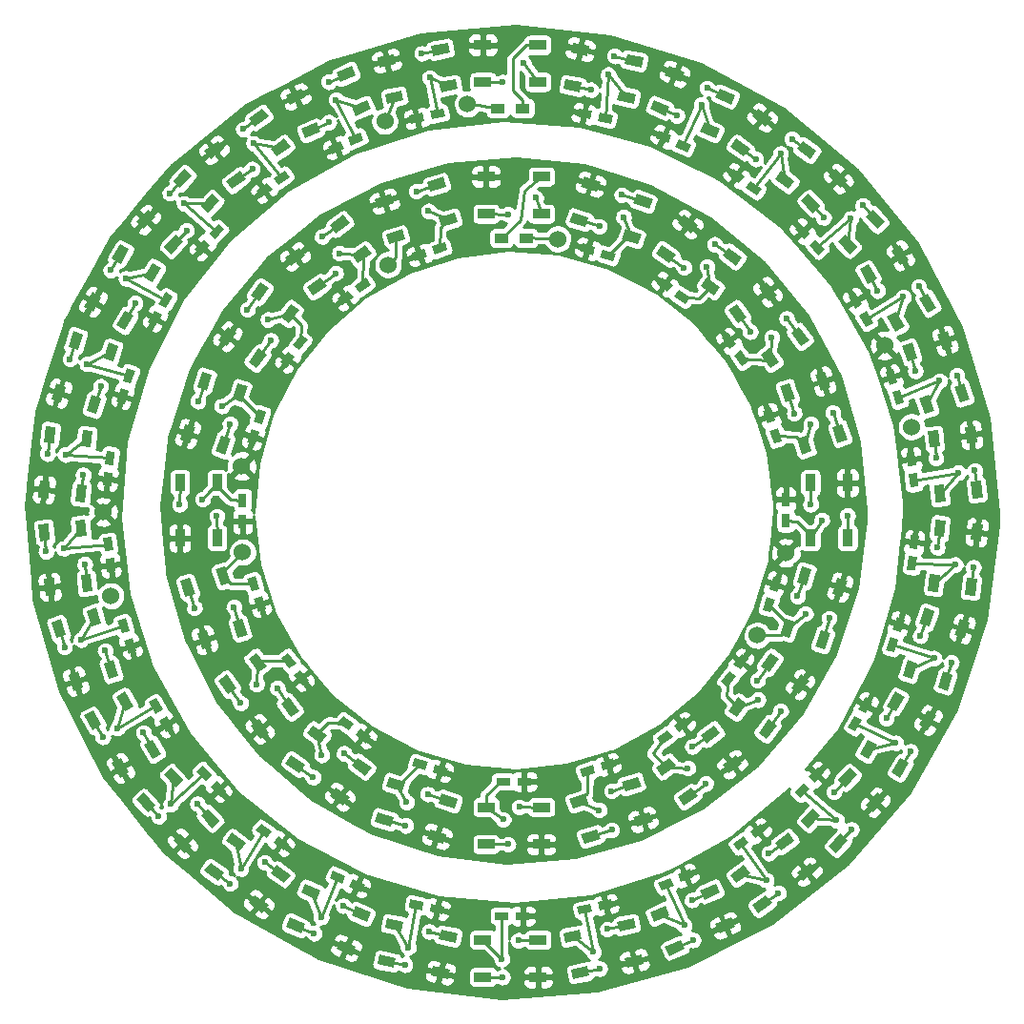
<source format=gtl>
G04 #@! TF.FileFunction,Copper,L1,Top,Signal*
%FSLAX46Y46*%
G04 Gerber Fmt 4.6, Leading zero omitted, Abs format (unit mm)*
G04 Created by KiCad (PCBNEW 4.0.1-stable) date 1/15/2016 5:52:24 PM*
%MOMM*%
G01*
G04 APERTURE LIST*
%ADD10C,0.100000*%
%ADD11R,1.200000X0.750000*%
%ADD12C,1.524000*%
%ADD13R,1.200000X0.900000*%
%ADD14R,1.500000X0.900000*%
%ADD15R,0.750000X1.200000*%
%ADD16R,0.900000X1.500000*%
%ADD17C,0.600000*%
%ADD18C,0.250000*%
%ADD19C,0.254000*%
G04 APERTURE END LIST*
D10*
G36*
X171878473Y-118607201D02*
X172435832Y-119109049D01*
X171632875Y-120000823D01*
X171075516Y-119498975D01*
X171878473Y-118607201D01*
X171878473Y-118607201D01*
G37*
G36*
X170607125Y-120019177D02*
X171164484Y-120521025D01*
X170361527Y-121412799D01*
X169804168Y-120910951D01*
X170607125Y-120019177D01*
X170607125Y-120019177D01*
G37*
G36*
X150475905Y-60874542D02*
X150631838Y-60140932D01*
X151805615Y-60390426D01*
X151649682Y-61124036D01*
X150475905Y-60874542D01*
X150475905Y-60874542D01*
G37*
G36*
X152334385Y-61269574D02*
X152490318Y-60535964D01*
X153664095Y-60785458D01*
X153508162Y-61519068D01*
X152334385Y-61269574D01*
X152334385Y-61269574D01*
G37*
G36*
X157481478Y-62782138D02*
X157786531Y-62096978D01*
X158882786Y-62585062D01*
X158577733Y-63270222D01*
X157481478Y-62782138D01*
X157481478Y-62782138D01*
G37*
G36*
X159217214Y-63554938D02*
X159522267Y-62869778D01*
X160618522Y-63357862D01*
X160313469Y-64043022D01*
X159217214Y-63554938D01*
X159217214Y-63554938D01*
G37*
G36*
X163945604Y-66092314D02*
X164386443Y-65485551D01*
X165357264Y-66190894D01*
X164916425Y-66797657D01*
X163945604Y-66092314D01*
X163945604Y-66092314D01*
G37*
G36*
X165482736Y-67209106D02*
X165923575Y-66602343D01*
X166894396Y-67307686D01*
X166453557Y-67914449D01*
X165482736Y-67209106D01*
X165482736Y-67209106D01*
G37*
G36*
X169864168Y-70889049D02*
X170421527Y-70387201D01*
X171224484Y-71278975D01*
X170667125Y-71780823D01*
X169864168Y-70889049D01*
X169864168Y-70889049D01*
G37*
G36*
X171135516Y-72301025D02*
X171692875Y-71799177D01*
X172495832Y-72690951D01*
X171938473Y-73192799D01*
X171135516Y-72301025D01*
X171135516Y-72301025D01*
G37*
G36*
X174590240Y-76895161D02*
X175239760Y-76520161D01*
X175839760Y-77559391D01*
X175190240Y-77934391D01*
X174590240Y-76895161D01*
X174590240Y-76895161D01*
G37*
G36*
X175540240Y-78540609D02*
X176189760Y-78165609D01*
X176789760Y-79204839D01*
X176140240Y-79579839D01*
X175540240Y-78540609D01*
X175540240Y-78540609D01*
G37*
G36*
X177884378Y-83561743D02*
X178597670Y-83329981D01*
X178968490Y-84471249D01*
X178255198Y-84703011D01*
X177884378Y-83561743D01*
X177884378Y-83561743D01*
G37*
G36*
X178471510Y-85368751D02*
X179184802Y-85136989D01*
X179555622Y-86278257D01*
X178842330Y-86510019D01*
X178471510Y-85368751D01*
X178471510Y-85368751D01*
G37*
G36*
X179755035Y-90737689D02*
X180500927Y-90659293D01*
X180626361Y-91852719D01*
X179880469Y-91931115D01*
X179755035Y-90737689D01*
X179755035Y-90737689D01*
G37*
G36*
X179953639Y-92627281D02*
X180699531Y-92548885D01*
X180824965Y-93742311D01*
X180079073Y-93820707D01*
X179953639Y-92627281D01*
X179953639Y-92627281D01*
G37*
G36*
X180129073Y-98039293D02*
X180874965Y-98117689D01*
X180749531Y-99311115D01*
X180003639Y-99232719D01*
X180129073Y-98039293D01*
X180129073Y-98039293D01*
G37*
G36*
X179930469Y-99928885D02*
X180676361Y-100007281D01*
X180550927Y-101200707D01*
X179805035Y-101122311D01*
X179930469Y-99928885D01*
X179930469Y-99928885D01*
G37*
G36*
X178902330Y-105289981D02*
X179615622Y-105521743D01*
X179244802Y-106663011D01*
X178531510Y-106431249D01*
X178902330Y-105289981D01*
X178902330Y-105289981D01*
G37*
G36*
X178315198Y-107096989D02*
X179028490Y-107328751D01*
X178657670Y-108470019D01*
X177944378Y-108238257D01*
X178315198Y-107096989D01*
X178315198Y-107096989D01*
G37*
G36*
X176100240Y-112450161D02*
X176749760Y-112825161D01*
X176149760Y-113864391D01*
X175500240Y-113489391D01*
X176100240Y-112450161D01*
X176100240Y-112450161D01*
G37*
G36*
X175150240Y-114095609D02*
X175799760Y-114470609D01*
X175199760Y-115509839D01*
X174550240Y-115134839D01*
X175150240Y-114095609D01*
X175150240Y-114095609D01*
G37*
G36*
X166843557Y-123655551D02*
X167284396Y-124262314D01*
X166313575Y-124967657D01*
X165872736Y-124360894D01*
X166843557Y-123655551D01*
X166843557Y-123655551D01*
G37*
G36*
X165306425Y-124772343D02*
X165747264Y-125379106D01*
X164776443Y-126084449D01*
X164335604Y-125477686D01*
X165306425Y-124772343D01*
X165306425Y-124772343D01*
G37*
G36*
X160533469Y-127696978D02*
X160838522Y-128382138D01*
X159742267Y-128870222D01*
X159437214Y-128185062D01*
X160533469Y-127696978D01*
X160533469Y-127696978D01*
G37*
G36*
X158797733Y-128469778D02*
X159102786Y-129154938D01*
X158006531Y-129643022D01*
X157701478Y-128957862D01*
X158797733Y-128469778D01*
X158797733Y-128469778D01*
G37*
G36*
X153558162Y-130380932D02*
X153714095Y-131114542D01*
X152540318Y-131364036D01*
X152384385Y-130630426D01*
X153558162Y-130380932D01*
X153558162Y-130380932D01*
G37*
G36*
X151699682Y-130775964D02*
X151855615Y-131509574D01*
X150681838Y-131759068D01*
X150525905Y-131025458D01*
X151699682Y-130775964D01*
X151699682Y-130775964D01*
G37*
D11*
X145700000Y-131860000D03*
X143800000Y-131860000D03*
D10*
G36*
X138744095Y-131025458D02*
X138588162Y-131759068D01*
X137414385Y-131509574D01*
X137570318Y-130775964D01*
X138744095Y-131025458D01*
X138744095Y-131025458D01*
G37*
G36*
X136885615Y-130630426D02*
X136729682Y-131364036D01*
X135555905Y-131114542D01*
X135711838Y-130380932D01*
X136885615Y-130630426D01*
X136885615Y-130630426D01*
G37*
G36*
X131668522Y-129067862D02*
X131363469Y-129753022D01*
X130267214Y-129264938D01*
X130572267Y-128579778D01*
X131668522Y-129067862D01*
X131668522Y-129067862D01*
G37*
G36*
X129932786Y-128295062D02*
X129627733Y-128980222D01*
X128531478Y-128492138D01*
X128836531Y-127806978D01*
X129932786Y-128295062D01*
X129932786Y-128295062D01*
G37*
G36*
X124934396Y-125477686D02*
X124493557Y-126084449D01*
X123522736Y-125379106D01*
X123963575Y-124772343D01*
X124934396Y-125477686D01*
X124934396Y-125477686D01*
G37*
G36*
X123397264Y-124360894D02*
X122956425Y-124967657D01*
X121985604Y-124262314D01*
X122426443Y-123655551D01*
X123397264Y-124360894D01*
X123397264Y-124360894D01*
G37*
G36*
X119345832Y-120800951D02*
X118788473Y-121302799D01*
X117985516Y-120411025D01*
X118542875Y-119909177D01*
X119345832Y-120800951D01*
X119345832Y-120800951D01*
G37*
G36*
X118074484Y-119388975D02*
X117517125Y-119890823D01*
X116714168Y-118999049D01*
X117271527Y-118497201D01*
X118074484Y-119388975D01*
X118074484Y-119388975D01*
G37*
G36*
X114659760Y-115184839D02*
X114010240Y-115559839D01*
X113410240Y-114520609D01*
X114059760Y-114145609D01*
X114659760Y-115184839D01*
X114659760Y-115184839D01*
G37*
G36*
X113709760Y-113539391D02*
X113060240Y-113914391D01*
X112460240Y-112875161D01*
X113109760Y-112500161D01*
X113709760Y-113539391D01*
X113709760Y-113539391D01*
G37*
G36*
X111385622Y-108348257D02*
X110672330Y-108580019D01*
X110301510Y-107438751D01*
X111014802Y-107206989D01*
X111385622Y-108348257D01*
X111385622Y-108348257D01*
G37*
G36*
X110798490Y-106541249D02*
X110085198Y-106773011D01*
X109714378Y-105631743D01*
X110427670Y-105399981D01*
X110798490Y-106541249D01*
X110798490Y-106541249D01*
G37*
G36*
X109514965Y-101282311D02*
X108769073Y-101360707D01*
X108643639Y-100167281D01*
X109389531Y-100088885D01*
X109514965Y-101282311D01*
X109514965Y-101282311D01*
G37*
G36*
X109316361Y-99392719D02*
X108570469Y-99471115D01*
X108445035Y-98277689D01*
X109190927Y-98199293D01*
X109316361Y-99392719D01*
X109316361Y-99392719D01*
G37*
G36*
X109140927Y-93710707D02*
X108395035Y-93632311D01*
X108520469Y-92438885D01*
X109266361Y-92517281D01*
X109140927Y-93710707D01*
X109140927Y-93710707D01*
G37*
G36*
X109339531Y-91821115D02*
X108593639Y-91742719D01*
X108719073Y-90549293D01*
X109464965Y-90627689D01*
X109339531Y-91821115D01*
X109339531Y-91821115D01*
G37*
G36*
X110317670Y-86400019D02*
X109604378Y-86168257D01*
X109975198Y-85026989D01*
X110688490Y-85258751D01*
X110317670Y-86400019D01*
X110317670Y-86400019D01*
G37*
G36*
X110904802Y-84593011D02*
X110191510Y-84361249D01*
X110562330Y-83219981D01*
X111275622Y-83451743D01*
X110904802Y-84593011D01*
X110904802Y-84593011D01*
G37*
G36*
X113059760Y-79519839D02*
X112410240Y-79144839D01*
X113010240Y-78105609D01*
X113659760Y-78480609D01*
X113059760Y-79519839D01*
X113059760Y-79519839D01*
G37*
G36*
X114009760Y-77874391D02*
X113360240Y-77499391D01*
X113960240Y-76460161D01*
X114609760Y-76835161D01*
X114009760Y-77874391D01*
X114009760Y-77874391D01*
G37*
G36*
X117111527Y-73192799D02*
X116554168Y-72690951D01*
X117357125Y-71799177D01*
X117914484Y-72301025D01*
X117111527Y-73192799D01*
X117111527Y-73192799D01*
G37*
G36*
X118382875Y-71780823D02*
X117825516Y-71278975D01*
X118628473Y-70387201D01*
X119185832Y-70889049D01*
X118382875Y-71780823D01*
X118382875Y-71780823D01*
G37*
G36*
X122476443Y-68084449D02*
X122035604Y-67477686D01*
X123006425Y-66772343D01*
X123447264Y-67379106D01*
X122476443Y-68084449D01*
X122476443Y-68084449D01*
G37*
G36*
X124013575Y-66967657D02*
X123572736Y-66360894D01*
X124543557Y-65655551D01*
X124984396Y-66262314D01*
X124013575Y-66967657D01*
X124013575Y-66967657D01*
G37*
G36*
X128726531Y-64213022D02*
X128421478Y-63527862D01*
X129517733Y-63039778D01*
X129822786Y-63724938D01*
X128726531Y-64213022D01*
X128726531Y-64213022D01*
G37*
G36*
X130462267Y-63440222D02*
X130157214Y-62755062D01*
X131253469Y-62266978D01*
X131558522Y-62952138D01*
X130462267Y-63440222D01*
X130462267Y-63440222D01*
G37*
G36*
X135761838Y-61519068D02*
X135605905Y-60785458D01*
X136779682Y-60535964D01*
X136935615Y-61269574D01*
X135761838Y-61519068D01*
X135761838Y-61519068D01*
G37*
G36*
X137620318Y-61124036D02*
X137464385Y-60390426D01*
X138638162Y-60140932D01*
X138794095Y-60874542D01*
X137620318Y-61124036D01*
X137620318Y-61124036D01*
G37*
D12*
X108410000Y-95990000D03*
X140780000Y-59760000D03*
X109100000Y-103440000D03*
X177830000Y-81210000D03*
X180200000Y-88430000D03*
X133430000Y-61300000D03*
D13*
X143480000Y-60160000D03*
X145680000Y-60160000D03*
D10*
G36*
X137743357Y-55502773D02*
X137556236Y-54622440D01*
X139023457Y-54310573D01*
X139210578Y-55190906D01*
X137743357Y-55502773D01*
X137743357Y-55502773D01*
G37*
G36*
X138429466Y-58730660D02*
X138242345Y-57850327D01*
X139709566Y-57538460D01*
X139896687Y-58418793D01*
X138429466Y-58730660D01*
X138429466Y-58730660D01*
G37*
G36*
X132950434Y-56521540D02*
X132763313Y-55641207D01*
X134230534Y-55329340D01*
X134417655Y-56209673D01*
X132950434Y-56521540D01*
X132950434Y-56521540D01*
G37*
G36*
X133636543Y-59749427D02*
X133449422Y-58869094D01*
X134916643Y-58557227D01*
X135103764Y-59437560D01*
X133636543Y-59749427D01*
X133636543Y-59749427D01*
G37*
G36*
X129494943Y-57812293D02*
X129128880Y-56990102D01*
X130499199Y-56379997D01*
X130865262Y-57202188D01*
X129494943Y-57812293D01*
X129494943Y-57812293D01*
G37*
G36*
X130837174Y-60826993D02*
X130471111Y-60004802D01*
X131841430Y-59394697D01*
X132207493Y-60216888D01*
X130837174Y-60826993D01*
X130837174Y-60826993D01*
G37*
G36*
X125018570Y-59805303D02*
X124652507Y-58983112D01*
X126022826Y-58373007D01*
X126388889Y-59195198D01*
X125018570Y-59805303D01*
X125018570Y-59805303D01*
G37*
G36*
X126360801Y-62820003D02*
X125994738Y-61997812D01*
X127365057Y-61387707D01*
X127731120Y-62209898D01*
X126360801Y-62820003D01*
X126360801Y-62820003D01*
G37*
G36*
X121899987Y-61779945D02*
X121370980Y-61051829D01*
X122584505Y-60170151D01*
X123113512Y-60898267D01*
X121899987Y-61779945D01*
X121899987Y-61779945D01*
G37*
G36*
X123839678Y-64449701D02*
X123310671Y-63721585D01*
X124524196Y-62839907D01*
X125053203Y-63568023D01*
X123839678Y-64449701D01*
X123839678Y-64449701D01*
G37*
G36*
X117935804Y-64660093D02*
X117406797Y-63931977D01*
X118620322Y-63050299D01*
X119149329Y-63778415D01*
X117935804Y-64660093D01*
X117935804Y-64660093D01*
G37*
G36*
X119875495Y-67329849D02*
X119346488Y-66601733D01*
X120560013Y-65720055D01*
X121089020Y-66448171D01*
X119875495Y-67329849D01*
X119875495Y-67329849D01*
G37*
G36*
X115305748Y-67243697D02*
X114636918Y-66641480D01*
X115640614Y-65526763D01*
X116309444Y-66128980D01*
X115305748Y-67243697D01*
X115305748Y-67243697D01*
G37*
G36*
X117758126Y-69451828D02*
X117089296Y-68849611D01*
X118092992Y-67734894D01*
X118761822Y-68337111D01*
X117758126Y-69451828D01*
X117758126Y-69451828D01*
G37*
G36*
X112027008Y-70885106D02*
X111358178Y-70282889D01*
X112361874Y-69168172D01*
X113030704Y-69770389D01*
X112027008Y-70885106D01*
X112027008Y-70885106D01*
G37*
G36*
X114479386Y-73093237D02*
X113810556Y-72491020D01*
X114814252Y-71376303D01*
X115483082Y-71978520D01*
X114479386Y-73093237D01*
X114479386Y-73093237D01*
G37*
G36*
X109980769Y-73957757D02*
X109201347Y-73507757D01*
X109951347Y-72208719D01*
X110730769Y-72658719D01*
X109980769Y-73957757D01*
X109980769Y-73957757D01*
G37*
G36*
X112838653Y-75607757D02*
X112059231Y-75157757D01*
X112809231Y-73858719D01*
X113588653Y-74308719D01*
X112838653Y-75607757D01*
X112838653Y-75607757D01*
G37*
G36*
X107530769Y-78201281D02*
X106751347Y-77751281D01*
X107501347Y-76452243D01*
X108280769Y-76902243D01*
X107530769Y-78201281D01*
X107530769Y-78201281D01*
G37*
G36*
X110388653Y-79851281D02*
X109609231Y-79401281D01*
X110359231Y-78102243D01*
X111138653Y-78552243D01*
X110388653Y-79851281D01*
X110388653Y-79851281D01*
G37*
G36*
X106184061Y-81632383D02*
X105328110Y-81354268D01*
X105791635Y-79927683D01*
X106647586Y-80205798D01*
X106184061Y-81632383D01*
X106184061Y-81632383D01*
G37*
G36*
X109322548Y-82652140D02*
X108466597Y-82374025D01*
X108930122Y-80947440D01*
X109786073Y-81225555D01*
X109322548Y-82652140D01*
X109322548Y-82652140D01*
G37*
G36*
X104669878Y-86292560D02*
X103813927Y-86014445D01*
X104277452Y-84587860D01*
X105133403Y-84865975D01*
X104669878Y-86292560D01*
X104669878Y-86292560D01*
G37*
G36*
X107808365Y-87312317D02*
X106952414Y-87034202D01*
X107415939Y-85607617D01*
X108271890Y-85885732D01*
X107808365Y-87312317D01*
X107808365Y-87312317D01*
G37*
G36*
X104054273Y-89933878D02*
X103159203Y-89839803D01*
X103315995Y-88348020D01*
X104211065Y-88442095D01*
X104054273Y-89933878D01*
X104054273Y-89933878D01*
G37*
G36*
X107336195Y-90278822D02*
X106441125Y-90184747D01*
X106597917Y-88692964D01*
X107492987Y-88787039D01*
X107336195Y-90278822D01*
X107336195Y-90278822D01*
G37*
G36*
X103542083Y-94807036D02*
X102647013Y-94712961D01*
X102803805Y-93221178D01*
X103698875Y-93315253D01*
X103542083Y-94807036D01*
X103542083Y-94807036D01*
G37*
G36*
X106824005Y-95151980D02*
X105928935Y-95057905D01*
X106085727Y-93566122D01*
X106980797Y-93660197D01*
X106824005Y-95151980D01*
X106824005Y-95151980D01*
G37*
G36*
X103698875Y-98484747D02*
X102803805Y-98578822D01*
X102647013Y-97087039D01*
X103542083Y-96992964D01*
X103698875Y-98484747D01*
X103698875Y-98484747D01*
G37*
G36*
X106980797Y-98139803D02*
X106085727Y-98233878D01*
X105928935Y-96742095D01*
X106824005Y-96648020D01*
X106980797Y-98139803D01*
X106980797Y-98139803D01*
G37*
G36*
X104211065Y-103357905D02*
X103315995Y-103451980D01*
X103159203Y-101960197D01*
X104054273Y-101866122D01*
X104211065Y-103357905D01*
X104211065Y-103357905D01*
G37*
G36*
X107492987Y-103012961D02*
X106597917Y-103107036D01*
X106441125Y-101615253D01*
X107336195Y-101521178D01*
X107492987Y-103012961D01*
X107492987Y-103012961D01*
G37*
G36*
X105133403Y-106934025D02*
X104277452Y-107212140D01*
X103813927Y-105785555D01*
X104669878Y-105507440D01*
X105133403Y-106934025D01*
X105133403Y-106934025D01*
G37*
G36*
X108271890Y-105914268D02*
X107415939Y-106192383D01*
X106952414Y-104765798D01*
X107808365Y-104487683D01*
X108271890Y-105914268D01*
X108271890Y-105914268D01*
G37*
G36*
X106647586Y-111594202D02*
X105791635Y-111872317D01*
X105328110Y-110445732D01*
X106184061Y-110167617D01*
X106647586Y-111594202D01*
X106647586Y-111594202D01*
G37*
G36*
X109786073Y-110574445D02*
X108930122Y-110852560D01*
X108466597Y-109425975D01*
X109322548Y-109147860D01*
X109786073Y-110574445D01*
X109786073Y-110574445D01*
G37*
G36*
X108280769Y-114897757D02*
X107501347Y-115347757D01*
X106751347Y-114048719D01*
X107530769Y-113598719D01*
X108280769Y-114897757D01*
X108280769Y-114897757D01*
G37*
G36*
X111138653Y-113247757D02*
X110359231Y-113697757D01*
X109609231Y-112398719D01*
X110388653Y-111948719D01*
X111138653Y-113247757D01*
X111138653Y-113247757D01*
G37*
G36*
X110730769Y-119141281D02*
X109951347Y-119591281D01*
X109201347Y-118292243D01*
X109980769Y-117842243D01*
X110730769Y-119141281D01*
X110730769Y-119141281D01*
G37*
G36*
X113588653Y-117491281D02*
X112809231Y-117941281D01*
X112059231Y-116642243D01*
X112838653Y-116192243D01*
X113588653Y-117491281D01*
X113588653Y-117491281D01*
G37*
G36*
X113030704Y-122029611D02*
X112361874Y-122631828D01*
X111358178Y-121517111D01*
X112027008Y-120914894D01*
X113030704Y-122029611D01*
X113030704Y-122029611D01*
G37*
G36*
X115483082Y-119821480D02*
X114814252Y-120423697D01*
X113810556Y-119308980D01*
X114479386Y-118706763D01*
X115483082Y-119821480D01*
X115483082Y-119821480D01*
G37*
G36*
X116309444Y-125671020D02*
X115640614Y-126273237D01*
X114636918Y-125158520D01*
X115305748Y-124556303D01*
X116309444Y-125671020D01*
X116309444Y-125671020D01*
G37*
G36*
X118761822Y-123462889D02*
X118092992Y-124065106D01*
X117089296Y-122950389D01*
X117758126Y-122348172D01*
X118761822Y-123462889D01*
X118761822Y-123462889D01*
G37*
G36*
X119149329Y-128021585D02*
X118620322Y-128749701D01*
X117406797Y-127868023D01*
X117935804Y-127139907D01*
X119149329Y-128021585D01*
X119149329Y-128021585D01*
G37*
G36*
X121089020Y-125351829D02*
X120560013Y-126079945D01*
X119346488Y-125198267D01*
X119875495Y-124470151D01*
X121089020Y-125351829D01*
X121089020Y-125351829D01*
G37*
G36*
X123113512Y-130901733D02*
X122584505Y-131629849D01*
X121370980Y-130748171D01*
X121899987Y-130020055D01*
X123113512Y-130901733D01*
X123113512Y-130901733D01*
G37*
G36*
X125053203Y-128231977D02*
X124524196Y-128960093D01*
X123310671Y-128078415D01*
X123839678Y-127350299D01*
X125053203Y-128231977D01*
X125053203Y-128231977D01*
G37*
G36*
X126388889Y-132604802D02*
X126022826Y-133426993D01*
X124652507Y-132816888D01*
X125018570Y-131994697D01*
X126388889Y-132604802D01*
X126388889Y-132604802D01*
G37*
G36*
X127731120Y-129590102D02*
X127365057Y-130412293D01*
X125994738Y-129802188D01*
X126360801Y-128979997D01*
X127731120Y-129590102D01*
X127731120Y-129590102D01*
G37*
G36*
X130865262Y-134597812D02*
X130499199Y-135420003D01*
X129128880Y-134809898D01*
X129494943Y-133987707D01*
X130865262Y-134597812D01*
X130865262Y-134597812D01*
G37*
G36*
X132207493Y-131583112D02*
X131841430Y-132405303D01*
X130471111Y-131795198D01*
X130837174Y-130973007D01*
X132207493Y-131583112D01*
X132207493Y-131583112D01*
G37*
G36*
X134417655Y-135590327D02*
X134230534Y-136470660D01*
X132763313Y-136158793D01*
X132950434Y-135278460D01*
X134417655Y-135590327D01*
X134417655Y-135590327D01*
G37*
G36*
X135103764Y-132362440D02*
X134916643Y-133242773D01*
X133449422Y-132930906D01*
X133636543Y-132050573D01*
X135103764Y-132362440D01*
X135103764Y-132362440D01*
G37*
G36*
X139210578Y-136609094D02*
X139023457Y-137489427D01*
X137556236Y-137177560D01*
X137743357Y-136297227D01*
X139210578Y-136609094D01*
X139210578Y-136609094D01*
G37*
G36*
X139896687Y-133381207D02*
X139709566Y-134261540D01*
X138242345Y-133949673D01*
X138429466Y-133069340D01*
X139896687Y-133381207D01*
X139896687Y-133381207D01*
G37*
D14*
X142140000Y-137290000D03*
X142140000Y-133990000D03*
X147040000Y-137290000D03*
X147040000Y-133990000D03*
D10*
G36*
X151436643Y-136297227D02*
X151623764Y-137177560D01*
X150156543Y-137489427D01*
X149969422Y-136609094D01*
X151436643Y-136297227D01*
X151436643Y-136297227D01*
G37*
G36*
X150750534Y-133069340D02*
X150937655Y-133949673D01*
X149470434Y-134261540D01*
X149283313Y-133381207D01*
X150750534Y-133069340D01*
X150750534Y-133069340D01*
G37*
G36*
X156229566Y-135278460D02*
X156416687Y-136158793D01*
X154949466Y-136470660D01*
X154762345Y-135590327D01*
X156229566Y-135278460D01*
X156229566Y-135278460D01*
G37*
G36*
X155543457Y-132050573D02*
X155730578Y-132930906D01*
X154263357Y-133242773D01*
X154076236Y-132362440D01*
X155543457Y-132050573D01*
X155543457Y-132050573D01*
G37*
G36*
X159685057Y-133987707D02*
X160051120Y-134809898D01*
X158680801Y-135420003D01*
X158314738Y-134597812D01*
X159685057Y-133987707D01*
X159685057Y-133987707D01*
G37*
G36*
X158342826Y-130973007D02*
X158708889Y-131795198D01*
X157338570Y-132405303D01*
X156972507Y-131583112D01*
X158342826Y-130973007D01*
X158342826Y-130973007D01*
G37*
G36*
X164161430Y-131994697D02*
X164527493Y-132816888D01*
X163157174Y-133426993D01*
X162791111Y-132604802D01*
X164161430Y-131994697D01*
X164161430Y-131994697D01*
G37*
G36*
X162819199Y-128979997D02*
X163185262Y-129802188D01*
X161814943Y-130412293D01*
X161448880Y-129590102D01*
X162819199Y-128979997D01*
X162819199Y-128979997D01*
G37*
G36*
X173874252Y-124556303D02*
X174543082Y-125158520D01*
X173539386Y-126273237D01*
X172870556Y-125671020D01*
X173874252Y-124556303D01*
X173874252Y-124556303D01*
G37*
G36*
X171421874Y-122348172D02*
X172090704Y-122950389D01*
X171087008Y-124065106D01*
X170418178Y-123462889D01*
X171421874Y-122348172D01*
X171421874Y-122348172D01*
G37*
G36*
X177152992Y-120914894D02*
X177821822Y-121517111D01*
X176818126Y-122631828D01*
X176149296Y-122029611D01*
X177152992Y-120914894D01*
X177152992Y-120914894D01*
G37*
G36*
X174700614Y-118706763D02*
X175369444Y-119308980D01*
X174365748Y-120423697D01*
X173696918Y-119821480D01*
X174700614Y-118706763D01*
X174700614Y-118706763D01*
G37*
G36*
X179199231Y-117842243D02*
X179978653Y-118292243D01*
X179228653Y-119591281D01*
X178449231Y-119141281D01*
X179199231Y-117842243D01*
X179199231Y-117842243D01*
G37*
G36*
X176341347Y-116192243D02*
X177120769Y-116642243D01*
X176370769Y-117941281D01*
X175591347Y-117491281D01*
X176341347Y-116192243D01*
X176341347Y-116192243D01*
G37*
G36*
X181649231Y-113598719D02*
X182428653Y-114048719D01*
X181678653Y-115347757D01*
X180899231Y-114897757D01*
X181649231Y-113598719D01*
X181649231Y-113598719D01*
G37*
G36*
X178791347Y-111948719D02*
X179570769Y-112398719D01*
X178820769Y-113697757D01*
X178041347Y-113247757D01*
X178791347Y-111948719D01*
X178791347Y-111948719D01*
G37*
G36*
X183005939Y-110167617D02*
X183861890Y-110445732D01*
X183398365Y-111872317D01*
X182542414Y-111594202D01*
X183005939Y-110167617D01*
X183005939Y-110167617D01*
G37*
G36*
X179867452Y-109147860D02*
X180723403Y-109425975D01*
X180259878Y-110852560D01*
X179403927Y-110574445D01*
X179867452Y-109147860D01*
X179867452Y-109147860D01*
G37*
G36*
X184520122Y-105507440D02*
X185376073Y-105785555D01*
X184912548Y-107212140D01*
X184056597Y-106934025D01*
X184520122Y-105507440D01*
X184520122Y-105507440D01*
G37*
G36*
X181381635Y-104487683D02*
X182237586Y-104765798D01*
X181774061Y-106192383D01*
X180918110Y-105914268D01*
X181381635Y-104487683D01*
X181381635Y-104487683D01*
G37*
G36*
X185125727Y-101866122D02*
X186020797Y-101960197D01*
X185864005Y-103451980D01*
X184968935Y-103357905D01*
X185125727Y-101866122D01*
X185125727Y-101866122D01*
G37*
G36*
X181843805Y-101521178D02*
X182738875Y-101615253D01*
X182582083Y-103107036D01*
X181687013Y-103012961D01*
X181843805Y-101521178D01*
X181843805Y-101521178D01*
G37*
G36*
X185637917Y-96992964D02*
X186532987Y-97087039D01*
X186376195Y-98578822D01*
X185481125Y-98484747D01*
X185637917Y-96992964D01*
X185637917Y-96992964D01*
G37*
G36*
X182355995Y-96648020D02*
X183251065Y-96742095D01*
X183094273Y-98233878D01*
X182199203Y-98139803D01*
X182355995Y-96648020D01*
X182355995Y-96648020D01*
G37*
G36*
X185481125Y-93315253D02*
X186376195Y-93221178D01*
X186532987Y-94712961D01*
X185637917Y-94807036D01*
X185481125Y-93315253D01*
X185481125Y-93315253D01*
G37*
G36*
X182199203Y-93660197D02*
X183094273Y-93566122D01*
X183251065Y-95057905D01*
X182355995Y-95151980D01*
X182199203Y-93660197D01*
X182199203Y-93660197D01*
G37*
G36*
X184968935Y-88442095D02*
X185864005Y-88348020D01*
X186020797Y-89839803D01*
X185125727Y-89933878D01*
X184968935Y-88442095D01*
X184968935Y-88442095D01*
G37*
G36*
X181687013Y-88787039D02*
X182582083Y-88692964D01*
X182738875Y-90184747D01*
X181843805Y-90278822D01*
X181687013Y-88787039D01*
X181687013Y-88787039D01*
G37*
G36*
X184046597Y-84865975D02*
X184902548Y-84587860D01*
X185366073Y-86014445D01*
X184510122Y-86292560D01*
X184046597Y-84865975D01*
X184046597Y-84865975D01*
G37*
G36*
X180908110Y-85885732D02*
X181764061Y-85607617D01*
X182227586Y-87034202D01*
X181371635Y-87312317D01*
X180908110Y-85885732D01*
X180908110Y-85885732D01*
G37*
G36*
X182532414Y-80205798D02*
X183388365Y-79927683D01*
X183851890Y-81354268D01*
X182995939Y-81632383D01*
X182532414Y-80205798D01*
X182532414Y-80205798D01*
G37*
G36*
X179393927Y-81225555D02*
X180249878Y-80947440D01*
X180713403Y-82374025D01*
X179857452Y-82652140D01*
X179393927Y-81225555D01*
X179393927Y-81225555D01*
G37*
G36*
X176149296Y-69770389D02*
X176818126Y-69168172D01*
X177821822Y-70282889D01*
X177152992Y-70885106D01*
X176149296Y-69770389D01*
X176149296Y-69770389D01*
G37*
G36*
X173696918Y-71978520D02*
X174365748Y-71376303D01*
X175369444Y-72491020D01*
X174700614Y-73093237D01*
X173696918Y-71978520D01*
X173696918Y-71978520D01*
G37*
G36*
X172870556Y-66128980D02*
X173539386Y-65526763D01*
X174543082Y-66641480D01*
X173874252Y-67243697D01*
X172870556Y-66128980D01*
X172870556Y-66128980D01*
G37*
G36*
X170418178Y-68337111D02*
X171087008Y-67734894D01*
X172090704Y-68849611D01*
X171421874Y-69451828D01*
X170418178Y-68337111D01*
X170418178Y-68337111D01*
G37*
G36*
X170030671Y-63778415D02*
X170559678Y-63050299D01*
X171773203Y-63931977D01*
X171244196Y-64660093D01*
X170030671Y-63778415D01*
X170030671Y-63778415D01*
G37*
G36*
X168090980Y-66448171D02*
X168619987Y-65720055D01*
X169833512Y-66601733D01*
X169304505Y-67329849D01*
X168090980Y-66448171D01*
X168090980Y-66448171D01*
G37*
G36*
X166066488Y-60898267D02*
X166595495Y-60170151D01*
X167809020Y-61051829D01*
X167280013Y-61779945D01*
X166066488Y-60898267D01*
X166066488Y-60898267D01*
G37*
G36*
X164126797Y-63568023D02*
X164655804Y-62839907D01*
X165869329Y-63721585D01*
X165340322Y-64449701D01*
X164126797Y-63568023D01*
X164126797Y-63568023D01*
G37*
G36*
X162791111Y-59195198D02*
X163157174Y-58373007D01*
X164527493Y-58983112D01*
X164161430Y-59805303D01*
X162791111Y-59195198D01*
X162791111Y-59195198D01*
G37*
G36*
X161448880Y-62209898D02*
X161814943Y-61387707D01*
X163185262Y-61997812D01*
X162819199Y-62820003D01*
X161448880Y-62209898D01*
X161448880Y-62209898D01*
G37*
G36*
X158314738Y-57202188D02*
X158680801Y-56379997D01*
X160051120Y-56990102D01*
X159685057Y-57812293D01*
X158314738Y-57202188D01*
X158314738Y-57202188D01*
G37*
G36*
X156972507Y-60216888D02*
X157338570Y-59394697D01*
X158708889Y-60004802D01*
X158342826Y-60826993D01*
X156972507Y-60216888D01*
X156972507Y-60216888D01*
G37*
G36*
X154762345Y-56209673D02*
X154949466Y-55329340D01*
X156416687Y-55641207D01*
X156229566Y-56521540D01*
X154762345Y-56209673D01*
X154762345Y-56209673D01*
G37*
G36*
X154076236Y-59437560D02*
X154263357Y-58557227D01*
X155730578Y-58869094D01*
X155543457Y-59749427D01*
X154076236Y-59437560D01*
X154076236Y-59437560D01*
G37*
G36*
X149969422Y-55190906D02*
X150156543Y-54310573D01*
X151623764Y-54622440D01*
X151436643Y-55502773D01*
X149969422Y-55190906D01*
X149969422Y-55190906D01*
G37*
G36*
X149283313Y-58418793D02*
X149470434Y-57538460D01*
X150937655Y-57850327D01*
X150750534Y-58730660D01*
X149283313Y-58418793D01*
X149283313Y-58418793D01*
G37*
G36*
X167280013Y-130020055D02*
X167809020Y-130748171D01*
X166595495Y-131629849D01*
X166066488Y-130901733D01*
X167280013Y-130020055D01*
X167280013Y-130020055D01*
G37*
G36*
X165340322Y-127350299D02*
X165869329Y-128078415D01*
X164655804Y-128960093D01*
X164126797Y-128231977D01*
X165340322Y-127350299D01*
X165340322Y-127350299D01*
G37*
G36*
X171244196Y-127139907D02*
X171773203Y-127868023D01*
X170559678Y-128749701D01*
X170030671Y-128021585D01*
X171244196Y-127139907D01*
X171244196Y-127139907D01*
G37*
G36*
X169304505Y-124470151D02*
X169833512Y-125198267D01*
X168619987Y-126079945D01*
X168090980Y-125351829D01*
X169304505Y-124470151D01*
X169304505Y-124470151D01*
G37*
G36*
X180899231Y-77022243D02*
X181678653Y-76572243D01*
X182428653Y-77871281D01*
X181649231Y-78321281D01*
X180899231Y-77022243D01*
X180899231Y-77022243D01*
G37*
G36*
X178041347Y-78672243D02*
X178820769Y-78222243D01*
X179570769Y-79521281D01*
X178791347Y-79971281D01*
X178041347Y-78672243D01*
X178041347Y-78672243D01*
G37*
G36*
X178449231Y-72778719D02*
X179228653Y-72328719D01*
X179978653Y-73627757D01*
X179199231Y-74077757D01*
X178449231Y-72778719D01*
X178449231Y-72778719D01*
G37*
G36*
X175591347Y-74428719D02*
X176370769Y-73978719D01*
X177120769Y-75277757D01*
X176341347Y-75727757D01*
X175591347Y-74428719D01*
X175591347Y-74428719D01*
G37*
D14*
X147040000Y-54510000D03*
X147040000Y-57810000D03*
X142140000Y-54510000D03*
X142140000Y-57810000D03*
D10*
G36*
X150749981Y-72807670D02*
X150981743Y-72094378D01*
X152123011Y-72465198D01*
X151891249Y-73178490D01*
X150749981Y-72807670D01*
X150749981Y-72807670D01*
G37*
G36*
X152556989Y-73394802D02*
X152788751Y-72681510D01*
X153930019Y-73052330D01*
X153698257Y-73765622D01*
X152556989Y-73394802D01*
X152556989Y-73394802D01*
G37*
G36*
X157595604Y-75732314D02*
X158036443Y-75125551D01*
X159007264Y-75830894D01*
X158566425Y-76437657D01*
X157595604Y-75732314D01*
X157595604Y-75732314D01*
G37*
G36*
X159132736Y-76849106D02*
X159573575Y-76242343D01*
X160544396Y-76947686D01*
X160103557Y-77554449D01*
X159132736Y-76849106D01*
X159132736Y-76849106D01*
G37*
G36*
X163325551Y-80536443D02*
X163932314Y-80095604D01*
X164637657Y-81066425D01*
X164030894Y-81507264D01*
X163325551Y-80536443D01*
X163325551Y-80536443D01*
G37*
G36*
X164442343Y-82073575D02*
X165049106Y-81632736D01*
X165754449Y-82603557D01*
X165147686Y-83044396D01*
X164442343Y-82073575D01*
X164442343Y-82073575D01*
G37*
G36*
X167024378Y-86991743D02*
X167737670Y-86759981D01*
X168108490Y-87901249D01*
X167395198Y-88133011D01*
X167024378Y-86991743D01*
X167024378Y-86991743D01*
G37*
G36*
X167611510Y-88798751D02*
X168324802Y-88566989D01*
X168695622Y-89708257D01*
X167982330Y-89940019D01*
X167611510Y-88798751D01*
X167611510Y-88798751D01*
G37*
D15*
X169040000Y-94870000D03*
X169040000Y-96770000D03*
D10*
G36*
X167942330Y-101729981D02*
X168655622Y-101961743D01*
X168284802Y-103103011D01*
X167571510Y-102871249D01*
X167942330Y-101729981D01*
X167942330Y-101729981D01*
G37*
G36*
X167355198Y-103536989D02*
X168068490Y-103768751D01*
X167697670Y-104910019D01*
X166984378Y-104678257D01*
X167355198Y-103536989D01*
X167355198Y-103536989D01*
G37*
G36*
X165117686Y-108585604D02*
X165724449Y-109026443D01*
X165019106Y-109997264D01*
X164412343Y-109556425D01*
X165117686Y-108585604D01*
X165117686Y-108585604D01*
G37*
G36*
X164000894Y-110122736D02*
X164607657Y-110563575D01*
X163902314Y-111534396D01*
X163295551Y-111093557D01*
X164000894Y-110122736D01*
X164000894Y-110122736D01*
G37*
G36*
X160093557Y-114225551D02*
X160534396Y-114832314D01*
X159563575Y-115537657D01*
X159122736Y-114930894D01*
X160093557Y-114225551D01*
X160093557Y-114225551D01*
G37*
G36*
X158556425Y-115342343D02*
X158997264Y-115949106D01*
X158026443Y-116654449D01*
X157585604Y-116047686D01*
X158556425Y-115342343D01*
X158556425Y-115342343D01*
G37*
G36*
X153708257Y-117874378D02*
X153940019Y-118587670D01*
X152798751Y-118958490D01*
X152566989Y-118245198D01*
X153708257Y-117874378D01*
X153708257Y-117874378D01*
G37*
G36*
X151901249Y-118461510D02*
X152133011Y-119174802D01*
X150991743Y-119545622D01*
X150759981Y-118832330D01*
X151901249Y-118461510D01*
X151901249Y-118461510D01*
G37*
D11*
X145830000Y-119930000D03*
X143930000Y-119930000D03*
D10*
G36*
X139050019Y-118802330D02*
X138818257Y-119515622D01*
X137676989Y-119144802D01*
X137908751Y-118431510D01*
X139050019Y-118802330D01*
X139050019Y-118802330D01*
G37*
G36*
X137243011Y-118215198D02*
X137011249Y-118928490D01*
X135869981Y-118557670D01*
X136101743Y-117844378D01*
X137243011Y-118215198D01*
X137243011Y-118215198D01*
G37*
G36*
X132224396Y-115927686D02*
X131783557Y-116534449D01*
X130812736Y-115829106D01*
X131253575Y-115222343D01*
X132224396Y-115927686D01*
X132224396Y-115927686D01*
G37*
G36*
X130687264Y-114810894D02*
X130246425Y-115417657D01*
X129275604Y-114712314D01*
X129716443Y-114105551D01*
X130687264Y-114810894D01*
X130687264Y-114810894D01*
G37*
G36*
X126674449Y-110993557D02*
X126067686Y-111434396D01*
X125362343Y-110463575D01*
X125969106Y-110022736D01*
X126674449Y-110993557D01*
X126674449Y-110993557D01*
G37*
G36*
X125557657Y-109456425D02*
X124950894Y-109897264D01*
X124245551Y-108926443D01*
X124852314Y-108485604D01*
X125557657Y-109456425D01*
X125557657Y-109456425D01*
G37*
G36*
X122885622Y-104628257D02*
X122172330Y-104860019D01*
X121801510Y-103718751D01*
X122514802Y-103486989D01*
X122885622Y-104628257D01*
X122885622Y-104628257D01*
G37*
G36*
X122298490Y-102821249D02*
X121585198Y-103053011D01*
X121214378Y-101911743D01*
X121927670Y-101679981D01*
X122298490Y-102821249D01*
X122298490Y-102821249D01*
G37*
D15*
X120810000Y-96840000D03*
X120810000Y-94940000D03*
D10*
G36*
X121927670Y-90020019D02*
X121214378Y-89788257D01*
X121585198Y-88646989D01*
X122298490Y-88878751D01*
X121927670Y-90020019D01*
X121927670Y-90020019D01*
G37*
G36*
X122514802Y-88213011D02*
X121801510Y-87981249D01*
X122172330Y-86839981D01*
X122885622Y-87071743D01*
X122514802Y-88213011D01*
X122514802Y-88213011D01*
G37*
G36*
X124762314Y-83174396D02*
X124155551Y-82733557D01*
X124860894Y-81762736D01*
X125467657Y-82203575D01*
X124762314Y-83174396D01*
X124762314Y-83174396D01*
G37*
G36*
X125879106Y-81637264D02*
X125272343Y-81196425D01*
X125977686Y-80225604D01*
X126584449Y-80666443D01*
X125879106Y-81637264D01*
X125879106Y-81637264D01*
G37*
G36*
X129676443Y-77634449D02*
X129235604Y-77027686D01*
X130206425Y-76322343D01*
X130647264Y-76929106D01*
X129676443Y-77634449D01*
X129676443Y-77634449D01*
G37*
G36*
X131213575Y-76517657D02*
X130772736Y-75910894D01*
X131743557Y-75205551D01*
X132184396Y-75812314D01*
X131213575Y-76517657D01*
X131213575Y-76517657D01*
G37*
G36*
X136061743Y-73705622D02*
X135829981Y-72992330D01*
X136971249Y-72621510D01*
X137203011Y-73334802D01*
X136061743Y-73705622D01*
X136061743Y-73705622D01*
G37*
G36*
X137868751Y-73118490D02*
X137636989Y-72405198D01*
X138778257Y-72034378D01*
X139010019Y-72747670D01*
X137868751Y-73118490D01*
X137868751Y-73118490D01*
G37*
D12*
X148790000Y-71750000D03*
X120810000Y-99560000D03*
X120720000Y-91920000D03*
X133730000Y-74040000D03*
X166500000Y-106940000D03*
X169040000Y-99630000D03*
D13*
X143780000Y-71670000D03*
X145980000Y-71670000D03*
D10*
G36*
X137475975Y-67553403D02*
X137197860Y-66697452D01*
X138624445Y-66233927D01*
X138902560Y-67089878D01*
X137475975Y-67553403D01*
X137475975Y-67553403D01*
G37*
G36*
X138495732Y-70691890D02*
X138217617Y-69835939D01*
X139644202Y-69372414D01*
X139922317Y-70228365D01*
X138495732Y-70691890D01*
X138495732Y-70691890D01*
G37*
G36*
X132815798Y-69067586D02*
X132537683Y-68211635D01*
X133964268Y-67748110D01*
X134242383Y-68604061D01*
X132815798Y-69067586D01*
X132815798Y-69067586D01*
G37*
G36*
X133835555Y-72206073D02*
X133557440Y-71350122D01*
X134984025Y-70886597D01*
X135262140Y-71742548D01*
X133835555Y-72206073D01*
X133835555Y-72206073D01*
G37*
G36*
X129089987Y-71229945D02*
X128560980Y-70501829D01*
X129774505Y-69620151D01*
X130303512Y-70348267D01*
X129089987Y-71229945D01*
X129089987Y-71229945D01*
G37*
G36*
X131029678Y-73899701D02*
X130500671Y-73171585D01*
X131714196Y-72289907D01*
X132243203Y-73018023D01*
X131029678Y-73899701D01*
X131029678Y-73899701D01*
G37*
G36*
X125125804Y-74110093D02*
X124596797Y-73381977D01*
X125810322Y-72500299D01*
X126339329Y-73228415D01*
X125125804Y-74110093D01*
X125125804Y-74110093D01*
G37*
G36*
X127065495Y-76779849D02*
X126536488Y-76051733D01*
X127750013Y-75170055D01*
X128279020Y-75898171D01*
X127065495Y-76779849D01*
X127065495Y-76779849D01*
G37*
G36*
X122258415Y-77309329D02*
X121530299Y-76780322D01*
X122411977Y-75566797D01*
X123140093Y-76095804D01*
X122258415Y-77309329D01*
X122258415Y-77309329D01*
G37*
G36*
X124928171Y-79249020D02*
X124200055Y-78720013D01*
X125081733Y-77506488D01*
X125809849Y-78035495D01*
X124928171Y-79249020D01*
X124928171Y-79249020D01*
G37*
G36*
X119378267Y-81273512D02*
X118650151Y-80744505D01*
X119531829Y-79530980D01*
X120259945Y-80059987D01*
X119378267Y-81273512D01*
X119378267Y-81273512D01*
G37*
G36*
X122048023Y-83213203D02*
X121319907Y-82684196D01*
X122201585Y-81470671D01*
X122929701Y-81999678D01*
X122048023Y-83213203D01*
X122048023Y-83213203D01*
G37*
G36*
X117634061Y-85212383D02*
X116778110Y-84934268D01*
X117241635Y-83507683D01*
X118097586Y-83785798D01*
X117634061Y-85212383D01*
X117634061Y-85212383D01*
G37*
G36*
X120772548Y-86232140D02*
X119916597Y-85954025D01*
X120380122Y-84527440D01*
X121236073Y-84805555D01*
X120772548Y-86232140D01*
X120772548Y-86232140D01*
G37*
G36*
X116119878Y-89872560D02*
X115263927Y-89594445D01*
X115727452Y-88167860D01*
X116583403Y-88445975D01*
X116119878Y-89872560D01*
X116119878Y-89872560D01*
G37*
G36*
X119258365Y-90892317D02*
X118402414Y-90614202D01*
X118865939Y-89187617D01*
X119721890Y-89465732D01*
X119258365Y-90892317D01*
X119258365Y-90892317D01*
G37*
D16*
X115230000Y-93400000D03*
X118530000Y-93400000D03*
X115230000Y-98300000D03*
X118530000Y-98300000D03*
D10*
G36*
X116583403Y-103254025D02*
X115727452Y-103532140D01*
X115263927Y-102105555D01*
X116119878Y-101827440D01*
X116583403Y-103254025D01*
X116583403Y-103254025D01*
G37*
G36*
X119721890Y-102234268D02*
X118865939Y-102512383D01*
X118402414Y-101085798D01*
X119258365Y-100807683D01*
X119721890Y-102234268D01*
X119721890Y-102234268D01*
G37*
G36*
X118097586Y-107914202D02*
X117241635Y-108192317D01*
X116778110Y-106765732D01*
X117634061Y-106487617D01*
X118097586Y-107914202D01*
X118097586Y-107914202D01*
G37*
G36*
X121236073Y-106894445D02*
X120380122Y-107172560D01*
X119916597Y-105745975D01*
X120772548Y-105467860D01*
X121236073Y-106894445D01*
X121236073Y-106894445D01*
G37*
G36*
X120259945Y-111640013D02*
X119531829Y-112169020D01*
X118650151Y-110955495D01*
X119378267Y-110426488D01*
X120259945Y-111640013D01*
X120259945Y-111640013D01*
G37*
G36*
X122929701Y-109700322D02*
X122201585Y-110229329D01*
X121319907Y-109015804D01*
X122048023Y-108486797D01*
X122929701Y-109700322D01*
X122929701Y-109700322D01*
G37*
G36*
X123140093Y-115604196D02*
X122411977Y-116133203D01*
X121530299Y-114919678D01*
X122258415Y-114390671D01*
X123140093Y-115604196D01*
X123140093Y-115604196D01*
G37*
G36*
X125809849Y-113664505D02*
X125081733Y-114193512D01*
X124200055Y-112979987D01*
X124928171Y-112450980D01*
X125809849Y-113664505D01*
X125809849Y-113664505D01*
G37*
G36*
X126339329Y-118471585D02*
X125810322Y-119199701D01*
X124596797Y-118318023D01*
X125125804Y-117589907D01*
X126339329Y-118471585D01*
X126339329Y-118471585D01*
G37*
G36*
X128279020Y-115801829D02*
X127750013Y-116529945D01*
X126536488Y-115648267D01*
X127065495Y-114920151D01*
X128279020Y-115801829D01*
X128279020Y-115801829D01*
G37*
G36*
X130303512Y-121351733D02*
X129774505Y-122079849D01*
X128560980Y-121198171D01*
X129089987Y-120470055D01*
X130303512Y-121351733D01*
X130303512Y-121351733D01*
G37*
G36*
X132243203Y-118681977D02*
X131714196Y-119410093D01*
X130500671Y-118528415D01*
X131029678Y-117800299D01*
X132243203Y-118681977D01*
X132243203Y-118681977D01*
G37*
G36*
X134242383Y-123095939D02*
X133964268Y-123951890D01*
X132537683Y-123488365D01*
X132815798Y-122632414D01*
X134242383Y-123095939D01*
X134242383Y-123095939D01*
G37*
G36*
X135262140Y-119957452D02*
X134984025Y-120813403D01*
X133557440Y-120349878D01*
X133835555Y-119493927D01*
X135262140Y-119957452D01*
X135262140Y-119957452D01*
G37*
G36*
X138902560Y-124610122D02*
X138624445Y-125466073D01*
X137197860Y-125002548D01*
X137475975Y-124146597D01*
X138902560Y-124610122D01*
X138902560Y-124610122D01*
G37*
G36*
X139922317Y-121471635D02*
X139644202Y-122327586D01*
X138217617Y-121864061D01*
X138495732Y-121008110D01*
X139922317Y-121471635D01*
X139922317Y-121471635D01*
G37*
D14*
X142430000Y-125500000D03*
X142430000Y-122200000D03*
X147330000Y-125500000D03*
X147330000Y-122200000D03*
D10*
G36*
X152284025Y-124146597D02*
X152562140Y-125002548D01*
X151135555Y-125466073D01*
X150857440Y-124610122D01*
X152284025Y-124146597D01*
X152284025Y-124146597D01*
G37*
G36*
X151264268Y-121008110D02*
X151542383Y-121864061D01*
X150115798Y-122327586D01*
X149837683Y-121471635D01*
X151264268Y-121008110D01*
X151264268Y-121008110D01*
G37*
G36*
X156944202Y-122632414D02*
X157222317Y-123488365D01*
X155795732Y-123951890D01*
X155517617Y-123095939D01*
X156944202Y-122632414D01*
X156944202Y-122632414D01*
G37*
G36*
X155924445Y-119493927D02*
X156202560Y-120349878D01*
X154775975Y-120813403D01*
X154497860Y-119957452D01*
X155924445Y-119493927D01*
X155924445Y-119493927D01*
G37*
G36*
X160670013Y-120470055D02*
X161199020Y-121198171D01*
X159985495Y-122079849D01*
X159456488Y-121351733D01*
X160670013Y-120470055D01*
X160670013Y-120470055D01*
G37*
G36*
X158730322Y-117800299D02*
X159259329Y-118528415D01*
X158045804Y-119410093D01*
X157516797Y-118681977D01*
X158730322Y-117800299D01*
X158730322Y-117800299D01*
G37*
G36*
X164634196Y-117589907D02*
X165163203Y-118318023D01*
X163949678Y-119199701D01*
X163420671Y-118471585D01*
X164634196Y-117589907D01*
X164634196Y-117589907D01*
G37*
G36*
X162694505Y-114920151D02*
X163223512Y-115648267D01*
X162009987Y-116529945D01*
X161480980Y-115801829D01*
X162694505Y-114920151D01*
X162694505Y-114920151D01*
G37*
G36*
X167501585Y-114390671D02*
X168229701Y-114919678D01*
X167348023Y-116133203D01*
X166619907Y-115604196D01*
X167501585Y-114390671D01*
X167501585Y-114390671D01*
G37*
G36*
X164831829Y-112450980D02*
X165559945Y-112979987D01*
X164678267Y-114193512D01*
X163950151Y-113664505D01*
X164831829Y-112450980D01*
X164831829Y-112450980D01*
G37*
G36*
X170381733Y-110426488D02*
X171109849Y-110955495D01*
X170228171Y-112169020D01*
X169500055Y-111640013D01*
X170381733Y-110426488D01*
X170381733Y-110426488D01*
G37*
G36*
X167711977Y-108486797D02*
X168440093Y-109015804D01*
X167558415Y-110229329D01*
X166830299Y-109700322D01*
X167711977Y-108486797D01*
X167711977Y-108486797D01*
G37*
G36*
X172125939Y-106487617D02*
X172981890Y-106765732D01*
X172518365Y-108192317D01*
X171662414Y-107914202D01*
X172125939Y-106487617D01*
X172125939Y-106487617D01*
G37*
G36*
X168987452Y-105467860D02*
X169843403Y-105745975D01*
X169379878Y-107172560D01*
X168523927Y-106894445D01*
X168987452Y-105467860D01*
X168987452Y-105467860D01*
G37*
G36*
X173640122Y-101827440D02*
X174496073Y-102105555D01*
X174032548Y-103532140D01*
X173176597Y-103254025D01*
X173640122Y-101827440D01*
X173640122Y-101827440D01*
G37*
G36*
X170501635Y-100807683D02*
X171357586Y-101085798D01*
X170894061Y-102512383D01*
X170038110Y-102234268D01*
X170501635Y-100807683D01*
X170501635Y-100807683D01*
G37*
D16*
X174530000Y-98300000D03*
X171230000Y-98300000D03*
X174530000Y-93400000D03*
X171230000Y-93400000D03*
D10*
G36*
X173176597Y-88445975D02*
X174032548Y-88167860D01*
X174496073Y-89594445D01*
X173640122Y-89872560D01*
X173176597Y-88445975D01*
X173176597Y-88445975D01*
G37*
G36*
X170038110Y-89465732D02*
X170894061Y-89187617D01*
X171357586Y-90614202D01*
X170501635Y-90892317D01*
X170038110Y-89465732D01*
X170038110Y-89465732D01*
G37*
G36*
X171662414Y-83785798D02*
X172518365Y-83507683D01*
X172981890Y-84934268D01*
X172125939Y-85212383D01*
X171662414Y-83785798D01*
X171662414Y-83785798D01*
G37*
G36*
X168523927Y-84805555D02*
X169379878Y-84527440D01*
X169843403Y-85954025D01*
X168987452Y-86232140D01*
X168523927Y-84805555D01*
X168523927Y-84805555D01*
G37*
G36*
X169500055Y-80059987D02*
X170228171Y-79530980D01*
X171109849Y-80744505D01*
X170381733Y-81273512D01*
X169500055Y-80059987D01*
X169500055Y-80059987D01*
G37*
G36*
X166830299Y-81999678D02*
X167558415Y-81470671D01*
X168440093Y-82684196D01*
X167711977Y-83213203D01*
X166830299Y-81999678D01*
X166830299Y-81999678D01*
G37*
G36*
X166619907Y-76095804D02*
X167348023Y-75566797D01*
X168229701Y-76780322D01*
X167501585Y-77309329D01*
X166619907Y-76095804D01*
X166619907Y-76095804D01*
G37*
G36*
X163950151Y-78035495D02*
X164678267Y-77506488D01*
X165559945Y-78720013D01*
X164831829Y-79249020D01*
X163950151Y-78035495D01*
X163950151Y-78035495D01*
G37*
G36*
X163420671Y-73228415D02*
X163949678Y-72500299D01*
X165163203Y-73381977D01*
X164634196Y-74110093D01*
X163420671Y-73228415D01*
X163420671Y-73228415D01*
G37*
G36*
X161480980Y-75898171D02*
X162009987Y-75170055D01*
X163223512Y-76051733D01*
X162694505Y-76779849D01*
X161480980Y-75898171D01*
X161480980Y-75898171D01*
G37*
G36*
X159456488Y-70348267D02*
X159985495Y-69620151D01*
X161199020Y-70501829D01*
X160670013Y-71229945D01*
X159456488Y-70348267D01*
X159456488Y-70348267D01*
G37*
G36*
X157516797Y-73018023D02*
X158045804Y-72289907D01*
X159259329Y-73171585D01*
X158730322Y-73899701D01*
X157516797Y-73018023D01*
X157516797Y-73018023D01*
G37*
G36*
X155517617Y-68604061D02*
X155795732Y-67748110D01*
X157222317Y-68211635D01*
X156944202Y-69067586D01*
X155517617Y-68604061D01*
X155517617Y-68604061D01*
G37*
G36*
X154497860Y-71742548D02*
X154775975Y-70886597D01*
X156202560Y-71350122D01*
X155924445Y-72206073D01*
X154497860Y-71742548D01*
X154497860Y-71742548D01*
G37*
G36*
X150857440Y-67089878D02*
X151135555Y-66233927D01*
X152562140Y-66697452D01*
X152284025Y-67553403D01*
X150857440Y-67089878D01*
X150857440Y-67089878D01*
G37*
G36*
X149837683Y-70228365D02*
X150115798Y-69372414D01*
X151542383Y-69835939D01*
X151264268Y-70691890D01*
X149837683Y-70228365D01*
X149837683Y-70228365D01*
G37*
D14*
X147330000Y-66200000D03*
X147330000Y-69500000D03*
X142430000Y-66200000D03*
X142430000Y-69500000D03*
D17*
X145730000Y-56120000D03*
X137430000Y-57420000D03*
X129100000Y-59380000D03*
X121790000Y-63260000D03*
X115600000Y-68590000D03*
X110460000Y-75260000D03*
X106980000Y-82840000D03*
X105070000Y-90900000D03*
X104920000Y-99220000D03*
X106460000Y-107330000D03*
X109690000Y-115180000D03*
X114430000Y-121940000D03*
X120650000Y-127670000D03*
X127780000Y-131970000D03*
X135520000Y-134660000D03*
X143830000Y-135710000D03*
X151960000Y-135060000D03*
X160030000Y-132690000D03*
X167300000Y-128680000D03*
X173540000Y-123360000D03*
X178800000Y-116490000D03*
X182200000Y-108970000D03*
X184080000Y-100660000D03*
X184350000Y-92510000D03*
X182680000Y-84340000D03*
X179470000Y-76900000D03*
X174810000Y-69910000D03*
X168580000Y-64160000D03*
X161540000Y-59830000D03*
X153270000Y-57150000D03*
X146830000Y-68090000D03*
X137310000Y-69260000D03*
X129400000Y-73020000D03*
X123050000Y-78910000D03*
X118960000Y-86590000D03*
X117240000Y-94860000D03*
X122050000Y-111290000D03*
X127830000Y-117570000D03*
X135370000Y-121760000D03*
X143950000Y-123290000D03*
X152470000Y-122460000D03*
X160340000Y-118740000D03*
X166570000Y-112660000D03*
X170790000Y-105030000D03*
X172240000Y-96720000D03*
X171260000Y-88170000D03*
X167790000Y-80490000D03*
X162040000Y-74200000D03*
X154630000Y-69800000D03*
X153820000Y-55500000D03*
X143860000Y-57830000D03*
X154470000Y-67830000D03*
X144350000Y-69550000D03*
X162050000Y-58350000D03*
X151740000Y-58500000D03*
X162730000Y-72220000D03*
X152480000Y-70620000D03*
X120870000Y-61990000D03*
X115830000Y-70990000D03*
X183740000Y-109360000D03*
X182500000Y-99140000D03*
X153580000Y-124220000D03*
X160750000Y-116820000D03*
X128450000Y-57790000D03*
X121660000Y-65530000D03*
X136720000Y-55270000D03*
X128470000Y-61380000D03*
X108390000Y-115960000D03*
X116790000Y-121900000D03*
X180100000Y-117240000D03*
X180980000Y-106980000D03*
X144370000Y-125500000D03*
X153560000Y-120760000D03*
X174860000Y-124190000D03*
X177970000Y-114300000D03*
X135270000Y-123830000D03*
X145370000Y-122180000D03*
X168380000Y-129820000D03*
X173320000Y-120860000D03*
X127060000Y-119540000D03*
X137240000Y-121050000D03*
X160800000Y-134010000D03*
X167540000Y-126300000D03*
X120620000Y-112940000D03*
X129820000Y-117430000D03*
X152510000Y-136550000D03*
X160720000Y-130450000D03*
X116530000Y-104520000D03*
X123890000Y-111640000D03*
X143870000Y-137300000D03*
X153200000Y-133030000D03*
X115210000Y-95320000D03*
X120030000Y-104440000D03*
X135220000Y-136200000D03*
X145290000Y-134030000D03*
X116840000Y-86160000D03*
X118520000Y-96360000D03*
X127150000Y-133400000D03*
X137370000Y-133250000D03*
X121230000Y-78010000D03*
X119680000Y-88170000D03*
X119690000Y-128990000D03*
X129750000Y-130960000D03*
X127870000Y-71530000D03*
X123300000Y-80750000D03*
X113350000Y-123010000D03*
X122780000Y-127100000D03*
X136240000Y-67520000D03*
X129070000Y-74800000D03*
X104980000Y-107980000D03*
X111990000Y-115580000D03*
X103350000Y-99480000D03*
X108600000Y-108300000D03*
X103480000Y-90810000D03*
X106790000Y-100620000D03*
X105470000Y-82410000D03*
X106650000Y-92700000D03*
X109100000Y-74510000D03*
X108210000Y-84830000D03*
X169580000Y-62850000D03*
X159380000Y-60810000D03*
X169120000Y-78810000D03*
X160000000Y-74280000D03*
X175880000Y-68760000D03*
X166370000Y-64650000D03*
X173230000Y-87180000D03*
X165880000Y-79980000D03*
X180850000Y-75970000D03*
X172400000Y-69840000D03*
X174520000Y-96300000D03*
X169790000Y-87240000D03*
X184240000Y-83860000D03*
X177190000Y-76350000D03*
X172900000Y-105420000D03*
X171250000Y-95320000D03*
X185830000Y-92310000D03*
X180550000Y-83470000D03*
X168590000Y-113650000D03*
X170080000Y-103470000D03*
X185690000Y-100900000D03*
X182380000Y-91210000D03*
X161930000Y-120110000D03*
X166520000Y-110950000D03*
X114350000Y-67680000D03*
X111260000Y-77440000D03*
D18*
X147040000Y-57810000D02*
X145730000Y-56120000D01*
X138129240Y-60632484D02*
X137430000Y-57420000D01*
X137430000Y-57420000D02*
X139069516Y-58134560D01*
X130857868Y-62853600D02*
X129100000Y-59380000D01*
X129100000Y-59380000D02*
X131339302Y-60110845D01*
X124278566Y-66311604D02*
X121790000Y-63260000D01*
X121790000Y-63260000D02*
X124181937Y-63644804D01*
X118505674Y-71084012D02*
X115600000Y-68590000D01*
X115600000Y-68590000D02*
X117925559Y-68593361D01*
X113985000Y-77167276D02*
X110460000Y-75260000D01*
X110460000Y-75260000D02*
X112823942Y-74733238D01*
X110733566Y-83906496D02*
X106980000Y-82840000D01*
X106980000Y-82840000D02*
X109126335Y-81799790D01*
X109029302Y-91185204D02*
X105070000Y-90900000D01*
X105070000Y-90900000D02*
X106967056Y-89485893D01*
X108880698Y-98835204D02*
X104920000Y-99220000D01*
X104920000Y-99220000D02*
X106454866Y-97440949D01*
X110256434Y-106086496D02*
X106460000Y-107330000D01*
X106460000Y-107330000D02*
X107612152Y-105340033D01*
X113085000Y-113207276D02*
X109690000Y-115180000D01*
X109690000Y-115180000D02*
X110373942Y-112823238D01*
X117394326Y-119194012D02*
X114430000Y-121940000D01*
X114430000Y-121940000D02*
X114646819Y-119565230D01*
X122691434Y-124311604D02*
X120650000Y-127670000D01*
X120650000Y-127670000D02*
X120217754Y-125275048D01*
X129232132Y-128393600D02*
X127780000Y-131970000D01*
X126862929Y-129696145D02*
X127780000Y-131970000D01*
X136220760Y-130872484D02*
X135520000Y-134660000D01*
X135520000Y-134660000D02*
X134276593Y-132646673D01*
X143800000Y-131860000D02*
X143830000Y-135710000D01*
X142140000Y-133990000D02*
X143830000Y-135710000D01*
X151190760Y-131267516D02*
X151960000Y-135060000D01*
X151960000Y-135060000D02*
X150110484Y-133665440D01*
X158402132Y-129056400D02*
X160030000Y-132690000D01*
X160030000Y-132690000D02*
X157840698Y-131689155D01*
X165041434Y-125428396D02*
X167300000Y-128680000D01*
X167300000Y-128680000D02*
X164998063Y-128155196D01*
X170484326Y-120715988D02*
X173540000Y-123360000D01*
X173540000Y-123360000D02*
X171254441Y-123206639D01*
X175175000Y-114802724D02*
X178800000Y-116490000D01*
X178800000Y-116490000D02*
X176356058Y-117066762D01*
X178486434Y-107783504D02*
X182200000Y-108970000D01*
X182200000Y-108970000D02*
X180063665Y-110000210D01*
X180240698Y-100564796D02*
X184080000Y-100660000D01*
X184080000Y-100660000D02*
X182212944Y-102314107D01*
X180389302Y-93184796D02*
X184350000Y-92510000D01*
X184350000Y-92510000D02*
X182725134Y-94359051D01*
X179013566Y-85823504D02*
X182680000Y-84340000D01*
X182680000Y-84340000D02*
X181567848Y-86459967D01*
X176165000Y-78872724D02*
X179470000Y-76900000D01*
X179470000Y-76900000D02*
X178806058Y-79096762D01*
X171815674Y-72495988D02*
X174810000Y-69910000D01*
X174810000Y-69910000D02*
X174533181Y-72234770D01*
X166188566Y-67258396D02*
X168580000Y-64160000D01*
X168580000Y-64160000D02*
X168962246Y-66524952D01*
X159917868Y-63456400D02*
X161540000Y-59830000D01*
X162317071Y-62103855D02*
X161540000Y-59830000D01*
X152999240Y-61027516D02*
X153270000Y-57150000D01*
X153270000Y-57150000D02*
X154903407Y-59153327D01*
X147330000Y-69500000D02*
X146830000Y-68090000D01*
X139069967Y-70032152D02*
X137310000Y-69260000D01*
X131371937Y-73094804D02*
X129400000Y-73020000D01*
X125004952Y-78377754D02*
X123050000Y-78910000D01*
X120576335Y-85379790D02*
X118960000Y-86590000D01*
X118530000Y-93400000D02*
X117240000Y-94860000D01*
X122124804Y-109358063D02*
X122050000Y-111290000D01*
X127407754Y-115725048D02*
X127830000Y-117570000D01*
X134409790Y-120153665D02*
X135370000Y-121760000D01*
X142430000Y-122200000D02*
X143950000Y-123290000D01*
X150690033Y-121667848D02*
X152470000Y-122460000D01*
X158388063Y-118605196D02*
X160340000Y-118740000D01*
X164755048Y-113322246D02*
X166570000Y-112660000D01*
X169183665Y-106320210D02*
X170790000Y-105030000D01*
X171230000Y-98300000D02*
X172240000Y-96720000D01*
X170697848Y-90039967D02*
X171260000Y-88170000D01*
X167635196Y-82341937D02*
X167790000Y-80490000D01*
X162352246Y-75974952D02*
X162040000Y-74200000D01*
X155350210Y-71546335D02*
X154630000Y-69800000D01*
X166500000Y-106940000D02*
X168563875Y-106940000D01*
X168563875Y-106940000D02*
X169183665Y-106320210D01*
X120810000Y-99560000D02*
X119062152Y-101307848D01*
X119062152Y-101307848D02*
X119062152Y-101660033D01*
X122343566Y-87526496D02*
X120576335Y-85759265D01*
X120576335Y-85759265D02*
X120576335Y-85379790D01*
X120810000Y-94940000D02*
X119730000Y-94900000D01*
X119730000Y-94900000D02*
X118530000Y-93700000D01*
X118530000Y-93700000D02*
X118530000Y-93400000D01*
X121756434Y-102366496D02*
X119768615Y-102366496D01*
X119768615Y-102366496D02*
X119062152Y-101660033D01*
X124901604Y-109191434D02*
X122291433Y-109191434D01*
X122291433Y-109191434D02*
X122124804Y-109358063D01*
X129981434Y-114761604D02*
X128421198Y-114711604D01*
X128421198Y-114711604D02*
X127407754Y-115725048D01*
X136556496Y-118386434D02*
X134789265Y-120153665D01*
X134789265Y-120153665D02*
X134409790Y-120153665D01*
X142430000Y-122200000D02*
X142430000Y-121125000D01*
X142430000Y-121125000D02*
X143705000Y-119930000D01*
X143705000Y-119930000D02*
X143930000Y-119930000D01*
X151446496Y-119003566D02*
X151396496Y-120961385D01*
X151396496Y-120961385D02*
X150690033Y-121667848D01*
X158291434Y-115998396D02*
X157221434Y-117438567D01*
X157221434Y-117438567D02*
X158388063Y-118605196D01*
X163951604Y-110828566D02*
X163741604Y-112308802D01*
X163741604Y-112308802D02*
X164755048Y-113322246D01*
X167526434Y-104223504D02*
X169183665Y-105940735D01*
X169183665Y-105940735D02*
X169183665Y-106320210D01*
X169040000Y-96770000D02*
X170030000Y-96800000D01*
X170030000Y-96800000D02*
X171230000Y-98000000D01*
X171230000Y-98000000D02*
X171230000Y-98300000D01*
X168153566Y-89253504D02*
X169991385Y-89333504D01*
X169991385Y-89333504D02*
X170697848Y-90039967D01*
X165098396Y-82338566D02*
X167468567Y-82508566D01*
X167468567Y-82508566D02*
X167635196Y-82341937D01*
X159838566Y-76898396D02*
X161338802Y-76988396D01*
X161338802Y-76988396D02*
X162352246Y-75974952D01*
X153243504Y-73223566D02*
X154970735Y-71546335D01*
X154970735Y-71546335D02*
X155350210Y-71546335D01*
X125928396Y-80931434D02*
X126018396Y-79391198D01*
X126018396Y-79391198D02*
X125004952Y-78377754D01*
X131478566Y-75861604D02*
X131538566Y-73261433D01*
X131538566Y-73261433D02*
X131371937Y-73094804D01*
X138323504Y-72576434D02*
X138363504Y-70738615D01*
X138363504Y-70738615D02*
X139069967Y-70032152D01*
X147040000Y-54510000D02*
X146040000Y-54510000D01*
X146040000Y-54510000D02*
X144814999Y-55735001D01*
X144814999Y-55735001D02*
X144814999Y-58594999D01*
X144814999Y-58594999D02*
X145680000Y-59460000D01*
X143780000Y-71670000D02*
X145450000Y-70060000D01*
X145850000Y-67440000D02*
X147330000Y-66200000D01*
X145450000Y-70060000D02*
X145850000Y-67440000D01*
X147030000Y-66200000D02*
X147330000Y-66200000D01*
X142140000Y-57810000D02*
X143860000Y-57830000D01*
X153820000Y-55500000D02*
X155589516Y-55925440D01*
X142430000Y-69500000D02*
X144350000Y-69550000D01*
X154470000Y-67830000D02*
X156369967Y-68407848D01*
X150110484Y-58134560D02*
X151740000Y-58500000D01*
X162050000Y-58350000D02*
X163659302Y-59089155D01*
X150690033Y-70032152D02*
X152480000Y-70620000D01*
X162730000Y-72220000D02*
X164291937Y-73305196D01*
X114646819Y-72234770D02*
X115830000Y-70990000D01*
X120870000Y-61990000D02*
X122242246Y-60975048D01*
X182725134Y-97440949D02*
X182500000Y-99140000D01*
X183740000Y-109360000D02*
X183202152Y-111019967D01*
X162352246Y-115725048D02*
X160750000Y-116820000D01*
X153580000Y-124220000D02*
X151709790Y-124806335D01*
X120217754Y-66524952D02*
X121660000Y-65530000D01*
X128450000Y-57790000D02*
X129997071Y-57096145D01*
X126862929Y-62103855D02*
X128470000Y-61380000D01*
X136720000Y-55270000D02*
X138383407Y-54906673D01*
X117925559Y-123206639D02*
X116790000Y-121900000D01*
X108390000Y-115960000D02*
X107516058Y-114473238D01*
X181577848Y-105340033D02*
X180980000Y-106980000D01*
X180100000Y-117240000D02*
X179213942Y-118716762D01*
X155350210Y-120153665D02*
X153560000Y-120760000D01*
X144370000Y-125500000D02*
X142430000Y-125500000D01*
X178806058Y-112823238D02*
X177970000Y-114300000D01*
X174860000Y-124190000D02*
X173706819Y-125414770D01*
X147330000Y-122200000D02*
X145370000Y-122180000D01*
X135270000Y-123830000D02*
X133390033Y-123292152D01*
X174533181Y-119565230D02*
X173320000Y-120860000D01*
X168380000Y-129820000D02*
X166937754Y-130824952D01*
X139069967Y-121667848D02*
X137240000Y-121050000D01*
X127060000Y-119540000D02*
X125468063Y-118394804D01*
X168962246Y-125275048D02*
X167540000Y-126300000D01*
X160800000Y-134010000D02*
X159182929Y-134703855D01*
X131371937Y-118605196D02*
X129820000Y-117430000D01*
X120620000Y-112940000D02*
X119455048Y-111297754D01*
X162317071Y-129696145D02*
X160720000Y-130450000D01*
X152510000Y-136550000D02*
X150796593Y-136893327D01*
X125004952Y-113322246D02*
X123890000Y-111640000D01*
X116530000Y-104520000D02*
X115923665Y-102679790D01*
X154903407Y-132646673D02*
X153200000Y-133030000D01*
X143870000Y-137300000D02*
X142140000Y-137290000D01*
X120576335Y-106320210D02*
X120030000Y-104440000D01*
X115210000Y-95320000D02*
X115230000Y-93400000D01*
X147040000Y-133990000D02*
X145290000Y-134030000D01*
X135220000Y-136200000D02*
X133590484Y-135874560D01*
X118530000Y-98300000D02*
X118520000Y-96360000D01*
X116840000Y-86160000D02*
X117437848Y-84360033D01*
X139069516Y-133665440D02*
X137370000Y-133250000D01*
X127150000Y-133400000D02*
X125520698Y-132710845D01*
X119062152Y-90039967D02*
X119680000Y-88170000D01*
X121230000Y-78010000D02*
X122335196Y-76438063D01*
X131339302Y-131689155D02*
X129750000Y-130960000D01*
X119690000Y-128990000D02*
X118278063Y-127944804D01*
X122124804Y-82341937D02*
X123300000Y-80750000D01*
X127870000Y-71530000D02*
X129432246Y-70425048D01*
X124181937Y-128155196D02*
X122780000Y-127100000D01*
X113350000Y-123010000D02*
X112194441Y-121773361D01*
X127407754Y-75974952D02*
X129070000Y-74800000D01*
X136240000Y-67520000D02*
X138050210Y-66893665D01*
X112823942Y-117066762D02*
X111990000Y-115580000D01*
X104980000Y-107980000D02*
X104473665Y-106359790D01*
X109126335Y-110000210D02*
X108600000Y-108300000D01*
X103350000Y-99480000D02*
X103172944Y-97785893D01*
X106967056Y-102314107D02*
X106790000Y-100620000D01*
X103480000Y-90810000D02*
X103685134Y-89140949D01*
X106454866Y-94359051D02*
X106650000Y-92700000D01*
X105470000Y-82410000D02*
X105987848Y-80780033D01*
X107612152Y-86459967D02*
X108210000Y-84830000D01*
X109100000Y-74510000D02*
X109966058Y-73083238D01*
X157840698Y-60110845D02*
X159380000Y-60810000D01*
X169580000Y-62850000D02*
X170901937Y-63855196D01*
X158388063Y-73094804D02*
X160000000Y-74280000D01*
X169120000Y-78810000D02*
X170304952Y-80402246D01*
X164998063Y-63644804D02*
X166370000Y-64650000D01*
X175880000Y-68760000D02*
X176985559Y-70026639D01*
X164755048Y-78377754D02*
X165880000Y-79980000D01*
X173230000Y-87180000D02*
X173836335Y-89020210D01*
X171254441Y-68593361D02*
X172400000Y-69840000D01*
X180850000Y-75970000D02*
X181663942Y-77446762D01*
X169183665Y-85379790D02*
X169790000Y-87240000D01*
X174520000Y-96300000D02*
X174530000Y-98300000D01*
X176356058Y-74853238D02*
X177190000Y-76350000D01*
X184240000Y-83860000D02*
X184706335Y-85440210D01*
X171230000Y-93400000D02*
X171250000Y-95320000D01*
X172900000Y-105420000D02*
X172322152Y-107339967D01*
X180053665Y-81799790D02*
X180550000Y-83470000D01*
X185830000Y-92310000D02*
X186007056Y-94014107D01*
X170697848Y-101660033D02*
X170080000Y-103470000D01*
X168590000Y-113650000D02*
X167424804Y-115261937D01*
X182212944Y-89485893D02*
X182380000Y-91210000D01*
X185690000Y-100900000D02*
X185494866Y-102659051D01*
X167635196Y-109358063D02*
X166520000Y-110950000D01*
X161930000Y-120110000D02*
X160327754Y-121274952D01*
X110373942Y-78976762D02*
X111260000Y-77440000D01*
X114350000Y-67680000D02*
X115473181Y-66385230D01*
X147040000Y-137290000D02*
X146740000Y-137290000D01*
X133430000Y-61300000D02*
X134276593Y-59153327D01*
X140780000Y-59760000D02*
X140830000Y-59660000D01*
X140830000Y-59660000D02*
X143480000Y-60160000D01*
X145680000Y-59460000D02*
X145680000Y-60160000D01*
X134409790Y-71546335D02*
X134409790Y-73360210D01*
X134409790Y-73360210D02*
X133730000Y-74040000D01*
X148790000Y-71750000D02*
X146080000Y-71570000D01*
X146080000Y-71570000D02*
X145980000Y-71670000D01*
D19*
G36*
X153412003Y-53704580D02*
X161461879Y-56196433D01*
X168874443Y-60204391D01*
X175367353Y-65575793D01*
X180693295Y-72106044D01*
X184649407Y-79546408D01*
X187085001Y-87613484D01*
X187907306Y-96000000D01*
X187890472Y-97205581D01*
X186834322Y-105565867D01*
X184174432Y-113561792D01*
X180012115Y-120888795D01*
X174505914Y-127267790D01*
X167865557Y-132455805D01*
X160343975Y-136255230D01*
X152227661Y-138521346D01*
X143825763Y-139167837D01*
X135458307Y-138170078D01*
X132570539Y-137231785D01*
X136920472Y-137231785D01*
X136943266Y-137354774D01*
X136989617Y-137470953D01*
X137057743Y-137575858D01*
X137145026Y-137665456D01*
X137248110Y-137736304D01*
X137363037Y-137785680D01*
X137878317Y-137895206D01*
X137985283Y-137825741D01*
X138315054Y-137825741D01*
X138437328Y-138014028D01*
X138952609Y-138123554D01*
X139077683Y-138125191D01*
X139200671Y-138102397D01*
X139316851Y-138056046D01*
X139421756Y-137987920D01*
X139511354Y-137900637D01*
X139582201Y-137797553D01*
X139631578Y-137682626D01*
X139657584Y-137560276D01*
X139678731Y-137460790D01*
X139556456Y-137272503D01*
X138481227Y-137043957D01*
X138315054Y-137825741D01*
X137985283Y-137825741D01*
X138066604Y-137772931D01*
X138232777Y-136991147D01*
X137312365Y-136795507D01*
X138534037Y-136795507D01*
X139609265Y-137024054D01*
X139797552Y-136901779D01*
X139818698Y-136802294D01*
X139844705Y-136679943D01*
X139846342Y-136554869D01*
X139823548Y-136431880D01*
X139777197Y-136315701D01*
X139709071Y-136210796D01*
X139621788Y-136121198D01*
X139518704Y-136050350D01*
X139403777Y-136000974D01*
X138888497Y-135891448D01*
X138700210Y-136013723D01*
X138534037Y-136795507D01*
X137312365Y-136795507D01*
X137157549Y-136762600D01*
X136969262Y-136884875D01*
X136948116Y-136984360D01*
X136922109Y-137106711D01*
X136920472Y-137231785D01*
X132570539Y-137231785D01*
X129186285Y-136132174D01*
X132234433Y-136132174D01*
X132247956Y-136280570D01*
X132302286Y-136419324D01*
X132393121Y-136537448D01*
X132513268Y-136625590D01*
X132653214Y-136676770D01*
X134120435Y-136988637D01*
X134203915Y-136999540D01*
X134352311Y-136986017D01*
X134491064Y-136931687D01*
X134609189Y-136840853D01*
X134643710Y-136793797D01*
X134681412Y-136832839D01*
X134814588Y-136925399D01*
X134963207Y-136990329D01*
X135121606Y-137025155D01*
X135283754Y-137028552D01*
X135443473Y-137000389D01*
X135594680Y-136941740D01*
X135731615Y-136854838D01*
X135849064Y-136742993D01*
X135942551Y-136610466D01*
X136008517Y-136462305D01*
X136039515Y-136325864D01*
X137088083Y-136325864D01*
X137210358Y-136514151D01*
X138285587Y-136742697D01*
X138451760Y-135960913D01*
X138329486Y-135772626D01*
X137814205Y-135663100D01*
X137689131Y-135661463D01*
X137566143Y-135684257D01*
X137449963Y-135730608D01*
X137345058Y-135798734D01*
X137255460Y-135886017D01*
X137184613Y-135989101D01*
X137135236Y-136104028D01*
X137109230Y-136226378D01*
X137088083Y-136325864D01*
X136039515Y-136325864D01*
X136044448Y-136304152D01*
X136047035Y-136118909D01*
X136015533Y-135959814D01*
X135953730Y-135809869D01*
X135863980Y-135674783D01*
X135749700Y-135559703D01*
X135631685Y-135480100D01*
X135743473Y-135460389D01*
X135894680Y-135401740D01*
X136031615Y-135314838D01*
X136149064Y-135202993D01*
X136242551Y-135070466D01*
X136308517Y-134922305D01*
X136344448Y-134764152D01*
X136347035Y-134578909D01*
X136315533Y-134419814D01*
X136254777Y-134272409D01*
X136431076Y-133319536D01*
X136541913Y-133319536D01*
X136571191Y-133479055D01*
X136630894Y-133629849D01*
X136718750Y-133766174D01*
X136831412Y-133882839D01*
X136964588Y-133975399D01*
X137113207Y-134040329D01*
X137271606Y-134075155D01*
X137433754Y-134078552D01*
X137593473Y-134050389D01*
X137711396Y-134004650D01*
X137721117Y-134007026D01*
X137726988Y-134071450D01*
X137781318Y-134210204D01*
X137872153Y-134328328D01*
X137992300Y-134416470D01*
X138132246Y-134467650D01*
X139599467Y-134779517D01*
X139682947Y-134790420D01*
X139831343Y-134776897D01*
X139970096Y-134722567D01*
X140088221Y-134631733D01*
X140176363Y-134511586D01*
X140227543Y-134371640D01*
X140404313Y-133540000D01*
X140860451Y-133540000D01*
X140860451Y-134440000D01*
X140867143Y-134523923D01*
X140911224Y-134666265D01*
X140993215Y-134790690D01*
X141106624Y-134887348D01*
X141242471Y-134948584D01*
X141390000Y-134969549D01*
X142188402Y-134969549D01*
X143005968Y-135801628D01*
X143031191Y-135939055D01*
X143090894Y-136089849D01*
X143178750Y-136226174D01*
X143291412Y-136342839D01*
X143424588Y-136435399D01*
X143573207Y-136500329D01*
X143617441Y-136510054D01*
X143485001Y-136563564D01*
X143375441Y-136635258D01*
X143368776Y-136613735D01*
X143286785Y-136489310D01*
X143173376Y-136392652D01*
X143037529Y-136331416D01*
X142890000Y-136310451D01*
X141390000Y-136310451D01*
X141306077Y-136317143D01*
X141163735Y-136361224D01*
X141039310Y-136443215D01*
X140942652Y-136556624D01*
X140881416Y-136692471D01*
X140860451Y-136840000D01*
X140860451Y-137740000D01*
X140867143Y-137823923D01*
X140911224Y-137966265D01*
X140993215Y-138090690D01*
X141106624Y-138187348D01*
X141242471Y-138248584D01*
X141390000Y-138269549D01*
X142890000Y-138269549D01*
X142973923Y-138262857D01*
X143116265Y-138218776D01*
X143240690Y-138136785D01*
X143337348Y-138023376D01*
X143367008Y-137957579D01*
X143464588Y-138025399D01*
X143613207Y-138090329D01*
X143771606Y-138125155D01*
X143933754Y-138128552D01*
X144093473Y-138100389D01*
X144244680Y-138041740D01*
X144381615Y-137954838D01*
X144499064Y-137842993D01*
X144592551Y-137710466D01*
X144652530Y-137575750D01*
X145655000Y-137575750D01*
X145655000Y-137802542D01*
X145679403Y-137925223D01*
X145727270Y-138040785D01*
X145796763Y-138144789D01*
X145885211Y-138233237D01*
X145989215Y-138302730D01*
X146104777Y-138350597D01*
X146227458Y-138375000D01*
X146754250Y-138375000D01*
X146913000Y-138216250D01*
X146913000Y-137417000D01*
X147167000Y-137417000D01*
X147167000Y-138216250D01*
X147325750Y-138375000D01*
X147852542Y-138375000D01*
X147975223Y-138350597D01*
X148090785Y-138302730D01*
X148194789Y-138233237D01*
X148283237Y-138144789D01*
X148352730Y-138040785D01*
X148400597Y-137925223D01*
X148425000Y-137802542D01*
X148425000Y-137575750D01*
X148266250Y-137417000D01*
X147167000Y-137417000D01*
X146913000Y-137417000D01*
X145813750Y-137417000D01*
X145655000Y-137575750D01*
X144652530Y-137575750D01*
X144658517Y-137562305D01*
X144694448Y-137404152D01*
X144697035Y-137218909D01*
X144665533Y-137059814D01*
X144603730Y-136909869D01*
X144515758Y-136777458D01*
X145655000Y-136777458D01*
X145655000Y-137004250D01*
X145813750Y-137163000D01*
X146913000Y-137163000D01*
X146913000Y-136363750D01*
X147167000Y-136363750D01*
X147167000Y-137163000D01*
X148266250Y-137163000D01*
X148425000Y-137004250D01*
X148425000Y-136777458D01*
X148400597Y-136654777D01*
X148352730Y-136539215D01*
X148283237Y-136435211D01*
X148194789Y-136346763D01*
X148090785Y-136277270D01*
X147975223Y-136229403D01*
X147852542Y-136205000D01*
X147325750Y-136205000D01*
X147167000Y-136363750D01*
X146913000Y-136363750D01*
X146754250Y-136205000D01*
X146227458Y-136205000D01*
X146104777Y-136229403D01*
X145989215Y-136277270D01*
X145885211Y-136346763D01*
X145796763Y-136435211D01*
X145727270Y-136539215D01*
X145679403Y-136654777D01*
X145655000Y-136777458D01*
X144515758Y-136777458D01*
X144513980Y-136774783D01*
X144399700Y-136659703D01*
X144265244Y-136569011D01*
X144115734Y-136506163D01*
X144082145Y-136499268D01*
X144204680Y-136451740D01*
X144341615Y-136364838D01*
X144459064Y-136252993D01*
X144552551Y-136120466D01*
X144618517Y-135972305D01*
X144654448Y-135814152D01*
X144657035Y-135628909D01*
X144625533Y-135469814D01*
X144563730Y-135319869D01*
X144477974Y-135190794D01*
X144469806Y-134142538D01*
X144491191Y-134259055D01*
X144550894Y-134409849D01*
X144638750Y-134546174D01*
X144751412Y-134662839D01*
X144884588Y-134755399D01*
X145033207Y-134820329D01*
X145191606Y-134855155D01*
X145353754Y-134858552D01*
X145513473Y-134830389D01*
X145664680Y-134771740D01*
X145801615Y-134684838D01*
X145815039Y-134672054D01*
X145893215Y-134790690D01*
X146006624Y-134887348D01*
X146142471Y-134948584D01*
X146290000Y-134969549D01*
X147790000Y-134969549D01*
X147873923Y-134962857D01*
X148016265Y-134918776D01*
X148140690Y-134836785D01*
X148237348Y-134723376D01*
X148298584Y-134587529D01*
X148319549Y-134440000D01*
X148319549Y-133540000D01*
X148312857Y-133456077D01*
X148277729Y-133342643D01*
X148755170Y-133342643D01*
X148765336Y-133491307D01*
X148952457Y-134371640D01*
X148976451Y-134452337D01*
X149049163Y-134582403D01*
X149155232Y-134687063D01*
X149286259Y-134758029D01*
X149431869Y-134789683D01*
X149580533Y-134779517D01*
X150301738Y-134626220D01*
X151158039Y-135271883D01*
X151161191Y-135289055D01*
X151220894Y-135439849D01*
X151308750Y-135576174D01*
X151421412Y-135692839D01*
X151554588Y-135785399D01*
X151558877Y-135787273D01*
X151475208Y-135769084D01*
X151326544Y-135779250D01*
X149859323Y-136091117D01*
X149778625Y-136115112D01*
X149648559Y-136187824D01*
X149543899Y-136293892D01*
X149472932Y-136424919D01*
X149441279Y-136570530D01*
X149451445Y-136719194D01*
X149638566Y-137599527D01*
X149662560Y-137680224D01*
X149735272Y-137810290D01*
X149841341Y-137914950D01*
X149972368Y-137985916D01*
X150117978Y-138017570D01*
X150266642Y-138007404D01*
X151733863Y-137695537D01*
X151814561Y-137671542D01*
X151944627Y-137598830D01*
X152049287Y-137492762D01*
X152120254Y-137361735D01*
X152135863Y-137289928D01*
X152137222Y-137289656D01*
X152253207Y-137340329D01*
X152411606Y-137375155D01*
X152573754Y-137378552D01*
X152733473Y-137350389D01*
X152884680Y-137291740D01*
X153021615Y-137204838D01*
X153139064Y-137092993D01*
X153232551Y-136960466D01*
X153298517Y-136812305D01*
X153334448Y-136654152D01*
X153337035Y-136468909D01*
X153331712Y-136442023D01*
X154294192Y-136442023D01*
X154315339Y-136541509D01*
X154341345Y-136663859D01*
X154390722Y-136778786D01*
X154461569Y-136881870D01*
X154551167Y-136969153D01*
X154656072Y-137037279D01*
X154772252Y-137083630D01*
X154895240Y-137106424D01*
X155020314Y-137104787D01*
X155535595Y-136995261D01*
X155657869Y-136806974D01*
X155491696Y-136025190D01*
X154416467Y-136253736D01*
X154294192Y-136442023D01*
X153331712Y-136442023D01*
X153305533Y-136309814D01*
X153243730Y-136159869D01*
X153153980Y-136024783D01*
X153039700Y-135909703D01*
X152905244Y-135819011D01*
X152755734Y-135756163D01*
X152596863Y-135723551D01*
X152459397Y-135722591D01*
X152471615Y-135714838D01*
X152589064Y-135602993D01*
X152636250Y-135536102D01*
X154126581Y-135536102D01*
X154128218Y-135661176D01*
X154154225Y-135783527D01*
X154175371Y-135883012D01*
X154363658Y-136005287D01*
X154518473Y-135972380D01*
X155740146Y-135972380D01*
X155906319Y-136754164D01*
X156094606Y-136876439D01*
X156609886Y-136766913D01*
X156724813Y-136717537D01*
X156827897Y-136646689D01*
X156915180Y-136557091D01*
X156983306Y-136452186D01*
X157029657Y-136336007D01*
X157052451Y-136213018D01*
X157050814Y-136087944D01*
X157024807Y-135965593D01*
X157003661Y-135866108D01*
X156815374Y-135743833D01*
X155740146Y-135972380D01*
X154518473Y-135972380D01*
X155438886Y-135776740D01*
X155272713Y-134994956D01*
X155191393Y-134942146D01*
X155521163Y-134942146D01*
X155687336Y-135723930D01*
X156762565Y-135495384D01*
X156884840Y-135307097D01*
X156863693Y-135207611D01*
X156837687Y-135085261D01*
X156788310Y-134970334D01*
X156717463Y-134867250D01*
X156627865Y-134779967D01*
X156522960Y-134711841D01*
X156406780Y-134665490D01*
X156283792Y-134642696D01*
X156158718Y-134644333D01*
X155643437Y-134753859D01*
X155521163Y-134942146D01*
X155191393Y-134942146D01*
X155084426Y-134872681D01*
X154569146Y-134982207D01*
X154454219Y-135031583D01*
X154351135Y-135102431D01*
X154263852Y-135192029D01*
X154195726Y-135296934D01*
X154149375Y-135413113D01*
X154126581Y-135536102D01*
X152636250Y-135536102D01*
X152682551Y-135470466D01*
X152748517Y-135322305D01*
X152784448Y-135164152D01*
X152787035Y-134978909D01*
X152755533Y-134819814D01*
X152693730Y-134669869D01*
X152603980Y-134534783D01*
X152496868Y-134426921D01*
X152227631Y-133099536D01*
X152371913Y-133099536D01*
X152401191Y-133259055D01*
X152460894Y-133409849D01*
X152548750Y-133546174D01*
X152661412Y-133662839D01*
X152794588Y-133755399D01*
X152943207Y-133820329D01*
X153101606Y-133855155D01*
X153263754Y-133858552D01*
X153423473Y-133830389D01*
X153574680Y-133771740D01*
X153711615Y-133684838D01*
X153829064Y-133572993D01*
X153839247Y-133558558D01*
X153842086Y-133563636D01*
X153948155Y-133668296D01*
X154079182Y-133739262D01*
X154224792Y-133770916D01*
X154373456Y-133760750D01*
X155840677Y-133448883D01*
X155921375Y-133424888D01*
X156051441Y-133352176D01*
X156156101Y-133246108D01*
X156227068Y-133115081D01*
X156258721Y-132969470D01*
X156248555Y-132820806D01*
X156061434Y-131940473D01*
X156037440Y-131859776D01*
X155964728Y-131729710D01*
X155889212Y-131655197D01*
X156447887Y-131655197D01*
X156488740Y-131798499D01*
X156854803Y-132620690D01*
X156895051Y-132694635D01*
X156993216Y-132806742D01*
X157118727Y-132887062D01*
X157261646Y-132929235D01*
X157410655Y-132929923D01*
X157553957Y-132889070D01*
X158234489Y-132586078D01*
X159290491Y-133068832D01*
X159290894Y-133069849D01*
X159378750Y-133206174D01*
X159491412Y-133322839D01*
X159624588Y-133415399D01*
X159735032Y-133463651D01*
X159612972Y-133463087D01*
X159469670Y-133503940D01*
X158099351Y-134114045D01*
X158025406Y-134154293D01*
X157913299Y-134252458D01*
X157832979Y-134377969D01*
X157790806Y-134520888D01*
X157790118Y-134669897D01*
X157830971Y-134813199D01*
X158197034Y-135635390D01*
X158237282Y-135709335D01*
X158335447Y-135821442D01*
X158460958Y-135901762D01*
X158603877Y-135943935D01*
X158752886Y-135944623D01*
X158896188Y-135903770D01*
X160266507Y-135293665D01*
X160340452Y-135253417D01*
X160452559Y-135155252D01*
X160532879Y-135029741D01*
X160575052Y-134886822D01*
X160575380Y-134815867D01*
X160588422Y-134810270D01*
X160701606Y-134835155D01*
X160863754Y-134838552D01*
X161023473Y-134810389D01*
X161174680Y-134751740D01*
X161311615Y-134664838D01*
X161429064Y-134552993D01*
X161522551Y-134420466D01*
X161588517Y-134272305D01*
X161624448Y-134114152D01*
X161627035Y-133928909D01*
X161595533Y-133769814D01*
X161533730Y-133619869D01*
X161477491Y-133535221D01*
X162510267Y-133535221D01*
X162551635Y-133628136D01*
X162602511Y-133742406D01*
X162674703Y-133844555D01*
X162765435Y-133930657D01*
X162871222Y-133997404D01*
X162987999Y-134042230D01*
X163111277Y-134063413D01*
X163236317Y-134060138D01*
X163358317Y-134032532D01*
X163839566Y-133818267D01*
X163920022Y-133608672D01*
X163594937Y-132878521D01*
X162590722Y-133325626D01*
X162510267Y-133535221D01*
X161477491Y-133535221D01*
X161443980Y-133484783D01*
X161329700Y-133369703D01*
X161195244Y-133279011D01*
X161045734Y-133216163D01*
X160886863Y-133183551D01*
X160724684Y-133182419D01*
X160690084Y-133189019D01*
X160752551Y-133100466D01*
X160818517Y-132952305D01*
X160854448Y-132794152D01*
X160857035Y-132608909D01*
X160847134Y-132558904D01*
X162154692Y-132558904D01*
X162157966Y-132683945D01*
X162185572Y-132805945D01*
X162236448Y-132920215D01*
X162277817Y-133013130D01*
X162487411Y-133093586D01*
X163202494Y-132775210D01*
X163826978Y-132775210D01*
X164152062Y-133505361D01*
X164361657Y-133585817D01*
X164842905Y-133371551D01*
X164945054Y-133299359D01*
X165031156Y-133208627D01*
X165097903Y-133102840D01*
X165142730Y-132986064D01*
X165163912Y-132862786D01*
X165160638Y-132737745D01*
X165133032Y-132615745D01*
X165082156Y-132501475D01*
X165040787Y-132408560D01*
X164831193Y-132328104D01*
X163826978Y-132775210D01*
X163202494Y-132775210D01*
X163491626Y-132646480D01*
X163166542Y-131916329D01*
X162956947Y-131835873D01*
X162475699Y-132050139D01*
X162373550Y-132122331D01*
X162287448Y-132213063D01*
X162220701Y-132318850D01*
X162175874Y-132435626D01*
X162154692Y-132558904D01*
X160847134Y-132558904D01*
X160825533Y-132449814D01*
X160763730Y-132299869D01*
X160673980Y-132164783D01*
X160559700Y-132049703D01*
X160425244Y-131959011D01*
X160415031Y-131954718D01*
X160351549Y-131813018D01*
X163398582Y-131813018D01*
X163723667Y-132543169D01*
X164727882Y-132096064D01*
X164808337Y-131886469D01*
X164766969Y-131793554D01*
X164716093Y-131679284D01*
X164643901Y-131577135D01*
X164553169Y-131491033D01*
X164447382Y-131424286D01*
X164330605Y-131379460D01*
X164207327Y-131358277D01*
X164082287Y-131361552D01*
X163960287Y-131389158D01*
X163479038Y-131603423D01*
X163398582Y-131813018D01*
X160351549Y-131813018D01*
X159772064Y-130519536D01*
X159891913Y-130519536D01*
X159921191Y-130679055D01*
X159980894Y-130829849D01*
X160068750Y-130966174D01*
X160181412Y-131082839D01*
X160314588Y-131175399D01*
X160463207Y-131240329D01*
X160621606Y-131275155D01*
X160783754Y-131278552D01*
X160943473Y-131250389D01*
X161094680Y-131191740D01*
X161231615Y-131104838D01*
X161349064Y-130992993D01*
X161442551Y-130860466D01*
X161459768Y-130821797D01*
X161472673Y-130815706D01*
X161595100Y-130894052D01*
X161738019Y-130936225D01*
X161887028Y-130936913D01*
X162030330Y-130896060D01*
X163400649Y-130285955D01*
X163474594Y-130245707D01*
X163586701Y-130147542D01*
X163667021Y-130022031D01*
X163709194Y-129879112D01*
X163709882Y-129730103D01*
X163669029Y-129586801D01*
X163302966Y-128764610D01*
X163262718Y-128690665D01*
X163164553Y-128578558D01*
X163039042Y-128498238D01*
X162896123Y-128456065D01*
X162747114Y-128455377D01*
X162603812Y-128496230D01*
X161233493Y-129106335D01*
X161159548Y-129146583D01*
X161047441Y-129244748D01*
X160967121Y-129370259D01*
X160924948Y-129513178D01*
X160924397Y-129632535D01*
X160902040Y-129643088D01*
X160806863Y-129623551D01*
X160644684Y-129622419D01*
X160485374Y-129652809D01*
X160335001Y-129713564D01*
X160199292Y-129802369D01*
X160083416Y-129915843D01*
X159991788Y-130049662D01*
X159927898Y-130198730D01*
X159894178Y-130357369D01*
X159891913Y-130519536D01*
X159772064Y-130519536D01*
X159365827Y-129612767D01*
X159392118Y-129598457D01*
X159504225Y-129500292D01*
X159525427Y-129467161D01*
X159573091Y-129485458D01*
X159696369Y-129506641D01*
X159821410Y-129503367D01*
X159943410Y-129475761D01*
X160287626Y-129322506D01*
X160368082Y-129112911D01*
X160073503Y-128451276D01*
X160055232Y-128459411D01*
X160005614Y-128347965D01*
X160305544Y-128347965D01*
X160600123Y-129009600D01*
X160809718Y-129090056D01*
X161153934Y-128936801D01*
X161256083Y-128864609D01*
X161342185Y-128773877D01*
X161408932Y-128668089D01*
X161453758Y-128551313D01*
X161474941Y-128428035D01*
X161471667Y-128302995D01*
X161463221Y-128265665D01*
X163598321Y-128265665D01*
X163628629Y-128411562D01*
X163698383Y-128543238D01*
X164227390Y-129271354D01*
X164282133Y-129335315D01*
X164401461Y-129424562D01*
X164540929Y-129477032D01*
X164689493Y-129488569D01*
X164835389Y-129458261D01*
X164967065Y-129388507D01*
X165565946Y-128953394D01*
X166653804Y-129201408D01*
X166761412Y-129312839D01*
X166894588Y-129405399D01*
X167043207Y-129470329D01*
X167191582Y-129502951D01*
X167100428Y-129521887D01*
X166968752Y-129591641D01*
X165755227Y-130473319D01*
X165691266Y-130528061D01*
X165602019Y-130647390D01*
X165549549Y-130786858D01*
X165538012Y-130935421D01*
X165568320Y-131081318D01*
X165638074Y-131212994D01*
X166167081Y-131941110D01*
X166221824Y-132005071D01*
X166341152Y-132094318D01*
X166480620Y-132146788D01*
X166629184Y-132158325D01*
X166775080Y-132128017D01*
X166906756Y-132058263D01*
X168120281Y-131176585D01*
X168184242Y-131121843D01*
X168273489Y-131002514D01*
X168325959Y-130863046D01*
X168337496Y-130714483D01*
X168324758Y-130653164D01*
X168334656Y-130646266D01*
X168443754Y-130648552D01*
X168603473Y-130620389D01*
X168754680Y-130561740D01*
X168891615Y-130474838D01*
X169009064Y-130362993D01*
X169102551Y-130230466D01*
X169168517Y-130082305D01*
X169204448Y-129924152D01*
X169207035Y-129738909D01*
X169175533Y-129579814D01*
X169113730Y-129429869D01*
X169023980Y-129294783D01*
X168909700Y-129179703D01*
X168775244Y-129089011D01*
X168625734Y-129026163D01*
X168466863Y-128993551D01*
X168304684Y-128992419D01*
X168145374Y-129022809D01*
X168032341Y-129068478D01*
X168067253Y-128990063D01*
X169949408Y-128990063D01*
X170009191Y-129072347D01*
X170082713Y-129173542D01*
X170174566Y-129258449D01*
X170281216Y-129323805D01*
X170398570Y-129367099D01*
X170522114Y-129386667D01*
X170647102Y-129381756D01*
X170768729Y-129352555D01*
X170882324Y-129300188D01*
X171308507Y-128990547D01*
X171343628Y-128768805D01*
X170873841Y-128122198D01*
X169984529Y-128768321D01*
X169949408Y-128990063D01*
X168067253Y-128990063D01*
X168088517Y-128942305D01*
X168124448Y-128784152D01*
X168127035Y-128598909D01*
X168095533Y-128439814D01*
X168033730Y-128289869D01*
X167943980Y-128154783D01*
X167829700Y-128039703D01*
X167747150Y-127984022D01*
X169393705Y-127984022D01*
X169398616Y-128109010D01*
X169427816Y-128230637D01*
X169480184Y-128344231D01*
X169553706Y-128445426D01*
X169613489Y-128527710D01*
X169835231Y-128562831D01*
X170647201Y-127972900D01*
X171079331Y-127972900D01*
X171549118Y-128619507D01*
X171770861Y-128654628D01*
X172197044Y-128344987D01*
X172281952Y-128253135D01*
X172347308Y-128146484D01*
X172390602Y-128029131D01*
X172410169Y-127905586D01*
X172405258Y-127780598D01*
X172376058Y-127658971D01*
X172323690Y-127545377D01*
X172250168Y-127444182D01*
X172190385Y-127361898D01*
X171968643Y-127326777D01*
X171079331Y-127972900D01*
X170647201Y-127972900D01*
X170724543Y-127916708D01*
X170254756Y-127270101D01*
X170033013Y-127234980D01*
X169606830Y-127544621D01*
X169521922Y-127636473D01*
X169456566Y-127743124D01*
X169413272Y-127860477D01*
X169393705Y-127984022D01*
X167747150Y-127984022D01*
X167695244Y-127949011D01*
X167545734Y-127886163D01*
X167541909Y-127885378D01*
X166489005Y-126369536D01*
X166711913Y-126369536D01*
X166741191Y-126529055D01*
X166800894Y-126679849D01*
X166888750Y-126816174D01*
X167001412Y-126932839D01*
X167134588Y-127025399D01*
X167283207Y-127090329D01*
X167441606Y-127125155D01*
X167603754Y-127128552D01*
X167647700Y-127120803D01*
X170460246Y-127120803D01*
X170930033Y-127767410D01*
X171819345Y-127121287D01*
X171854466Y-126899545D01*
X171794683Y-126817261D01*
X171721161Y-126716066D01*
X171629308Y-126631159D01*
X171522658Y-126565803D01*
X171405304Y-126522509D01*
X171281760Y-126502941D01*
X171156772Y-126507852D01*
X171035145Y-126537053D01*
X170921550Y-126589420D01*
X170495367Y-126899061D01*
X170460246Y-127120803D01*
X167647700Y-127120803D01*
X167763473Y-127100389D01*
X167914680Y-127041740D01*
X168051615Y-126954838D01*
X168169064Y-126842993D01*
X168262551Y-126710466D01*
X168328517Y-126562305D01*
X168335822Y-126530152D01*
X168341298Y-126526205D01*
X168365644Y-126544414D01*
X168505112Y-126596884D01*
X168653676Y-126608421D01*
X168799572Y-126578113D01*
X168931248Y-126508359D01*
X170144773Y-125626681D01*
X170208734Y-125571939D01*
X170297981Y-125452610D01*
X170350451Y-125313142D01*
X170361988Y-125164579D01*
X170331680Y-125018682D01*
X170261926Y-124887006D01*
X169732919Y-124158890D01*
X169678176Y-124094929D01*
X169558848Y-124005682D01*
X169419380Y-123953212D01*
X169270816Y-123941675D01*
X169124920Y-123971983D01*
X168993244Y-124041737D01*
X167779719Y-124923415D01*
X167715758Y-124978157D01*
X167626511Y-125097486D01*
X167574041Y-125236954D01*
X167562504Y-125385517D01*
X167579597Y-125467797D01*
X167572143Y-125473169D01*
X167464684Y-125472419D01*
X167305374Y-125502809D01*
X167155001Y-125563564D01*
X167019292Y-125652369D01*
X166903416Y-125765843D01*
X166811788Y-125899662D01*
X166747898Y-126048730D01*
X166714178Y-126207369D01*
X166711913Y-126369536D01*
X166489005Y-126369536D01*
X166083676Y-125785994D01*
X166122486Y-125752777D01*
X166211733Y-125633449D01*
X166225583Y-125596636D01*
X166276012Y-125604623D01*
X166400999Y-125599712D01*
X166522627Y-125570511D01*
X166636221Y-125518144D01*
X166941052Y-125296671D01*
X166976173Y-125074928D01*
X166550470Y-124488998D01*
X166534289Y-124500754D01*
X166417278Y-124339700D01*
X166755960Y-124339700D01*
X167181663Y-124925631D01*
X167403406Y-124960752D01*
X167708237Y-124739279D01*
X167793144Y-124647426D01*
X167858500Y-124540775D01*
X167901794Y-124423422D01*
X167921362Y-124299878D01*
X167916451Y-124174890D01*
X167887250Y-124053263D01*
X167834883Y-123939668D01*
X167761360Y-123838473D01*
X167745662Y-123816866D01*
X167523919Y-123781745D01*
X166755960Y-124339700D01*
X166417278Y-124339700D01*
X166384992Y-124295263D01*
X166401172Y-124283508D01*
X165975469Y-123697577D01*
X165753726Y-123662456D01*
X165448895Y-123883929D01*
X165363988Y-123975782D01*
X165298632Y-124082433D01*
X165255338Y-124199786D01*
X165247527Y-124249104D01*
X165126840Y-124274175D01*
X164995164Y-124343929D01*
X164024343Y-125049272D01*
X163960382Y-125104015D01*
X163871135Y-125223343D01*
X163818665Y-125362811D01*
X163807128Y-125511374D01*
X163837436Y-125657271D01*
X163907190Y-125788947D01*
X164348029Y-126395710D01*
X164402772Y-126459671D01*
X164522100Y-126548918D01*
X164661568Y-126601388D01*
X164810132Y-126612925D01*
X164956028Y-126582617D01*
X165024214Y-126546496D01*
X165226953Y-126838375D01*
X165160737Y-126852131D01*
X165029061Y-126921885D01*
X163815536Y-127803563D01*
X163751575Y-127858305D01*
X163662328Y-127977634D01*
X163609858Y-128117102D01*
X163598321Y-128265665D01*
X161463221Y-128265665D01*
X161444061Y-128180995D01*
X161393185Y-128066725D01*
X161382322Y-128042326D01*
X161172727Y-127961870D01*
X160305544Y-128347965D01*
X160005614Y-128347965D01*
X159951921Y-128227370D01*
X159970192Y-128219235D01*
X159675613Y-127557600D01*
X159466018Y-127477144D01*
X159121802Y-127630399D01*
X159019653Y-127702591D01*
X158933551Y-127793323D01*
X158866804Y-127899111D01*
X158848910Y-127945727D01*
X158725648Y-127945158D01*
X158582346Y-127986011D01*
X157486091Y-128474095D01*
X157412146Y-128514343D01*
X157300039Y-128612508D01*
X157219719Y-128738019D01*
X157177546Y-128880938D01*
X157176858Y-129029947D01*
X157217711Y-129173249D01*
X157522764Y-129858409D01*
X157563012Y-129932354D01*
X157661177Y-130044461D01*
X157786688Y-130124781D01*
X157929607Y-130166954D01*
X158078616Y-130167642D01*
X158173424Y-130140614D01*
X158311392Y-130448575D01*
X158270741Y-130448387D01*
X158127439Y-130489240D01*
X156757120Y-131099345D01*
X156683175Y-131139593D01*
X156571068Y-131237758D01*
X156490748Y-131363269D01*
X156448575Y-131506188D01*
X156447887Y-131655197D01*
X155889212Y-131655197D01*
X155858659Y-131625050D01*
X155727632Y-131554084D01*
X155582022Y-131522430D01*
X155433358Y-131532596D01*
X153966137Y-131844463D01*
X153885439Y-131868458D01*
X153755373Y-131941170D01*
X153650713Y-132047238D01*
X153579746Y-132178265D01*
X153557353Y-132281278D01*
X153554555Y-132281907D01*
X153445734Y-132236163D01*
X153286863Y-132203551D01*
X153124684Y-132202419D01*
X152965374Y-132232809D01*
X152815001Y-132293564D01*
X152679292Y-132382369D01*
X152563416Y-132495843D01*
X152471788Y-132629662D01*
X152407898Y-132778730D01*
X152374178Y-132937369D01*
X152371913Y-133099536D01*
X152227631Y-133099536D01*
X152007667Y-132015077D01*
X152046411Y-132003557D01*
X152176478Y-131930845D01*
X152204104Y-131902847D01*
X152246925Y-131930655D01*
X152363104Y-131977006D01*
X152486093Y-131999800D01*
X152611167Y-131998163D01*
X152979725Y-131919824D01*
X153102000Y-131731537D01*
X152951420Y-131023114D01*
X152931858Y-131027272D01*
X152919749Y-130970304D01*
X153199870Y-130970304D01*
X153350450Y-131678727D01*
X153538736Y-131801002D01*
X153907295Y-131722663D01*
X154022221Y-131673286D01*
X154125306Y-131602439D01*
X154212589Y-131512841D01*
X154280714Y-131407936D01*
X154327065Y-131291756D01*
X154349859Y-131168768D01*
X154348222Y-131043694D01*
X154322216Y-130921343D01*
X154316663Y-130895219D01*
X154128376Y-130772944D01*
X153199870Y-130970304D01*
X152919749Y-130970304D01*
X152879047Y-130778822D01*
X152898610Y-130774664D01*
X152748030Y-130066241D01*
X152666711Y-130013431D01*
X152996480Y-130013431D01*
X153147060Y-130721854D01*
X154075567Y-130524494D01*
X154197842Y-130336207D01*
X154192289Y-130310083D01*
X154166282Y-130187732D01*
X154116906Y-130072806D01*
X154046058Y-129969721D01*
X153956460Y-129882439D01*
X153851555Y-129814313D01*
X153735376Y-129767962D01*
X153612387Y-129745168D01*
X153487313Y-129746805D01*
X153118755Y-129825144D01*
X152996480Y-130013431D01*
X152666711Y-130013431D01*
X152559744Y-129943966D01*
X152191185Y-130022305D01*
X152076259Y-130071682D01*
X151973174Y-130142529D01*
X151885891Y-130232127D01*
X151858695Y-130274005D01*
X151738246Y-130247821D01*
X151589583Y-130257987D01*
X150415806Y-130507481D01*
X150335109Y-130531475D01*
X150205042Y-130604187D01*
X150100382Y-130710256D01*
X150029416Y-130841283D01*
X149997762Y-130986893D01*
X150007928Y-131135557D01*
X150163861Y-131869167D01*
X150187855Y-131949865D01*
X150260567Y-132079931D01*
X150366636Y-132184591D01*
X150497663Y-132255557D01*
X150643274Y-132287211D01*
X150731093Y-132281206D01*
X150783900Y-132541553D01*
X150640435Y-132551363D01*
X149173214Y-132863230D01*
X149092516Y-132887225D01*
X148962450Y-132959937D01*
X148857790Y-133066005D01*
X148786823Y-133197032D01*
X148755170Y-133342643D01*
X148277729Y-133342643D01*
X148268776Y-133313735D01*
X148186785Y-133189310D01*
X148073376Y-133092652D01*
X147937529Y-133031416D01*
X147790000Y-133010451D01*
X146290000Y-133010451D01*
X146206077Y-133017143D01*
X146063735Y-133061224D01*
X145939310Y-133143215D01*
X145842652Y-133256624D01*
X145793201Y-133366328D01*
X145785312Y-133366508D01*
X145685244Y-133299011D01*
X145535734Y-133236163D01*
X145376863Y-133203551D01*
X145214684Y-133202419D01*
X145055374Y-133232809D01*
X144905001Y-133293564D01*
X144769292Y-133382369D01*
X144653416Y-133495843D01*
X144561788Y-133629662D01*
X144497898Y-133778730D01*
X144468064Y-133919085D01*
X144459031Y-132759842D01*
X144483923Y-132757857D01*
X144626265Y-132713776D01*
X144659108Y-132692134D01*
X144695211Y-132728237D01*
X144799215Y-132797730D01*
X144914777Y-132845597D01*
X145037458Y-132870000D01*
X145414250Y-132870000D01*
X145573000Y-132711250D01*
X145573000Y-131987000D01*
X145827000Y-131987000D01*
X145827000Y-132711250D01*
X145985750Y-132870000D01*
X146362542Y-132870000D01*
X146485223Y-132845597D01*
X146600785Y-132797730D01*
X146704789Y-132728237D01*
X146793237Y-132639789D01*
X146862730Y-132535785D01*
X146910597Y-132420223D01*
X146935000Y-132297542D01*
X146935000Y-132145750D01*
X146776250Y-131987000D01*
X145827000Y-131987000D01*
X145573000Y-131987000D01*
X145553000Y-131987000D01*
X145553000Y-131733000D01*
X145573000Y-131733000D01*
X145573000Y-131008750D01*
X145827000Y-131008750D01*
X145827000Y-131733000D01*
X146776250Y-131733000D01*
X146935000Y-131574250D01*
X146935000Y-131422458D01*
X146910597Y-131299777D01*
X146862730Y-131184215D01*
X146793237Y-131080211D01*
X146704789Y-130991763D01*
X146600785Y-130922270D01*
X146485223Y-130874403D01*
X146362542Y-130850000D01*
X145985750Y-130850000D01*
X145827000Y-131008750D01*
X145573000Y-131008750D01*
X145414250Y-130850000D01*
X145037458Y-130850000D01*
X144914777Y-130874403D01*
X144799215Y-130922270D01*
X144695211Y-130991763D01*
X144659903Y-131027071D01*
X144547529Y-130976416D01*
X144400000Y-130955451D01*
X143200000Y-130955451D01*
X143116077Y-130962143D01*
X142973735Y-131006224D01*
X142849310Y-131088215D01*
X142752652Y-131201624D01*
X142691416Y-131337471D01*
X142670451Y-131485000D01*
X142670451Y-132235000D01*
X142677143Y-132318923D01*
X142721224Y-132461265D01*
X142803215Y-132585690D01*
X142916624Y-132682348D01*
X143052471Y-132743584D01*
X143154979Y-132758151D01*
X143157530Y-133085509D01*
X143037529Y-133031416D01*
X142890000Y-133010451D01*
X141390000Y-133010451D01*
X141306077Y-133017143D01*
X141163735Y-133061224D01*
X141039310Y-133143215D01*
X140942652Y-133256624D01*
X140881416Y-133392471D01*
X140860451Y-133540000D01*
X140404313Y-133540000D01*
X140414664Y-133491307D01*
X140425567Y-133407826D01*
X140412044Y-133259430D01*
X140357714Y-133120676D01*
X140266879Y-133002552D01*
X140146732Y-132914410D01*
X140006786Y-132863230D01*
X138539565Y-132551363D01*
X138456085Y-132540460D01*
X138307689Y-132553983D01*
X138168936Y-132608313D01*
X138050811Y-132699147D01*
X138022546Y-132737676D01*
X138013980Y-132724783D01*
X137899700Y-132609703D01*
X137765244Y-132519011D01*
X137615734Y-132456163D01*
X137456863Y-132423551D01*
X137294684Y-132422419D01*
X137135374Y-132452809D01*
X136985001Y-132513564D01*
X136849292Y-132602369D01*
X136733416Y-132715843D01*
X136641788Y-132849662D01*
X136577898Y-132998730D01*
X136544178Y-133157369D01*
X136541913Y-133319536D01*
X136431076Y-133319536D01*
X136695217Y-131891891D01*
X136703063Y-131892916D01*
X136851459Y-131879393D01*
X136888083Y-131865052D01*
X136915891Y-131907873D01*
X137003174Y-131997471D01*
X137106259Y-132068318D01*
X137221185Y-132117695D01*
X137589744Y-132196034D01*
X137696710Y-132126569D01*
X138026480Y-132126569D01*
X138148755Y-132314856D01*
X138517313Y-132393195D01*
X138642387Y-132394832D01*
X138765376Y-132372038D01*
X138881555Y-132325687D01*
X138986460Y-132257561D01*
X139076058Y-132170279D01*
X139146906Y-132067194D01*
X139196282Y-131952268D01*
X139222289Y-131829917D01*
X139227842Y-131803793D01*
X139105567Y-131615506D01*
X138177060Y-131418146D01*
X138026480Y-132126569D01*
X137696710Y-132126569D01*
X137778030Y-132073759D01*
X137928610Y-131365336D01*
X137909047Y-131361178D01*
X137949748Y-131169696D01*
X138229870Y-131169696D01*
X139158376Y-131367056D01*
X139346663Y-131244781D01*
X139352216Y-131218657D01*
X139378222Y-131096306D01*
X139379859Y-130971232D01*
X139357065Y-130848244D01*
X139310714Y-130732064D01*
X139242589Y-130627159D01*
X139155306Y-130537561D01*
X139052221Y-130466714D01*
X138937295Y-130417337D01*
X138568736Y-130338998D01*
X138380450Y-130461273D01*
X138229870Y-131169696D01*
X137949748Y-131169696D01*
X137961858Y-131112728D01*
X137981420Y-131116886D01*
X138132000Y-130408463D01*
X138009725Y-130220176D01*
X137641167Y-130141837D01*
X137516093Y-130140200D01*
X137393104Y-130162994D01*
X137276925Y-130209345D01*
X137235047Y-130236541D01*
X137135660Y-130163629D01*
X136995714Y-130112449D01*
X135821937Y-129862955D01*
X135738457Y-129852052D01*
X135590061Y-129865575D01*
X135451307Y-129919905D01*
X135333183Y-130010740D01*
X135245041Y-130130887D01*
X135193861Y-130270833D01*
X135037928Y-131004443D01*
X135027025Y-131087923D01*
X135040548Y-131236319D01*
X135094878Y-131375073D01*
X135185713Y-131493197D01*
X135305860Y-131581339D01*
X135418895Y-131622677D01*
X135366648Y-131905062D01*
X135353809Y-131895643D01*
X135213863Y-131844463D01*
X133746642Y-131532596D01*
X133663162Y-131521693D01*
X133514766Y-131535216D01*
X133376013Y-131589546D01*
X133257888Y-131680380D01*
X133169746Y-131800527D01*
X133118566Y-131940473D01*
X132931445Y-132820806D01*
X132920542Y-132904287D01*
X132934065Y-133052683D01*
X132988395Y-133191437D01*
X133079230Y-133309561D01*
X133199377Y-133397703D01*
X133339323Y-133448883D01*
X134106406Y-133611931D01*
X134694766Y-134564605D01*
X134694178Y-134567369D01*
X134691913Y-134729536D01*
X134721191Y-134889055D01*
X134780894Y-135039849D01*
X134868750Y-135176174D01*
X134981412Y-135292839D01*
X135106416Y-135379719D01*
X134985374Y-135402809D01*
X134917939Y-135430055D01*
X134878682Y-135329796D01*
X134787847Y-135211672D01*
X134667700Y-135123530D01*
X134527754Y-135072350D01*
X133060533Y-134760483D01*
X132977053Y-134749580D01*
X132828657Y-134763103D01*
X132689904Y-134817433D01*
X132571779Y-134908267D01*
X132483637Y-135028414D01*
X132432457Y-135168360D01*
X132245336Y-136048693D01*
X132234433Y-136132174D01*
X129186285Y-136132174D01*
X127553598Y-135601682D01*
X129736351Y-135601682D01*
X129816807Y-135811277D01*
X130298056Y-136025542D01*
X130420056Y-136053148D01*
X130545096Y-136056423D01*
X130668374Y-136035240D01*
X130785151Y-135990414D01*
X130890938Y-135923667D01*
X130981670Y-135837565D01*
X131053862Y-135735416D01*
X131104738Y-135621146D01*
X131146106Y-135528231D01*
X131065651Y-135318636D01*
X130061436Y-134871531D01*
X129736351Y-135601682D01*
X127553598Y-135601682D01*
X127444007Y-135566074D01*
X126173115Y-134855796D01*
X128492461Y-134855796D01*
X128513643Y-134979074D01*
X128558470Y-135095850D01*
X128625217Y-135201637D01*
X128711319Y-135292369D01*
X128813468Y-135364561D01*
X129294716Y-135578827D01*
X129504311Y-135498371D01*
X129829395Y-134768220D01*
X129540264Y-134639490D01*
X130164747Y-134639490D01*
X131168962Y-135086596D01*
X131378556Y-135006140D01*
X131419925Y-134913225D01*
X131470801Y-134798955D01*
X131498407Y-134676955D01*
X131501681Y-134551914D01*
X131480499Y-134428636D01*
X131435672Y-134311860D01*
X131368925Y-134206073D01*
X131282823Y-134115341D01*
X131180674Y-134043149D01*
X130699426Y-133828883D01*
X130489831Y-133909339D01*
X130164747Y-134639490D01*
X129540264Y-134639490D01*
X128825180Y-134321114D01*
X128615586Y-134401570D01*
X128574217Y-134494485D01*
X128523341Y-134608755D01*
X128495735Y-134730755D01*
X128492461Y-134855796D01*
X126173115Y-134855796D01*
X122546331Y-132828855D01*
X124123093Y-132828855D01*
X124147387Y-132975873D01*
X124211677Y-133110301D01*
X124310873Y-133221497D01*
X124437120Y-133300655D01*
X125807439Y-133910760D01*
X125886828Y-133938781D01*
X126034793Y-133956407D01*
X126181811Y-133932113D01*
X126316239Y-133867823D01*
X126401831Y-133791468D01*
X126424584Y-133801092D01*
X126498750Y-133916174D01*
X126611412Y-134032839D01*
X126744588Y-134125399D01*
X126893207Y-134190329D01*
X127051606Y-134225155D01*
X127213754Y-134228552D01*
X127373473Y-134200389D01*
X127524680Y-134141740D01*
X127661615Y-134054838D01*
X127779064Y-133942993D01*
X127823867Y-133879479D01*
X128848036Y-133879479D01*
X128928491Y-134089074D01*
X129932706Y-134536179D01*
X130257791Y-133806028D01*
X130177335Y-133596433D01*
X129696086Y-133382168D01*
X129574086Y-133354562D01*
X129449046Y-133351287D01*
X129325768Y-133372470D01*
X129208991Y-133417296D01*
X129103204Y-133484043D01*
X129012472Y-133570145D01*
X128940280Y-133672294D01*
X128889404Y-133786564D01*
X128848036Y-133879479D01*
X127823867Y-133879479D01*
X127872551Y-133810466D01*
X127938517Y-133662305D01*
X127974448Y-133504152D01*
X127977035Y-133318909D01*
X127945533Y-133159814D01*
X127883730Y-133009869D01*
X127793980Y-132874783D01*
X127715613Y-132795867D01*
X127843754Y-132798552D01*
X128003473Y-132770389D01*
X128154680Y-132711740D01*
X128291615Y-132624838D01*
X128409064Y-132512993D01*
X128502551Y-132380466D01*
X128568517Y-132232305D01*
X128604448Y-132074152D01*
X128607035Y-131888909D01*
X128577397Y-131739227D01*
X128923921Y-130885786D01*
X128921913Y-131029536D01*
X128951191Y-131189055D01*
X129010894Y-131339849D01*
X129098750Y-131476174D01*
X129211412Y-131592839D01*
X129344588Y-131685399D01*
X129493207Y-131750329D01*
X129651606Y-131785155D01*
X129813754Y-131788552D01*
X129942797Y-131765798D01*
X129946426Y-131767463D01*
X129941697Y-131807165D01*
X129965991Y-131954183D01*
X130030281Y-132088611D01*
X130129477Y-132199807D01*
X130255724Y-132278965D01*
X131626043Y-132889070D01*
X131705432Y-132917091D01*
X131853397Y-132934717D01*
X132000415Y-132910423D01*
X132134843Y-132846133D01*
X132246039Y-132746937D01*
X132325197Y-132620690D01*
X132691260Y-131798499D01*
X132719281Y-131719110D01*
X132736907Y-131571145D01*
X132712613Y-131424127D01*
X132648323Y-131289699D01*
X132549127Y-131178503D01*
X132422880Y-131099345D01*
X131052561Y-130489240D01*
X130973172Y-130461219D01*
X130825207Y-130443593D01*
X130678189Y-130467887D01*
X130543761Y-130532177D01*
X130488510Y-130581466D01*
X130483730Y-130569869D01*
X130393980Y-130434783D01*
X130279700Y-130319703D01*
X130145244Y-130229011D01*
X129995734Y-130166163D01*
X129836863Y-130133551D01*
X129674684Y-130132419D01*
X129515374Y-130162809D01*
X129365001Y-130223564D01*
X129229292Y-130312369D01*
X129113416Y-130425843D01*
X129106675Y-130435688D01*
X129285319Y-129995711D01*
X130737654Y-129995711D01*
X130818110Y-130205306D01*
X131162326Y-130358561D01*
X131284326Y-130386167D01*
X131409367Y-130389441D01*
X131532645Y-130368258D01*
X131649421Y-130323432D01*
X131755208Y-130256685D01*
X131845940Y-130170583D01*
X131918132Y-130068434D01*
X131969009Y-129954164D01*
X131979872Y-129929765D01*
X131899416Y-129720171D01*
X131032233Y-129334076D01*
X130737654Y-129995711D01*
X129285319Y-129995711D01*
X129490076Y-129491424D01*
X129491735Y-129492010D01*
X129639700Y-129509636D01*
X129678507Y-129503223D01*
X129696804Y-129550889D01*
X129763551Y-129656677D01*
X129849653Y-129747409D01*
X129951802Y-129819601D01*
X130296018Y-129972856D01*
X130505613Y-129892400D01*
X130800192Y-129230765D01*
X130781921Y-129222630D01*
X130835613Y-129102035D01*
X131135544Y-129102035D01*
X132002727Y-129488130D01*
X132212322Y-129407674D01*
X132223185Y-129383275D01*
X132274061Y-129269005D01*
X132301667Y-129147005D01*
X132304941Y-129021965D01*
X132283758Y-128898687D01*
X132238932Y-128781911D01*
X132172185Y-128676123D01*
X132086083Y-128585391D01*
X131983934Y-128513199D01*
X131639718Y-128359944D01*
X131430123Y-128440400D01*
X131135544Y-129102035D01*
X130835613Y-129102035D01*
X130885232Y-128990589D01*
X130903503Y-128998724D01*
X131198082Y-128337089D01*
X131117626Y-128127494D01*
X130773410Y-127974239D01*
X130651410Y-127946633D01*
X130526369Y-127943359D01*
X130403091Y-127964542D01*
X130356476Y-127982436D01*
X130274420Y-127890453D01*
X130148173Y-127811295D01*
X129051918Y-127323211D01*
X128972529Y-127295190D01*
X128824564Y-127277564D01*
X128677547Y-127301858D01*
X128543118Y-127366148D01*
X128431922Y-127465344D01*
X128352764Y-127591591D01*
X128047711Y-128276751D01*
X128019690Y-128356140D01*
X128002064Y-128504105D01*
X128026358Y-128651123D01*
X128090648Y-128785551D01*
X128189844Y-128896747D01*
X128296891Y-128963866D01*
X128164943Y-129288834D01*
X128072754Y-129185493D01*
X127946507Y-129106335D01*
X126576188Y-128496230D01*
X126496799Y-128468209D01*
X126348834Y-128450583D01*
X126201816Y-128474877D01*
X126067388Y-128539167D01*
X125956192Y-128638363D01*
X125877034Y-128764610D01*
X125510971Y-129586801D01*
X125482950Y-129666190D01*
X125465324Y-129814155D01*
X125489618Y-129961173D01*
X125553908Y-130095601D01*
X125653104Y-130206797D01*
X125779351Y-130285955D01*
X126533128Y-130621558D01*
X126983664Y-131738650D01*
X126954178Y-131877369D01*
X126951913Y-132039536D01*
X126981191Y-132199055D01*
X127040894Y-132349849D01*
X127128750Y-132486174D01*
X127212968Y-132573384D01*
X127074684Y-132572419D01*
X126931629Y-132599708D01*
X126918163Y-132594013D01*
X126918303Y-132592835D01*
X126894009Y-132445817D01*
X126829719Y-132311389D01*
X126730523Y-132200193D01*
X126604276Y-132121035D01*
X125233957Y-131510930D01*
X125154568Y-131482909D01*
X125006603Y-131465283D01*
X124859585Y-131489577D01*
X124725157Y-131553867D01*
X124613961Y-131653063D01*
X124534803Y-131779310D01*
X124168740Y-132601501D01*
X124140719Y-132680890D01*
X124123093Y-132828855D01*
X122546331Y-132828855D01*
X120435145Y-131648953D01*
X121800555Y-131648953D01*
X121835676Y-131870695D01*
X122261859Y-132180336D01*
X122375454Y-132232703D01*
X122497081Y-132261904D01*
X122622069Y-132266815D01*
X122745613Y-132247247D01*
X122862967Y-132203953D01*
X122969617Y-132138597D01*
X123061470Y-132053690D01*
X123134992Y-131952495D01*
X123194775Y-131870211D01*
X123159654Y-131648469D01*
X122270342Y-131002346D01*
X121800555Y-131648953D01*
X120435145Y-131648953D01*
X120088126Y-131455011D01*
X119301729Y-130785734D01*
X120734014Y-130785734D01*
X120753581Y-130909279D01*
X120796875Y-131026632D01*
X120862231Y-131133283D01*
X120947139Y-131225135D01*
X121373322Y-131534776D01*
X121595065Y-131499655D01*
X122064852Y-130853048D01*
X121987511Y-130796856D01*
X122419640Y-130796856D01*
X123308952Y-131442979D01*
X123530694Y-131407858D01*
X123590477Y-131325574D01*
X123663999Y-131224379D01*
X123716367Y-131110785D01*
X123745567Y-130989158D01*
X123750478Y-130864170D01*
X123730911Y-130740625D01*
X123687617Y-130623272D01*
X123622261Y-130516621D01*
X123537353Y-130424769D01*
X123111170Y-130115128D01*
X122889427Y-130150249D01*
X122419640Y-130796856D01*
X121987511Y-130796856D01*
X121175540Y-130206925D01*
X120953798Y-130242046D01*
X120894015Y-130324330D01*
X120820493Y-130425525D01*
X120768125Y-130539119D01*
X120738925Y-130660746D01*
X120734014Y-130785734D01*
X119301729Y-130785734D01*
X115932755Y-127918513D01*
X116879660Y-127918513D01*
X116914596Y-128063371D01*
X116988506Y-128192760D01*
X117095536Y-128296437D01*
X118309061Y-129178115D01*
X118380890Y-129222030D01*
X118521956Y-129270034D01*
X118670812Y-129276838D01*
X118815670Y-129241902D01*
X118882714Y-129203605D01*
X118889242Y-129208438D01*
X118891191Y-129219055D01*
X118950894Y-129369849D01*
X119038750Y-129506174D01*
X119151412Y-129622839D01*
X119284588Y-129715399D01*
X119433207Y-129780329D01*
X119591606Y-129815155D01*
X119753754Y-129818552D01*
X119913473Y-129790389D01*
X119941049Y-129779693D01*
X121289717Y-129779693D01*
X121324838Y-130001435D01*
X122214150Y-130647558D01*
X122683937Y-130000951D01*
X122648816Y-129779209D01*
X122222633Y-129469568D01*
X122109038Y-129417201D01*
X121987411Y-129388000D01*
X121862423Y-129383089D01*
X121738879Y-129402657D01*
X121621525Y-129445951D01*
X121514875Y-129511307D01*
X121423022Y-129596214D01*
X121349500Y-129697409D01*
X121289717Y-129779693D01*
X119941049Y-129779693D01*
X120064680Y-129731740D01*
X120201615Y-129644838D01*
X120319064Y-129532993D01*
X120412551Y-129400466D01*
X120478517Y-129252305D01*
X120514448Y-129094152D01*
X120517035Y-128908909D01*
X120485533Y-128749814D01*
X120423730Y-128599869D01*
X120333980Y-128464783D01*
X120280781Y-128411211D01*
X120393207Y-128460329D01*
X120551606Y-128495155D01*
X120713754Y-128498552D01*
X120873473Y-128470389D01*
X121024680Y-128411740D01*
X121161615Y-128324838D01*
X121279064Y-128212993D01*
X121372551Y-128080466D01*
X121438517Y-127932305D01*
X121474448Y-127774152D01*
X121477035Y-127588909D01*
X121473414Y-127570621D01*
X121717217Y-127169536D01*
X121951913Y-127169536D01*
X121981191Y-127329055D01*
X122040894Y-127479849D01*
X122128750Y-127616174D01*
X122241412Y-127732839D01*
X122374588Y-127825399D01*
X122523207Y-127890329D01*
X122681606Y-127925155D01*
X122795266Y-127927536D01*
X122805569Y-127935291D01*
X122790338Y-127980049D01*
X122783534Y-128128905D01*
X122818470Y-128273763D01*
X122892380Y-128403152D01*
X122999410Y-128506829D01*
X124212935Y-129388507D01*
X124284764Y-129432422D01*
X124425830Y-129480426D01*
X124574686Y-129487230D01*
X124719544Y-129452294D01*
X124848934Y-129378384D01*
X124952610Y-129271354D01*
X125481617Y-128543238D01*
X125525531Y-128471410D01*
X125573536Y-128330343D01*
X125580340Y-128181487D01*
X125545404Y-128036629D01*
X125471494Y-127907240D01*
X125364464Y-127803563D01*
X124150939Y-126921885D01*
X124079110Y-126877970D01*
X123938044Y-126829966D01*
X123789188Y-126823162D01*
X123644330Y-126858098D01*
X123586613Y-126891067D01*
X123580865Y-126886741D01*
X123575533Y-126859814D01*
X123513730Y-126709869D01*
X123423980Y-126574783D01*
X123309700Y-126459703D01*
X123175244Y-126369011D01*
X123025734Y-126306163D01*
X122866863Y-126273551D01*
X122704684Y-126272419D01*
X122545374Y-126302809D01*
X122395001Y-126363564D01*
X122259292Y-126452369D01*
X122143416Y-126565843D01*
X122051788Y-126699662D01*
X121987898Y-126848730D01*
X121954178Y-127007369D01*
X121951913Y-127169536D01*
X121717217Y-127169536D01*
X122311592Y-126191720D01*
X123830959Y-126191720D01*
X123866080Y-126413463D01*
X124170911Y-126634936D01*
X124284505Y-126687303D01*
X124406133Y-126716504D01*
X124531120Y-126721415D01*
X124654665Y-126701847D01*
X124772018Y-126658553D01*
X124878669Y-126593197D01*
X124970521Y-126508290D01*
X125044044Y-126407095D01*
X125059742Y-126385487D01*
X125024622Y-126163745D01*
X124256662Y-125605790D01*
X123830959Y-126191720D01*
X122311592Y-126191720D01*
X122759706Y-125454521D01*
X122858059Y-125487990D01*
X122897351Y-125489786D01*
X122905338Y-125540214D01*
X122948632Y-125657567D01*
X123013988Y-125764218D01*
X123098895Y-125856071D01*
X123403726Y-126077544D01*
X123625469Y-126042423D01*
X124051172Y-125456492D01*
X124034992Y-125444737D01*
X124067277Y-125400300D01*
X124405960Y-125400300D01*
X125173919Y-125958255D01*
X125395662Y-125923134D01*
X125411360Y-125901527D01*
X125484883Y-125800332D01*
X125537250Y-125686737D01*
X125566451Y-125565110D01*
X125571362Y-125440122D01*
X125551794Y-125316578D01*
X125508500Y-125199225D01*
X125443144Y-125092574D01*
X125358237Y-125000721D01*
X125053406Y-124779248D01*
X124831663Y-124814369D01*
X124405960Y-125400300D01*
X124067277Y-125400300D01*
X124184289Y-125239246D01*
X124200470Y-125251002D01*
X124626173Y-124665072D01*
X124591052Y-124443329D01*
X124286221Y-124221856D01*
X124172627Y-124169489D01*
X124050999Y-124140288D01*
X123926012Y-124135377D01*
X123876694Y-124143188D01*
X123815555Y-124036156D01*
X123708525Y-123932480D01*
X122737704Y-123227137D01*
X122665876Y-123183222D01*
X122524809Y-123135218D01*
X122375953Y-123128414D01*
X122231095Y-123163350D01*
X122101705Y-123237260D01*
X121998029Y-123344290D01*
X121557190Y-123951053D01*
X121513276Y-124022881D01*
X121465271Y-124163948D01*
X121458467Y-124312804D01*
X121493403Y-124457662D01*
X121567313Y-124587052D01*
X121674343Y-124690728D01*
X121690735Y-124702638D01*
X121498626Y-125018679D01*
X121400281Y-124923415D01*
X120186756Y-124041737D01*
X120114927Y-123997822D01*
X119973861Y-123949818D01*
X119825005Y-123943014D01*
X119680147Y-123977950D01*
X119550757Y-124051860D01*
X119447081Y-124158890D01*
X118918074Y-124887006D01*
X118874160Y-124958834D01*
X118826155Y-125099901D01*
X118819351Y-125248757D01*
X118854287Y-125393615D01*
X118928197Y-125523004D01*
X119035227Y-125626681D01*
X119706737Y-126114562D01*
X119917161Y-127280458D01*
X119857898Y-127418730D01*
X119824178Y-127577369D01*
X119821913Y-127739536D01*
X119851191Y-127899055D01*
X119910894Y-128049849D01*
X119998750Y-128186174D01*
X120058048Y-128247579D01*
X119935734Y-128196163D01*
X119776863Y-128163551D01*
X119668383Y-128162794D01*
X119657759Y-128154929D01*
X119669662Y-128119951D01*
X119676466Y-127971095D01*
X119641530Y-127826237D01*
X119567620Y-127696848D01*
X119460590Y-127593171D01*
X118247065Y-126711493D01*
X118175236Y-126667578D01*
X118034170Y-126619574D01*
X117885314Y-126612770D01*
X117740456Y-126647706D01*
X117611066Y-126721616D01*
X117507390Y-126828646D01*
X116978383Y-127556762D01*
X116934469Y-127628590D01*
X116886464Y-127769657D01*
X116879660Y-127918513D01*
X115932755Y-127918513D01*
X114093436Y-126353130D01*
X114858073Y-126353130D01*
X115210566Y-126744613D01*
X115310790Y-126819454D01*
X115423688Y-126873304D01*
X115544924Y-126904094D01*
X115669837Y-126910641D01*
X115793627Y-126892692D01*
X115911535Y-126850938D01*
X116019034Y-126786983D01*
X116111989Y-126703286D01*
X116187573Y-126635230D01*
X116199323Y-126411031D01*
X115463781Y-125594129D01*
X114869823Y-126128932D01*
X114858073Y-126353130D01*
X114093436Y-126353130D01*
X113670845Y-125993477D01*
X113032229Y-125187743D01*
X113999515Y-125187743D01*
X114017464Y-125311533D01*
X114059217Y-125429442D01*
X114123172Y-125536940D01*
X114475665Y-125928423D01*
X114699864Y-125940173D01*
X115272942Y-125424170D01*
X115652540Y-125424170D01*
X116388082Y-126241072D01*
X116612281Y-126252822D01*
X116687864Y-126184766D01*
X116780820Y-126101068D01*
X116855661Y-126000843D01*
X116909511Y-125887945D01*
X116940301Y-125766710D01*
X116946847Y-125641797D01*
X116928898Y-125518007D01*
X116887145Y-125400098D01*
X116823190Y-125292600D01*
X116470697Y-124901117D01*
X116246498Y-124889367D01*
X115652540Y-125424170D01*
X115272942Y-125424170D01*
X115293822Y-125405370D01*
X114558280Y-124588468D01*
X114334081Y-124576718D01*
X114258498Y-124644774D01*
X114165542Y-124728472D01*
X114090701Y-124828697D01*
X114036851Y-124941595D01*
X114006061Y-125062830D01*
X113999515Y-125187743D01*
X113032229Y-125187743D01*
X112422542Y-124418509D01*
X114747039Y-124418509D01*
X115482581Y-125235411D01*
X116076539Y-124700608D01*
X116088289Y-124476410D01*
X115735796Y-124084927D01*
X115635572Y-124010086D01*
X115522674Y-123956236D01*
X115401438Y-123925446D01*
X115276525Y-123918899D01*
X115152735Y-123936848D01*
X115034827Y-123978602D01*
X114927328Y-124042557D01*
X114834373Y-124126254D01*
X114758789Y-124194310D01*
X114747039Y-124418509D01*
X112422542Y-124418509D01*
X110075200Y-121456900D01*
X110832063Y-121456900D01*
X110836118Y-121605856D01*
X110881511Y-121747785D01*
X110964646Y-121871449D01*
X111968342Y-122986166D01*
X112029471Y-123044054D01*
X112157474Y-123120339D01*
X112301663Y-123157943D01*
X112450619Y-123153888D01*
X112530850Y-123128228D01*
X112551191Y-123239055D01*
X112610894Y-123389849D01*
X112698750Y-123526174D01*
X112811412Y-123642839D01*
X112944588Y-123735399D01*
X113093207Y-123800329D01*
X113251606Y-123835155D01*
X113413754Y-123838552D01*
X113573473Y-123810389D01*
X113724680Y-123751740D01*
X113861615Y-123664838D01*
X113979064Y-123552993D01*
X114072551Y-123420466D01*
X114138517Y-123272305D01*
X114174448Y-123114152D01*
X114177035Y-122928909D01*
X114145533Y-122769814D01*
X114119606Y-122706911D01*
X114173207Y-122730329D01*
X114331606Y-122765155D01*
X114493754Y-122768552D01*
X114653473Y-122740389D01*
X114804680Y-122681740D01*
X114941615Y-122594838D01*
X115059064Y-122482993D01*
X115152551Y-122350466D01*
X115218517Y-122202305D01*
X115248439Y-122070602D01*
X115357540Y-121969536D01*
X115961913Y-121969536D01*
X115991191Y-122129055D01*
X116050894Y-122279849D01*
X116138750Y-122416174D01*
X116251412Y-122532839D01*
X116384588Y-122625399D01*
X116533207Y-122690329D01*
X116622285Y-122709914D01*
X116600785Y-122745990D01*
X116563181Y-122890178D01*
X116567236Y-123039134D01*
X116612629Y-123181063D01*
X116695764Y-123304727D01*
X117699460Y-124419444D01*
X117760589Y-124477332D01*
X117888592Y-124553617D01*
X118032781Y-124591221D01*
X118181737Y-124587166D01*
X118323666Y-124541773D01*
X118447329Y-124458638D01*
X119116159Y-123856421D01*
X119174048Y-123795292D01*
X119250333Y-123667288D01*
X119287937Y-123523100D01*
X119283882Y-123374144D01*
X119238489Y-123232215D01*
X119155354Y-123108551D01*
X118151658Y-121993834D01*
X118090529Y-121935946D01*
X117962526Y-121859661D01*
X117818337Y-121822057D01*
X117669381Y-121826112D01*
X117616699Y-121842961D01*
X117617035Y-121818909D01*
X117585533Y-121659814D01*
X117523730Y-121509869D01*
X117513296Y-121494164D01*
X118106302Y-121494164D01*
X118358425Y-121774175D01*
X118458649Y-121849016D01*
X118571548Y-121902866D01*
X118692783Y-121933656D01*
X118817696Y-121940202D01*
X118941486Y-121922253D01*
X119059395Y-121880499D01*
X119166893Y-121816545D01*
X119259849Y-121732847D01*
X119279697Y-121714976D01*
X119291446Y-121490777D01*
X118656274Y-120785347D01*
X118118052Y-121269965D01*
X118106302Y-121494164D01*
X117513296Y-121494164D01*
X117433980Y-121374783D01*
X117319700Y-121259703D01*
X117185244Y-121169011D01*
X117035734Y-121106163D01*
X116876863Y-121073551D01*
X116714684Y-121072419D01*
X116555374Y-121102809D01*
X116405001Y-121163564D01*
X116269292Y-121252369D01*
X116153416Y-121365843D01*
X116061788Y-121499662D01*
X115997898Y-121648730D01*
X115964178Y-121807369D01*
X115961913Y-121969536D01*
X115357540Y-121969536D01*
X117170783Y-120289849D01*
X117184722Y-120303049D01*
X117312725Y-120379334D01*
X117350785Y-120389260D01*
X117348113Y-120440248D01*
X117366062Y-120564038D01*
X117407816Y-120681947D01*
X117471771Y-120789445D01*
X117723894Y-121069456D01*
X117948092Y-121081206D01*
X118465435Y-120615388D01*
X118845033Y-120615388D01*
X119480205Y-121320818D01*
X119704404Y-121332568D01*
X119724252Y-121314697D01*
X119817207Y-121230999D01*
X119892048Y-121130775D01*
X119945898Y-121017876D01*
X119976688Y-120896641D01*
X119983235Y-120771728D01*
X119965286Y-120647938D01*
X119923532Y-120530029D01*
X119859577Y-120422531D01*
X119607454Y-120142520D01*
X119383256Y-120130770D01*
X118845033Y-120615388D01*
X118465435Y-120615388D01*
X118486315Y-120596588D01*
X118472933Y-120581725D01*
X118661692Y-120411766D01*
X118675074Y-120426629D01*
X119213296Y-119942011D01*
X119225046Y-119717812D01*
X118972923Y-119437801D01*
X118872699Y-119362960D01*
X118759800Y-119309110D01*
X118638565Y-119278320D01*
X118588701Y-119275707D01*
X118551151Y-119158301D01*
X118468016Y-119034638D01*
X117665059Y-118142864D01*
X117603930Y-118084975D01*
X117475927Y-118008690D01*
X117331738Y-117971086D01*
X117182782Y-117975141D01*
X117040853Y-118020534D01*
X116917190Y-118103669D01*
X116359831Y-118605517D01*
X116301942Y-118666646D01*
X116225657Y-118794650D01*
X116188053Y-118938838D01*
X116192108Y-119087794D01*
X116237501Y-119229723D01*
X116298462Y-119320402D01*
X115970447Y-119624256D01*
X115959749Y-119590806D01*
X115876614Y-119467142D01*
X114872918Y-118352425D01*
X114811789Y-118294537D01*
X114683786Y-118218252D01*
X114539597Y-118180648D01*
X114390641Y-118184703D01*
X114248712Y-118230096D01*
X114125049Y-118313231D01*
X113456219Y-118915448D01*
X113398330Y-118976577D01*
X113322045Y-119104581D01*
X113284441Y-119248769D01*
X113288496Y-119397725D01*
X113333889Y-119539654D01*
X113417024Y-119663318D01*
X113931032Y-120234181D01*
X113827066Y-121372890D01*
X113793416Y-121405843D01*
X113701788Y-121539662D01*
X113637898Y-121688730D01*
X113604178Y-121847369D01*
X113601913Y-122009536D01*
X113631191Y-122169055D01*
X113660645Y-122243449D01*
X113595734Y-122216163D01*
X113527521Y-122202161D01*
X113556819Y-122089822D01*
X113552764Y-121940866D01*
X113507371Y-121798937D01*
X113424236Y-121675273D01*
X112420540Y-120560556D01*
X112359411Y-120502668D01*
X112231408Y-120426383D01*
X112087219Y-120388779D01*
X111938263Y-120392834D01*
X111796334Y-120438227D01*
X111672671Y-120521362D01*
X111003841Y-121123579D01*
X110945952Y-121184708D01*
X110869667Y-121312712D01*
X110832063Y-121456900D01*
X110075200Y-121456900D01*
X108529513Y-119506729D01*
X109169295Y-119506729D01*
X109432691Y-119962944D01*
X109515166Y-120056987D01*
X109614401Y-120133134D01*
X109726585Y-120188457D01*
X109847408Y-120220831D01*
X109972224Y-120229012D01*
X110096237Y-120212685D01*
X110214684Y-120172478D01*
X110323010Y-120109936D01*
X110411091Y-120059082D01*
X110469198Y-119842226D01*
X109919573Y-118890247D01*
X109227402Y-119289872D01*
X109169295Y-119506729D01*
X108529513Y-119506729D01*
X108436599Y-119389501D01*
X107883415Y-118313120D01*
X108563616Y-118313120D01*
X108579943Y-118437134D01*
X108620149Y-118555580D01*
X108883545Y-119011795D01*
X109100402Y-119069902D01*
X109631544Y-118763247D01*
X110139543Y-118763247D01*
X110689168Y-119715226D01*
X110906025Y-119773332D01*
X110994106Y-119722478D01*
X111102432Y-119659936D01*
X111196476Y-119577462D01*
X111272622Y-119478227D01*
X111327945Y-119366042D01*
X111360320Y-119245220D01*
X111368500Y-119120404D01*
X111352173Y-118996390D01*
X111311967Y-118877944D01*
X111048571Y-118421729D01*
X110831714Y-118363622D01*
X110139543Y-118763247D01*
X109631544Y-118763247D01*
X109792573Y-118670277D01*
X109242948Y-117718298D01*
X109026091Y-117660192D01*
X108938010Y-117711046D01*
X108829684Y-117773588D01*
X108735640Y-117856062D01*
X108659494Y-117955297D01*
X108604171Y-118067482D01*
X108571796Y-118188304D01*
X108563616Y-118313120D01*
X107883415Y-118313120D01*
X107512449Y-117591298D01*
X109462918Y-117591298D01*
X110012543Y-118543277D01*
X110704714Y-118143652D01*
X110762821Y-117926795D01*
X110499425Y-117470580D01*
X110416950Y-117376537D01*
X110317715Y-117300390D01*
X110205531Y-117245067D01*
X110084708Y-117212693D01*
X109959892Y-117204512D01*
X109835879Y-117220839D01*
X109717432Y-117261046D01*
X109609106Y-117323588D01*
X109521025Y-117374442D01*
X109462918Y-117591298D01*
X107512449Y-117591298D01*
X105680639Y-114026982D01*
X106222244Y-114026982D01*
X106237136Y-114175247D01*
X106292744Y-114313494D01*
X107042744Y-115612532D01*
X107090501Y-115681865D01*
X107199847Y-115783096D01*
X107333066Y-115849856D01*
X107479610Y-115876860D01*
X107564164Y-115868367D01*
X107561913Y-116029536D01*
X107591191Y-116189055D01*
X107650894Y-116339849D01*
X107738750Y-116476174D01*
X107851412Y-116592839D01*
X107984588Y-116685399D01*
X108133207Y-116750329D01*
X108291606Y-116785155D01*
X108453754Y-116788552D01*
X108613473Y-116760389D01*
X108764680Y-116701740D01*
X108901615Y-116614838D01*
X109019064Y-116502993D01*
X109112551Y-116370466D01*
X109178517Y-116222305D01*
X109214448Y-116064152D01*
X109217035Y-115878909D01*
X109212337Y-115855183D01*
X109284588Y-115905399D01*
X109433207Y-115970329D01*
X109591606Y-116005155D01*
X109753754Y-116008552D01*
X109913473Y-115980389D01*
X110064680Y-115921740D01*
X110201615Y-115834838D01*
X110319064Y-115722993D01*
X110370881Y-115649536D01*
X111161913Y-115649536D01*
X111191191Y-115809055D01*
X111250894Y-115959849D01*
X111338750Y-116096174D01*
X111451412Y-116212839D01*
X111584588Y-116305399D01*
X111635871Y-116327804D01*
X111623892Y-116340743D01*
X111557132Y-116473962D01*
X111530128Y-116620506D01*
X111545020Y-116768771D01*
X111600628Y-116907018D01*
X112350628Y-118206056D01*
X112398385Y-118275389D01*
X112507731Y-118376620D01*
X112640950Y-118443380D01*
X112787494Y-118470384D01*
X112935759Y-118455492D01*
X113074006Y-118399884D01*
X113853428Y-117949884D01*
X113922761Y-117902127D01*
X114023992Y-117792781D01*
X114090752Y-117659562D01*
X114117756Y-117513018D01*
X114102864Y-117364753D01*
X114047256Y-117226506D01*
X113297256Y-115927468D01*
X113249499Y-115858135D01*
X113140153Y-115756904D01*
X113006934Y-115690144D01*
X112860390Y-115663140D01*
X112814677Y-115667731D01*
X112815550Y-115605191D01*
X113303189Y-115605191D01*
X113491585Y-115931502D01*
X113574059Y-116025546D01*
X113673294Y-116101692D01*
X113785479Y-116157015D01*
X113906301Y-116189390D01*
X114031118Y-116197570D01*
X114155131Y-116181243D01*
X114273578Y-116141036D01*
X114381903Y-116078494D01*
X114405033Y-116065140D01*
X114463140Y-115848284D01*
X113988515Y-115026209D01*
X113361296Y-115388334D01*
X113303189Y-115605191D01*
X112815550Y-115605191D01*
X112817035Y-115498909D01*
X112785533Y-115339814D01*
X112723730Y-115189869D01*
X112633980Y-115054783D01*
X112519700Y-114939703D01*
X112385244Y-114849011D01*
X112235734Y-114786163D01*
X112076863Y-114753551D01*
X111914684Y-114752419D01*
X111755374Y-114782809D01*
X111605001Y-114843564D01*
X111469292Y-114932369D01*
X111353416Y-115045843D01*
X111261788Y-115179662D01*
X111197898Y-115328730D01*
X111164178Y-115487369D01*
X111161913Y-115649536D01*
X110370881Y-115649536D01*
X110412551Y-115590466D01*
X110458341Y-115487622D01*
X112632656Y-114224198D01*
X112649394Y-114248498D01*
X112758740Y-114349730D01*
X112793905Y-114367352D01*
X112780690Y-114416670D01*
X112772509Y-114541486D01*
X112788836Y-114665499D01*
X112829043Y-114783946D01*
X113017439Y-115110257D01*
X113234296Y-115168364D01*
X113700486Y-114899209D01*
X114208485Y-114899209D01*
X114683110Y-115721284D01*
X114899967Y-115779390D01*
X114923097Y-115766036D01*
X115031422Y-115703494D01*
X115125466Y-115621020D01*
X115201612Y-115521785D01*
X115256936Y-115409601D01*
X115289310Y-115288778D01*
X115297491Y-115163962D01*
X115281164Y-115039949D01*
X115240957Y-114921502D01*
X115052561Y-114595191D01*
X114835704Y-114537084D01*
X114208485Y-114899209D01*
X113700486Y-114899209D01*
X113861515Y-114806239D01*
X113851515Y-114788918D01*
X114071485Y-114661918D01*
X114081485Y-114679239D01*
X114708704Y-114317114D01*
X114766811Y-114100257D01*
X114578415Y-113773946D01*
X114495941Y-113679902D01*
X114396706Y-113603756D01*
X114284521Y-113548433D01*
X114236290Y-113535509D01*
X114223971Y-113412863D01*
X114168363Y-113274616D01*
X113568363Y-112235386D01*
X113520606Y-112166054D01*
X113411260Y-112064822D01*
X113278041Y-111998062D01*
X113131497Y-111971058D01*
X112983232Y-111985950D01*
X112844986Y-112041558D01*
X112195466Y-112416558D01*
X112126132Y-112464315D01*
X112024901Y-112573661D01*
X111958141Y-112706880D01*
X111931137Y-112853424D01*
X111946029Y-113001689D01*
X111982977Y-113093546D01*
X111666267Y-113277576D01*
X111667756Y-113269494D01*
X111652864Y-113121229D01*
X111597256Y-112982982D01*
X110847256Y-111683944D01*
X110799499Y-111614611D01*
X110690153Y-111513380D01*
X110556934Y-111446620D01*
X110410390Y-111419616D01*
X110262125Y-111434508D01*
X110123878Y-111490116D01*
X109344456Y-111940116D01*
X109275123Y-111987873D01*
X109173892Y-112097219D01*
X109107132Y-112230438D01*
X109080128Y-112376982D01*
X109095020Y-112525247D01*
X109150628Y-112663494D01*
X109543782Y-113344457D01*
X109206019Y-114508335D01*
X109169292Y-114532369D01*
X109053416Y-114645843D01*
X108961788Y-114779662D01*
X108897898Y-114928730D01*
X108864178Y-115087369D01*
X108861913Y-115249536D01*
X108868446Y-115285132D01*
X108785244Y-115229011D01*
X108715647Y-115199755D01*
X108716108Y-115199257D01*
X108782868Y-115066038D01*
X108809872Y-114919494D01*
X108794980Y-114771229D01*
X108739372Y-114632982D01*
X107989372Y-113333944D01*
X107941615Y-113264611D01*
X107832269Y-113163380D01*
X107699050Y-113096620D01*
X107552506Y-113069616D01*
X107404241Y-113084508D01*
X107265994Y-113140116D01*
X106486572Y-113590116D01*
X106417239Y-113637873D01*
X106316008Y-113747219D01*
X106249248Y-113880438D01*
X106222244Y-114026982D01*
X105680639Y-114026982D01*
X104584756Y-111894626D01*
X104508020Y-111627015D01*
X105044253Y-111627015D01*
X105207041Y-112128024D01*
X105268160Y-112237159D01*
X105349395Y-112332274D01*
X105447626Y-112409713D01*
X105559077Y-112466500D01*
X105679465Y-112500453D01*
X105804163Y-112510266D01*
X105928380Y-112495564D01*
X106047342Y-112456911D01*
X106144072Y-112425482D01*
X106245996Y-112225445D01*
X105906309Y-111179996D01*
X105146177Y-111426978D01*
X105044253Y-111627015D01*
X104508020Y-111627015D01*
X104172885Y-110458260D01*
X104690161Y-110458260D01*
X104704862Y-110582477D01*
X104867650Y-111083486D01*
X105067687Y-111185410D01*
X105325916Y-111101506D01*
X106147877Y-111101506D01*
X106487564Y-112146955D01*
X106687601Y-112248879D01*
X106784331Y-112217449D01*
X106903293Y-112178796D01*
X107012429Y-112117677D01*
X107107543Y-112036442D01*
X107184982Y-111938211D01*
X107241769Y-111826760D01*
X107275722Y-111706372D01*
X107285535Y-111581674D01*
X107270834Y-111457457D01*
X107108046Y-110956448D01*
X106908009Y-110854524D01*
X106147877Y-111101506D01*
X105325916Y-111101506D01*
X105827819Y-110938428D01*
X105488132Y-109892979D01*
X105334087Y-109814489D01*
X105729700Y-109814489D01*
X106069387Y-110859938D01*
X106829519Y-110612956D01*
X106931443Y-110412919D01*
X106768655Y-109911910D01*
X106707536Y-109802775D01*
X106626301Y-109707660D01*
X106528070Y-109630221D01*
X106416619Y-109573434D01*
X106296231Y-109539481D01*
X106171533Y-109529668D01*
X106047316Y-109544370D01*
X105928354Y-109583023D01*
X105831624Y-109614452D01*
X105729700Y-109814489D01*
X105334087Y-109814489D01*
X105288095Y-109791055D01*
X105191365Y-109822485D01*
X105072403Y-109861138D01*
X104963267Y-109922257D01*
X104868153Y-110003492D01*
X104790714Y-110101723D01*
X104733927Y-110213174D01*
X104699974Y-110333562D01*
X104690161Y-110458260D01*
X104172885Y-110458260D01*
X102837841Y-105802408D01*
X103284646Y-105802408D01*
X103310296Y-105949194D01*
X103773821Y-107375779D01*
X103806119Y-107453527D01*
X103892028Y-107575280D01*
X104008456Y-107668280D01*
X104146183Y-107725161D01*
X104187688Y-107729717D01*
X104154178Y-107887369D01*
X104151913Y-108049536D01*
X104181191Y-108209055D01*
X104240894Y-108359849D01*
X104328750Y-108496174D01*
X104441412Y-108612839D01*
X104574588Y-108705399D01*
X104723207Y-108770329D01*
X104881606Y-108805155D01*
X105043754Y-108808552D01*
X105203473Y-108780389D01*
X105354680Y-108721740D01*
X105491615Y-108634838D01*
X105609064Y-108522993D01*
X105702551Y-108390466D01*
X105711869Y-108369536D01*
X107771913Y-108369536D01*
X107801191Y-108529055D01*
X107860894Y-108679849D01*
X107948750Y-108816174D01*
X108061412Y-108932839D01*
X108127628Y-108978861D01*
X108138969Y-109015494D01*
X108103457Y-109040551D01*
X108010457Y-109156979D01*
X107953576Y-109294706D01*
X107937316Y-109442828D01*
X107962966Y-109589614D01*
X108426491Y-111016199D01*
X108458789Y-111093947D01*
X108544698Y-111215700D01*
X108661126Y-111308700D01*
X108798853Y-111365581D01*
X108946975Y-111381841D01*
X109093761Y-111356191D01*
X109949712Y-111078076D01*
X110027460Y-111045778D01*
X110149213Y-110959869D01*
X110242213Y-110843441D01*
X110299094Y-110705714D01*
X110315354Y-110557592D01*
X110289704Y-110410806D01*
X109826179Y-108984221D01*
X109793881Y-108906473D01*
X109707972Y-108784720D01*
X109591544Y-108691720D01*
X109453817Y-108634839D01*
X109383804Y-108627153D01*
X109373895Y-108595145D01*
X109388517Y-108562305D01*
X109407812Y-108477376D01*
X109971301Y-108477376D01*
X110087736Y-108835726D01*
X110148855Y-108944862D01*
X110230090Y-109039976D01*
X110328320Y-109117415D01*
X110439771Y-109174202D01*
X110560160Y-109208155D01*
X110684857Y-109217969D01*
X110809075Y-109203267D01*
X110928037Y-109164614D01*
X110953438Y-109156360D01*
X111055361Y-108956324D01*
X110762027Y-108053533D01*
X110073224Y-108277339D01*
X109971301Y-108477376D01*
X109407812Y-108477376D01*
X109424448Y-108404152D01*
X109427035Y-108218909D01*
X109395533Y-108059814D01*
X109333730Y-107909869D01*
X109243980Y-107774783D01*
X109129700Y-107659703D01*
X108995244Y-107569011D01*
X108845734Y-107506163D01*
X108686863Y-107473551D01*
X108524684Y-107472419D01*
X108365374Y-107502809D01*
X108215001Y-107563564D01*
X108079292Y-107652369D01*
X107963416Y-107765843D01*
X107871788Y-107899662D01*
X107807898Y-108048730D01*
X107774178Y-108207369D01*
X107771913Y-108369536D01*
X105711869Y-108369536D01*
X105768517Y-108242305D01*
X105804448Y-108084152D01*
X105807035Y-107898909D01*
X105791201Y-107818944D01*
X105808750Y-107846174D01*
X105921412Y-107962839D01*
X106054588Y-108055399D01*
X106203207Y-108120329D01*
X106361606Y-108155155D01*
X106523754Y-108158552D01*
X106683473Y-108130389D01*
X106834680Y-108071740D01*
X106971615Y-107984838D01*
X107089064Y-107872993D01*
X107146819Y-107791120D01*
X109602403Y-106986805D01*
X109613865Y-107014397D01*
X109699774Y-107136151D01*
X109730507Y-107160700D01*
X109707327Y-107206193D01*
X109673374Y-107326581D01*
X109663560Y-107451279D01*
X109678262Y-107575496D01*
X109794697Y-107933847D01*
X109994734Y-108035771D01*
X110181635Y-107975043D01*
X111003595Y-107975043D01*
X111296930Y-108877833D01*
X111496966Y-108979757D01*
X111522367Y-108971504D01*
X111641329Y-108932851D01*
X111750465Y-108871732D01*
X111845579Y-108790497D01*
X111923018Y-108692266D01*
X111979805Y-108580815D01*
X112013758Y-108460427D01*
X112023572Y-108335729D01*
X112008870Y-108211512D01*
X111892435Y-107853161D01*
X111692398Y-107751237D01*
X111003595Y-107975043D01*
X110181635Y-107975043D01*
X110683537Y-107811965D01*
X110677356Y-107792943D01*
X110918925Y-107714454D01*
X110925105Y-107733475D01*
X111613908Y-107509669D01*
X111715831Y-107309632D01*
X111599396Y-106951282D01*
X111538277Y-106842146D01*
X111457042Y-106747032D01*
X111358812Y-106669593D01*
X111314321Y-106646924D01*
X111327771Y-106524396D01*
X111302121Y-106377610D01*
X110931301Y-105236342D01*
X110899003Y-105158595D01*
X110813094Y-105036841D01*
X110696666Y-104943842D01*
X110558939Y-104886960D01*
X110410818Y-104870700D01*
X110264031Y-104896350D01*
X109550739Y-105128112D01*
X109472991Y-105160410D01*
X109351238Y-105246319D01*
X109258238Y-105362747D01*
X109201357Y-105500474D01*
X109185097Y-105648596D01*
X109202076Y-105745762D01*
X108797809Y-105878177D01*
X108775521Y-105750629D01*
X108369955Y-104502425D01*
X108468106Y-104570641D01*
X108699750Y-104671844D01*
X108946639Y-104726126D01*
X109199369Y-104731420D01*
X109448315Y-104687524D01*
X109683993Y-104596110D01*
X109897428Y-104460661D01*
X110080488Y-104286335D01*
X110226202Y-104079772D01*
X110329019Y-103848840D01*
X110385024Y-103602336D01*
X110389055Y-103313607D01*
X110339956Y-103065635D01*
X110243626Y-102831923D01*
X110103737Y-102621372D01*
X109925615Y-102442003D01*
X109716046Y-102300647D01*
X109483012Y-102202688D01*
X109235389Y-102151858D01*
X108982609Y-102150094D01*
X108734301Y-102197461D01*
X108499922Y-102292156D01*
X108288400Y-102430573D01*
X108107791Y-102607438D01*
X107999460Y-102765652D01*
X107862843Y-101465825D01*
X107847415Y-101383062D01*
X107788697Y-101246108D01*
X107694150Y-101130934D01*
X107670264Y-101114554D01*
X108104704Y-101114554D01*
X108144089Y-101489282D01*
X108181182Y-101608740D01*
X108240867Y-101718666D01*
X108320850Y-101814836D01*
X108418059Y-101893554D01*
X108528757Y-101951795D01*
X108648690Y-101987320D01*
X108773250Y-101998766D01*
X108897648Y-101985691D01*
X108924210Y-101982900D01*
X109065496Y-101808425D01*
X108966273Y-100864375D01*
X108245990Y-100940080D01*
X108104704Y-101114554D01*
X107670264Y-101114554D01*
X107571258Y-101046660D01*
X107513786Y-101027692D01*
X107578517Y-100882305D01*
X107588622Y-100837825D01*
X109218881Y-100837825D01*
X109318105Y-101781875D01*
X109492579Y-101923162D01*
X109519141Y-101920370D01*
X109643540Y-101907295D01*
X109762998Y-101870202D01*
X109872923Y-101810518D01*
X109969094Y-101730534D01*
X110047812Y-101633325D01*
X110106053Y-101522627D01*
X110141578Y-101402695D01*
X110153024Y-101278135D01*
X110113638Y-100903407D01*
X109939164Y-100762120D01*
X109218881Y-100837825D01*
X107588622Y-100837825D01*
X107614448Y-100724152D01*
X107617035Y-100538909D01*
X107585533Y-100379814D01*
X107523730Y-100229869D01*
X107433980Y-100094783D01*
X107319700Y-99979703D01*
X107185244Y-99889011D01*
X107035734Y-99826163D01*
X106876863Y-99793551D01*
X106714684Y-99792419D01*
X106555374Y-99822809D01*
X106405001Y-99883564D01*
X106269292Y-99972369D01*
X106153416Y-100085843D01*
X106061788Y-100219662D01*
X105997898Y-100368730D01*
X105964178Y-100527369D01*
X105961913Y-100689536D01*
X105991191Y-100849055D01*
X106050894Y-100999849D01*
X106138750Y-101136174D01*
X106165140Y-101163501D01*
X106050881Y-101257298D01*
X105966607Y-101380190D01*
X105919906Y-101521694D01*
X105914477Y-101670606D01*
X106071269Y-103162389D01*
X106086697Y-103245152D01*
X106145415Y-103382106D01*
X106239962Y-103497280D01*
X106362854Y-103581554D01*
X106504357Y-103628255D01*
X106653270Y-103633684D01*
X107548340Y-103539609D01*
X107631103Y-103524181D01*
X107768058Y-103465463D01*
X107810955Y-103430248D01*
X107809306Y-103548383D01*
X107854938Y-103797016D01*
X107924621Y-103973014D01*
X107791512Y-103958402D01*
X107644726Y-103984052D01*
X106788775Y-104262167D01*
X106711027Y-104294465D01*
X106589274Y-104380374D01*
X106496274Y-104496802D01*
X106439393Y-104634529D01*
X106423133Y-104782651D01*
X106448783Y-104929437D01*
X106681607Y-105645998D01*
X106150691Y-106562983D01*
X106075001Y-106593564D01*
X105939292Y-106682369D01*
X105823416Y-106795843D01*
X105731788Y-106929662D01*
X105667898Y-107078730D01*
X105634178Y-107237369D01*
X105631913Y-107399536D01*
X105648951Y-107492368D01*
X105623980Y-107454783D01*
X105509700Y-107339703D01*
X105488298Y-107325267D01*
X105496543Y-107319449D01*
X105589543Y-107203021D01*
X105646424Y-107065294D01*
X105662684Y-106917172D01*
X105637034Y-106770386D01*
X105173509Y-105343801D01*
X105141211Y-105266053D01*
X105055302Y-105144300D01*
X104938874Y-105051300D01*
X104801147Y-104994419D01*
X104653025Y-104978159D01*
X104506239Y-105003809D01*
X103650288Y-105281924D01*
X103572540Y-105314222D01*
X103450787Y-105400131D01*
X103357787Y-105516559D01*
X103300906Y-105654286D01*
X103284646Y-105802408D01*
X102837841Y-105802408D01*
X102262034Y-103794330D01*
X102200090Y-103056649D01*
X102635947Y-103056649D01*
X102691012Y-103580555D01*
X102728104Y-103700013D01*
X102787789Y-103809939D01*
X102867772Y-103906109D01*
X102964981Y-103984827D01*
X103075680Y-104043068D01*
X103195612Y-104078593D01*
X103320172Y-104090039D01*
X103444570Y-104076964D01*
X103545721Y-104066333D01*
X103687008Y-103891859D01*
X103572105Y-102798630D01*
X102777233Y-102882175D01*
X102635947Y-103056649D01*
X102200090Y-103056649D01*
X102176195Y-102772080D01*
X103824713Y-102772080D01*
X103939616Y-103865308D01*
X104114091Y-104006595D01*
X104215241Y-103995963D01*
X104339640Y-103982889D01*
X104459098Y-103945796D01*
X104569024Y-103886111D01*
X104665194Y-103806128D01*
X104743912Y-103708919D01*
X104802153Y-103598221D01*
X104837678Y-103478288D01*
X104849124Y-103353728D01*
X104794059Y-102829822D01*
X104619585Y-102688536D01*
X103824713Y-102772080D01*
X102176195Y-102772080D01*
X102108369Y-101964374D01*
X102521144Y-101964374D01*
X102576209Y-102488280D01*
X102750683Y-102629566D01*
X103545555Y-102546022D01*
X103430652Y-101452794D01*
X103397865Y-101426243D01*
X103683260Y-101426243D01*
X103798163Y-102519472D01*
X104593035Y-102435927D01*
X104734321Y-102261453D01*
X104679256Y-101737547D01*
X104642164Y-101618089D01*
X104582479Y-101508163D01*
X104502496Y-101411993D01*
X104405287Y-101333275D01*
X104294588Y-101275034D01*
X104174656Y-101239509D01*
X104050096Y-101228063D01*
X103925698Y-101241138D01*
X103824547Y-101251769D01*
X103683260Y-101426243D01*
X103397865Y-101426243D01*
X103256177Y-101311507D01*
X103155027Y-101322139D01*
X103030628Y-101335213D01*
X102911170Y-101372306D01*
X102801244Y-101431991D01*
X102705074Y-101511974D01*
X102626356Y-101609183D01*
X102568115Y-101719881D01*
X102532590Y-101839814D01*
X102521144Y-101964374D01*
X102108369Y-101964374D01*
X101703456Y-97142392D01*
X102120365Y-97142392D01*
X102277157Y-98634175D01*
X102292585Y-98716938D01*
X102351303Y-98853892D01*
X102445850Y-98969066D01*
X102568742Y-99053340D01*
X102626711Y-99072472D01*
X102621788Y-99079662D01*
X102557898Y-99228730D01*
X102524178Y-99387369D01*
X102521913Y-99549536D01*
X102551191Y-99709055D01*
X102610894Y-99859849D01*
X102698750Y-99996174D01*
X102811412Y-100112839D01*
X102944588Y-100205399D01*
X103093207Y-100270329D01*
X103251606Y-100305155D01*
X103413754Y-100308552D01*
X103573473Y-100280389D01*
X103724680Y-100221740D01*
X103861615Y-100134838D01*
X103979064Y-100022993D01*
X104072551Y-99890466D01*
X104138517Y-99742305D01*
X104174448Y-99584152D01*
X104174456Y-99583588D01*
X104180894Y-99599849D01*
X104268750Y-99736174D01*
X104381412Y-99852839D01*
X104514588Y-99945399D01*
X104663207Y-100010329D01*
X104821606Y-100045155D01*
X104983754Y-100048552D01*
X105143473Y-100020389D01*
X105294680Y-99961740D01*
X105431615Y-99874838D01*
X105489469Y-99819744D01*
X108052081Y-99570777D01*
X108059249Y-99609231D01*
X108117967Y-99746185D01*
X108142924Y-99776587D01*
X108110792Y-99816267D01*
X108052551Y-99926965D01*
X108017026Y-100046897D01*
X108005580Y-100171457D01*
X108044966Y-100546185D01*
X108219440Y-100687472D01*
X108939723Y-100611767D01*
X108937632Y-100591877D01*
X109190240Y-100565326D01*
X109192331Y-100585217D01*
X109912614Y-100509512D01*
X110053900Y-100335038D01*
X110014515Y-99960310D01*
X109977422Y-99840852D01*
X109917737Y-99730926D01*
X109837754Y-99634756D01*
X109798948Y-99603332D01*
X109837580Y-99486278D01*
X109843009Y-99337366D01*
X109717575Y-98143940D01*
X109702147Y-98061177D01*
X109643429Y-97924223D01*
X109548882Y-97809049D01*
X109425990Y-97724775D01*
X109284486Y-97678074D01*
X109135574Y-97672645D01*
X108389682Y-97751041D01*
X108306919Y-97766469D01*
X108169964Y-97825187D01*
X108054790Y-97919735D01*
X107970517Y-98042626D01*
X107923816Y-98184130D01*
X107920561Y-98273414D01*
X107474495Y-98316751D01*
X107502016Y-98233362D01*
X107507445Y-98084450D01*
X107388796Y-96955565D01*
X107624040Y-96955565D01*
X107691020Y-97195656D01*
X107940048Y-97312756D01*
X108207135Y-97379023D01*
X108482017Y-97391910D01*
X108754133Y-97350922D01*
X109013023Y-97257636D01*
X109128980Y-97195656D01*
X109195960Y-96955565D01*
X108410000Y-96169605D01*
X107624040Y-96955565D01*
X107388796Y-96955565D01*
X107367667Y-96754543D01*
X107444435Y-96775960D01*
X108230395Y-95990000D01*
X108589605Y-95990000D01*
X109375565Y-96775960D01*
X109615656Y-96708980D01*
X109720394Y-96486240D01*
X109907918Y-96486240D01*
X110665543Y-103240624D01*
X112720673Y-109719215D01*
X115995029Y-115675245D01*
X120363890Y-120881852D01*
X125660850Y-125140716D01*
X131684147Y-128289620D01*
X138204356Y-130208622D01*
X144973126Y-130824628D01*
X151732635Y-130114175D01*
X158225415Y-128104324D01*
X159427629Y-127454289D01*
X159907654Y-127454289D01*
X160202233Y-128115924D01*
X161069416Y-127729829D01*
X161149872Y-127520235D01*
X161139009Y-127495836D01*
X161088132Y-127381566D01*
X161015940Y-127279417D01*
X160925208Y-127193315D01*
X160819421Y-127126568D01*
X160702645Y-127081742D01*
X160579367Y-127060559D01*
X160454326Y-127063833D01*
X160332326Y-127091439D01*
X159988110Y-127244694D01*
X159907654Y-127454289D01*
X159427629Y-127454289D01*
X164204160Y-124871629D01*
X165803813Y-123548280D01*
X166180959Y-123548280D01*
X166606662Y-124134210D01*
X167374622Y-123576255D01*
X167409742Y-123354513D01*
X167394044Y-123332905D01*
X167320521Y-123231710D01*
X167228669Y-123146803D01*
X167122018Y-123081447D01*
X167004665Y-123038153D01*
X166881120Y-123018585D01*
X166756133Y-123023496D01*
X166634505Y-123052697D01*
X166520911Y-123105064D01*
X166216080Y-123326537D01*
X166180959Y-123548280D01*
X165803813Y-123548280D01*
X169394255Y-120578008D01*
X169359454Y-120623458D01*
X169296967Y-120758735D01*
X169274642Y-120906064D01*
X169294244Y-121053780D01*
X169354224Y-121190186D01*
X169449831Y-121304483D01*
X170007190Y-121806331D01*
X170074034Y-121857512D01*
X170209311Y-121919999D01*
X170356640Y-121942325D01*
X170504356Y-121922723D01*
X170640762Y-121862743D01*
X170728434Y-121789407D01*
X171000468Y-122024792D01*
X170024646Y-123108551D01*
X169973464Y-123175396D01*
X169910978Y-123310673D01*
X169888652Y-123458002D01*
X169908254Y-123605718D01*
X169968234Y-123742124D01*
X170063841Y-123856421D01*
X170732671Y-124458638D01*
X170799515Y-124509819D01*
X170934792Y-124572306D01*
X171082121Y-124594632D01*
X171229837Y-124575030D01*
X171366243Y-124515050D01*
X171480540Y-124419444D01*
X171942595Y-123906280D01*
X172985394Y-123976252D01*
X173001412Y-123992839D01*
X173134588Y-124085399D01*
X173283207Y-124150329D01*
X173441606Y-124185155D01*
X173499370Y-124186365D01*
X173480720Y-124201965D01*
X172477024Y-125316682D01*
X172425842Y-125383527D01*
X172363356Y-125518804D01*
X172341030Y-125666133D01*
X172360632Y-125813849D01*
X172420612Y-125950255D01*
X172516219Y-126064552D01*
X173185049Y-126666769D01*
X173251893Y-126717950D01*
X173387170Y-126780437D01*
X173534499Y-126802763D01*
X173682215Y-126783161D01*
X173818621Y-126723181D01*
X173932918Y-126627575D01*
X174936614Y-125512858D01*
X174987796Y-125446013D01*
X175050282Y-125310736D01*
X175072608Y-125163407D01*
X175053006Y-125015691D01*
X175044873Y-124997195D01*
X175083473Y-124990389D01*
X175234680Y-124931740D01*
X175371615Y-124844838D01*
X175489064Y-124732993D01*
X175582551Y-124600466D01*
X175648517Y-124452305D01*
X175684448Y-124294152D01*
X175687035Y-124108909D01*
X175655533Y-123949814D01*
X175593730Y-123799869D01*
X175503980Y-123664783D01*
X175389700Y-123549703D01*
X175255244Y-123459011D01*
X175105734Y-123396163D01*
X174946863Y-123363551D01*
X174784684Y-123362419D01*
X174625374Y-123392809D01*
X174475001Y-123453564D01*
X174347968Y-123536692D01*
X174364448Y-123464152D01*
X174367035Y-123278909D01*
X174335533Y-123119814D01*
X174273730Y-122969869D01*
X174183980Y-122834783D01*
X174119272Y-122769622D01*
X176259417Y-122769622D01*
X176271167Y-122993821D01*
X176346751Y-123061877D01*
X176439706Y-123145574D01*
X176547205Y-123209529D01*
X176665113Y-123251283D01*
X176788903Y-123269232D01*
X176913816Y-123262685D01*
X177035052Y-123231895D01*
X177147950Y-123178045D01*
X177248174Y-123103204D01*
X177600667Y-122711721D01*
X177588917Y-122487523D01*
X176994959Y-121952720D01*
X176259417Y-122769622D01*
X174119272Y-122769622D01*
X174069700Y-122719703D01*
X173935244Y-122629011D01*
X173785734Y-122566163D01*
X173626863Y-122533551D01*
X173580943Y-122533230D01*
X172965140Y-122000388D01*
X175511893Y-122000388D01*
X175518439Y-122125301D01*
X175549229Y-122246536D01*
X175603079Y-122359434D01*
X175677920Y-122459659D01*
X175770876Y-122543357D01*
X175846459Y-122611413D01*
X176070658Y-122599663D01*
X176806200Y-121782761D01*
X176785321Y-121763961D01*
X177164918Y-121763961D01*
X177758876Y-122298764D01*
X177983075Y-122287014D01*
X178335568Y-121895531D01*
X178399523Y-121788033D01*
X178441276Y-121670124D01*
X178459225Y-121546334D01*
X178452679Y-121421421D01*
X178421889Y-121300186D01*
X178368039Y-121187288D01*
X178293198Y-121087063D01*
X178200242Y-121003365D01*
X178124659Y-120935309D01*
X177900460Y-120947059D01*
X177164918Y-121763961D01*
X176785321Y-121763961D01*
X176212242Y-121247958D01*
X175988043Y-121259708D01*
X175635550Y-121651191D01*
X175571595Y-121758689D01*
X175529842Y-121876598D01*
X175511893Y-122000388D01*
X172965140Y-122000388D01*
X171727560Y-120929536D01*
X172491913Y-120929536D01*
X172521191Y-121089055D01*
X172580894Y-121239849D01*
X172668750Y-121376174D01*
X172781412Y-121492839D01*
X172914588Y-121585399D01*
X173063207Y-121650329D01*
X173221606Y-121685155D01*
X173383754Y-121688552D01*
X173543473Y-121660389D01*
X173694680Y-121601740D01*
X173831615Y-121514838D01*
X173949064Y-121402993D01*
X174042551Y-121270466D01*
X174108517Y-121122305D01*
X174144448Y-120964152D01*
X174144880Y-120933222D01*
X174167138Y-120909467D01*
X174213532Y-120930897D01*
X174360861Y-120953223D01*
X174508577Y-120933621D01*
X174644983Y-120873641D01*
X174691177Y-120835001D01*
X176370451Y-120835001D01*
X176382201Y-121059199D01*
X176976159Y-121594002D01*
X177711701Y-120777100D01*
X177699951Y-120552901D01*
X177624367Y-120484845D01*
X177531412Y-120401148D01*
X177423913Y-120337193D01*
X177306005Y-120295439D01*
X177182215Y-120277490D01*
X177057302Y-120284037D01*
X176936066Y-120314827D01*
X176823168Y-120368677D01*
X176722944Y-120443518D01*
X176370451Y-120835001D01*
X174691177Y-120835001D01*
X174759280Y-120778035D01*
X175762976Y-119663318D01*
X175814158Y-119596473D01*
X175876644Y-119461196D01*
X175898970Y-119313867D01*
X175879368Y-119166151D01*
X175819388Y-119029745D01*
X175723781Y-118915448D01*
X175054951Y-118313231D01*
X174988107Y-118262050D01*
X174852830Y-118199563D01*
X174705501Y-118177237D01*
X174557785Y-118196839D01*
X174421379Y-118256819D01*
X174307082Y-118352425D01*
X173303386Y-119467142D01*
X173252204Y-119533987D01*
X173189718Y-119669264D01*
X173167392Y-119816593D01*
X173186994Y-119964309D01*
X173212152Y-120021524D01*
X173192642Y-120042347D01*
X173085374Y-120062809D01*
X172935001Y-120123564D01*
X172799292Y-120212369D01*
X172683416Y-120325843D01*
X172591788Y-120459662D01*
X172527898Y-120608730D01*
X172494178Y-120767369D01*
X172491913Y-120929536D01*
X171727560Y-120929536D01*
X171600631Y-120819707D01*
X171609198Y-120808518D01*
X171671685Y-120673241D01*
X171677578Y-120634352D01*
X171728565Y-120631680D01*
X171849800Y-120600890D01*
X171962699Y-120547040D01*
X172062923Y-120472199D01*
X172315046Y-120192188D01*
X172303296Y-119967989D01*
X171765074Y-119483371D01*
X171751692Y-119498234D01*
X171562933Y-119328275D01*
X171576315Y-119313412D01*
X171555436Y-119294612D01*
X171935033Y-119294612D01*
X172473256Y-119779230D01*
X172697454Y-119767480D01*
X172949577Y-119487469D01*
X173013532Y-119379971D01*
X173055286Y-119262062D01*
X173073235Y-119138272D01*
X173066688Y-119013359D01*
X173035898Y-118892124D01*
X172982048Y-118779225D01*
X172907207Y-118679001D01*
X172814252Y-118595303D01*
X172794404Y-118577432D01*
X172570205Y-118589182D01*
X171935033Y-119294612D01*
X171555436Y-119294612D01*
X171038092Y-118828794D01*
X170827112Y-118839851D01*
X171172930Y-118415836D01*
X171196302Y-118415836D01*
X171208052Y-118640035D01*
X171746274Y-119124653D01*
X172381446Y-118419223D01*
X172369697Y-118195024D01*
X172349849Y-118177153D01*
X172256893Y-118093455D01*
X172149395Y-118029501D01*
X172031486Y-117987747D01*
X171907696Y-117969798D01*
X171782783Y-117976344D01*
X171661548Y-118007134D01*
X171548649Y-118060984D01*
X171448425Y-118135825D01*
X171196302Y-118415836D01*
X171172930Y-118415836D01*
X173736880Y-115272125D01*
X173832972Y-115091402D01*
X174022475Y-115091402D01*
X174031269Y-115240154D01*
X174081155Y-115380566D01*
X174168185Y-115501521D01*
X174285466Y-115593442D01*
X174934986Y-115968442D01*
X175011011Y-116004607D01*
X175156323Y-116037603D01*
X175305074Y-116028810D01*
X175445487Y-115978924D01*
X175566442Y-115891895D01*
X175658363Y-115774614D01*
X175670986Y-115752751D01*
X175926477Y-115871670D01*
X175882744Y-115927468D01*
X175132744Y-117226506D01*
X175096579Y-117302532D01*
X175063583Y-117447844D01*
X175072376Y-117596595D01*
X175122262Y-117737007D01*
X175209291Y-117857963D01*
X175326572Y-117949884D01*
X176105994Y-118399884D01*
X176182020Y-118436050D01*
X176327332Y-118469045D01*
X176476083Y-118460252D01*
X176616496Y-118410366D01*
X176737451Y-118323337D01*
X176829372Y-118206056D01*
X177217783Y-117533308D01*
X178454311Y-117241491D01*
X178543207Y-117280329D01*
X178701606Y-117315155D01*
X178863754Y-117318552D01*
X179023473Y-117290389D01*
X179174680Y-117231740D01*
X179273879Y-117168786D01*
X179271913Y-117309536D01*
X179274131Y-117321623D01*
X179242668Y-117314479D01*
X179093917Y-117323272D01*
X178953504Y-117373158D01*
X178832549Y-117460187D01*
X178740628Y-117577468D01*
X177990628Y-118876506D01*
X177954463Y-118952532D01*
X177921467Y-119097844D01*
X177930260Y-119246595D01*
X177980146Y-119387007D01*
X178067175Y-119507963D01*
X178184456Y-119599884D01*
X178963878Y-120049884D01*
X179039904Y-120086050D01*
X179185216Y-120119045D01*
X179333967Y-120110252D01*
X179474380Y-120060366D01*
X179595335Y-119973337D01*
X179687256Y-119856056D01*
X180437256Y-118557018D01*
X180473421Y-118480992D01*
X180506417Y-118335680D01*
X180497624Y-118186929D01*
X180447738Y-118046517D01*
X180417178Y-118004043D01*
X180474680Y-117981740D01*
X180611615Y-117894838D01*
X180729064Y-117782993D01*
X180822551Y-117650466D01*
X180888517Y-117502305D01*
X180924448Y-117344152D01*
X180927035Y-117158909D01*
X180895533Y-116999814D01*
X180833730Y-116849869D01*
X180743980Y-116714783D01*
X180629700Y-116599703D01*
X180495244Y-116509011D01*
X180345734Y-116446163D01*
X180186863Y-116413551D01*
X180024684Y-116412419D01*
X179865374Y-116442809D01*
X179715001Y-116503564D01*
X179624890Y-116562531D01*
X179627035Y-116408909D01*
X179595533Y-116249814D01*
X179533730Y-116099869D01*
X179443980Y-115964783D01*
X179329700Y-115849703D01*
X179195244Y-115759011D01*
X179045734Y-115696163D01*
X178886863Y-115663551D01*
X178724684Y-115662419D01*
X178612896Y-115683744D01*
X178430189Y-115598702D01*
X181160802Y-115598702D01*
X181218909Y-115815558D01*
X181306990Y-115866412D01*
X181415316Y-115928954D01*
X181533763Y-115969161D01*
X181657776Y-115985488D01*
X181782592Y-115977307D01*
X181903415Y-115944933D01*
X182015599Y-115889610D01*
X182114834Y-115813463D01*
X182197309Y-115719420D01*
X182460705Y-115263205D01*
X182402598Y-115046348D01*
X181710427Y-114646723D01*
X181160802Y-115598702D01*
X178430189Y-115598702D01*
X176305765Y-114609877D01*
X176327525Y-114514046D01*
X176325204Y-114474782D01*
X176374521Y-114461567D01*
X176486706Y-114406244D01*
X176534544Y-114369536D01*
X177141913Y-114369536D01*
X177171191Y-114529055D01*
X177230894Y-114679849D01*
X177318750Y-114816174D01*
X177431412Y-114932839D01*
X177564588Y-115025399D01*
X177713207Y-115090329D01*
X177871606Y-115125155D01*
X178033754Y-115128552D01*
X178193473Y-115100389D01*
X178344680Y-115041740D01*
X178481615Y-114954838D01*
X178563479Y-114876880D01*
X180261500Y-114876880D01*
X180269680Y-115001696D01*
X180302055Y-115122518D01*
X180357378Y-115234703D01*
X180433524Y-115333938D01*
X180527568Y-115416412D01*
X180635894Y-115478954D01*
X180723975Y-115529808D01*
X180940832Y-115471702D01*
X181490457Y-114519723D01*
X181329429Y-114426753D01*
X181837427Y-114426753D01*
X182529598Y-114826378D01*
X182746455Y-114768271D01*
X183009851Y-114312056D01*
X183050057Y-114193610D01*
X183066384Y-114069596D01*
X183058204Y-113944780D01*
X183025829Y-113823958D01*
X182970506Y-113711773D01*
X182894360Y-113612538D01*
X182800316Y-113530064D01*
X182691990Y-113467522D01*
X182603909Y-113416668D01*
X182387052Y-113474774D01*
X181837427Y-114426753D01*
X181329429Y-114426753D01*
X180798286Y-114120098D01*
X180581429Y-114178205D01*
X180318033Y-114634420D01*
X180277827Y-114752866D01*
X180261500Y-114876880D01*
X178563479Y-114876880D01*
X178599064Y-114842993D01*
X178692551Y-114710466D01*
X178758517Y-114562305D01*
X178794448Y-114404152D01*
X178796959Y-114224361D01*
X178926083Y-114216728D01*
X179066496Y-114166842D01*
X179187451Y-114079813D01*
X179279372Y-113962532D01*
X179440603Y-113683271D01*
X180867179Y-113683271D01*
X180925286Y-113900128D01*
X181617457Y-114299753D01*
X182167082Y-113347774D01*
X182108975Y-113130918D01*
X182020894Y-113080064D01*
X181912568Y-113017522D01*
X181794121Y-112977315D01*
X181670108Y-112960988D01*
X181545292Y-112969169D01*
X181424469Y-113001543D01*
X181312285Y-113056866D01*
X181213050Y-113133013D01*
X181130575Y-113227056D01*
X180867179Y-113683271D01*
X179440603Y-113683271D01*
X180029372Y-112663494D01*
X180065537Y-112587468D01*
X180098533Y-112442156D01*
X180089740Y-112293405D01*
X180039854Y-112152993D01*
X179952825Y-112032037D01*
X179835544Y-111940116D01*
X179056122Y-111490116D01*
X178980096Y-111453950D01*
X178834784Y-111420955D01*
X178686033Y-111429748D01*
X178545620Y-111479634D01*
X178424665Y-111566663D01*
X178332744Y-111683944D01*
X177582744Y-112982982D01*
X177546579Y-113059008D01*
X177513583Y-113204320D01*
X177522376Y-113353071D01*
X177572262Y-113493483D01*
X177614198Y-113551767D01*
X177585001Y-113563564D01*
X177449292Y-113652369D01*
X177333416Y-113765843D01*
X177241788Y-113899662D01*
X177177898Y-114048730D01*
X177144178Y-114207369D01*
X177141913Y-114369536D01*
X176534544Y-114369536D01*
X176585941Y-114330098D01*
X176668415Y-114236054D01*
X176856811Y-113909743D01*
X176798704Y-113692886D01*
X176171485Y-113330761D01*
X176161485Y-113348082D01*
X175941515Y-113221082D01*
X175951515Y-113203761D01*
X175790487Y-113110791D01*
X176298485Y-113110791D01*
X176925704Y-113472916D01*
X177142561Y-113414809D01*
X177330957Y-113088498D01*
X177371164Y-112970051D01*
X177387491Y-112846038D01*
X177379310Y-112721222D01*
X177346936Y-112600399D01*
X177291612Y-112488215D01*
X177215466Y-112388980D01*
X177121422Y-112306506D01*
X177013097Y-112243964D01*
X176989967Y-112230610D01*
X176773110Y-112288716D01*
X176298485Y-113110791D01*
X175790487Y-113110791D01*
X175324296Y-112841636D01*
X175107439Y-112899743D01*
X174919043Y-113226054D01*
X174878836Y-113344501D01*
X174862509Y-113468514D01*
X174870690Y-113593330D01*
X174883613Y-113641562D01*
X174783558Y-113713553D01*
X174691637Y-113830834D01*
X174091637Y-114870064D01*
X174055471Y-114946090D01*
X174022475Y-115091402D01*
X173832972Y-115091402D01*
X175261458Y-112404809D01*
X175393189Y-112404809D01*
X175451296Y-112621666D01*
X176078515Y-112983791D01*
X176553140Y-112161716D01*
X176495033Y-111944860D01*
X176471903Y-111931506D01*
X176363578Y-111868964D01*
X176245131Y-111828757D01*
X176121118Y-111812430D01*
X175996301Y-111820610D01*
X175875479Y-111852985D01*
X175763294Y-111908308D01*
X175664059Y-111984454D01*
X175581585Y-112078498D01*
X175393189Y-112404809D01*
X175261458Y-112404809D01*
X176927757Y-109270958D01*
X177219246Y-108305498D01*
X177419115Y-108305498D01*
X177458644Y-108449170D01*
X177536634Y-108576142D01*
X177646909Y-108676360D01*
X177780739Y-108741888D01*
X178494031Y-108973650D01*
X178575914Y-108993219D01*
X178724911Y-108995282D01*
X178868583Y-108955753D01*
X178995555Y-108877764D01*
X179095773Y-108767488D01*
X179140157Y-108676841D01*
X179486504Y-108787500D01*
X179429349Y-108850391D01*
X179363821Y-108984221D01*
X178900296Y-110410806D01*
X178880727Y-110492689D01*
X178878664Y-110641686D01*
X178918193Y-110785358D01*
X178996182Y-110912330D01*
X179106458Y-111012548D01*
X179240288Y-111078076D01*
X180096239Y-111356191D01*
X180178122Y-111375760D01*
X180327119Y-111377823D01*
X180470791Y-111338294D01*
X180597763Y-111260305D01*
X180697981Y-111150029D01*
X180763509Y-111016199D01*
X181006096Y-110269591D01*
X182024901Y-109778290D01*
X182101606Y-109795155D01*
X182263754Y-109798552D01*
X182423473Y-109770389D01*
X182574680Y-109711740D01*
X182711615Y-109624838D01*
X182829064Y-109512993D01*
X182912397Y-109394860D01*
X182911913Y-109429536D01*
X182941191Y-109589055D01*
X182962423Y-109642683D01*
X182938698Y-109642354D01*
X182795026Y-109681883D01*
X182668054Y-109759872D01*
X182567836Y-109870148D01*
X182502308Y-110003978D01*
X182038783Y-111430563D01*
X182019214Y-111512446D01*
X182017151Y-111661443D01*
X182056680Y-111805115D01*
X182134669Y-111932087D01*
X182244945Y-112032305D01*
X182378775Y-112097833D01*
X183234726Y-112375948D01*
X183316609Y-112395517D01*
X183465606Y-112397580D01*
X183609278Y-112358051D01*
X183736250Y-112280062D01*
X183836468Y-112169786D01*
X183901996Y-112035956D01*
X184365521Y-110609371D01*
X184385090Y-110527488D01*
X184387153Y-110378491D01*
X184347624Y-110234819D01*
X184269635Y-110107847D01*
X184202753Y-110047066D01*
X184203251Y-110045531D01*
X184251615Y-110014838D01*
X184369064Y-109902993D01*
X184462551Y-109770466D01*
X184528517Y-109622305D01*
X184564448Y-109464152D01*
X184567035Y-109278909D01*
X184535533Y-109119814D01*
X184473730Y-108969869D01*
X184383980Y-108834783D01*
X184269700Y-108719703D01*
X184135244Y-108629011D01*
X183985734Y-108566163D01*
X183826863Y-108533551D01*
X183664684Y-108532419D01*
X183505374Y-108562809D01*
X183355001Y-108623564D01*
X183219292Y-108712369D01*
X183103416Y-108825843D01*
X183026344Y-108938404D01*
X183027035Y-108888909D01*
X182995533Y-108729814D01*
X182933730Y-108579869D01*
X182843980Y-108444783D01*
X182729700Y-108329703D01*
X182595244Y-108239011D01*
X182445734Y-108176163D01*
X182286863Y-108143551D01*
X182124684Y-108142419D01*
X181965374Y-108172809D01*
X181913190Y-108193893D01*
X179545278Y-107437338D01*
X179551690Y-107410507D01*
X179553753Y-107261510D01*
X179543319Y-107223587D01*
X179588812Y-107200407D01*
X179687042Y-107122968D01*
X179749758Y-107049536D01*
X180151913Y-107049536D01*
X180181191Y-107209055D01*
X180240894Y-107359849D01*
X180328750Y-107496174D01*
X180441412Y-107612839D01*
X180574588Y-107705399D01*
X180723207Y-107770329D01*
X180881606Y-107805155D01*
X181043754Y-107808552D01*
X181203473Y-107780389D01*
X181354680Y-107721740D01*
X181491615Y-107634838D01*
X181609064Y-107522993D01*
X181702551Y-107390466D01*
X181768517Y-107242305D01*
X181804448Y-107084152D01*
X181806719Y-106921497D01*
X183418648Y-106921497D01*
X183428461Y-107046195D01*
X183462414Y-107166583D01*
X183519201Y-107278034D01*
X183596640Y-107376265D01*
X183691754Y-107457500D01*
X183800890Y-107518619D01*
X183919852Y-107557272D01*
X184016582Y-107588702D01*
X184062573Y-107565268D01*
X184458187Y-107565268D01*
X184560111Y-107765305D01*
X184656841Y-107796734D01*
X184775803Y-107835387D01*
X184900020Y-107850089D01*
X185024718Y-107840276D01*
X185145106Y-107806323D01*
X185256557Y-107749536D01*
X185354788Y-107672097D01*
X185436023Y-107576982D01*
X185497142Y-107467847D01*
X185659930Y-106966838D01*
X185558006Y-106766801D01*
X184797874Y-106519819D01*
X184458187Y-107565268D01*
X184062573Y-107565268D01*
X184216619Y-107486778D01*
X184556306Y-106441329D01*
X184054404Y-106278251D01*
X184876364Y-106278251D01*
X185636496Y-106525233D01*
X185836533Y-106423309D01*
X185999321Y-105922300D01*
X186014022Y-105798083D01*
X186004209Y-105673385D01*
X185970256Y-105552997D01*
X185913469Y-105441546D01*
X185836030Y-105343315D01*
X185740916Y-105262080D01*
X185631780Y-105200961D01*
X185512818Y-105162308D01*
X185416088Y-105130878D01*
X185216051Y-105232802D01*
X184876364Y-106278251D01*
X184054404Y-106278251D01*
X183796174Y-106194347D01*
X183596137Y-106296271D01*
X183433349Y-106797280D01*
X183418648Y-106921497D01*
X181806719Y-106921497D01*
X181807035Y-106898909D01*
X181775533Y-106739814D01*
X181768104Y-106721789D01*
X181769974Y-106716658D01*
X181841302Y-106717646D01*
X181984974Y-106678117D01*
X182111946Y-106600128D01*
X182212164Y-106489852D01*
X182277692Y-106356022D01*
X182473709Y-105752742D01*
X183772740Y-105752742D01*
X183874664Y-105952779D01*
X184634796Y-106199761D01*
X184974483Y-105154312D01*
X184872559Y-104954275D01*
X184775829Y-104922846D01*
X184656867Y-104884193D01*
X184532650Y-104869491D01*
X184407952Y-104879304D01*
X184287564Y-104913257D01*
X184176113Y-104970044D01*
X184077882Y-105047483D01*
X183996647Y-105142598D01*
X183935528Y-105251733D01*
X183772740Y-105752742D01*
X182473709Y-105752742D01*
X182741217Y-104929437D01*
X182760786Y-104847554D01*
X182762849Y-104698557D01*
X182723320Y-104554885D01*
X182645331Y-104427913D01*
X182535055Y-104327695D01*
X182401225Y-104262167D01*
X181545274Y-103984052D01*
X181463391Y-103964483D01*
X181314394Y-103962420D01*
X181170722Y-104001949D01*
X181043750Y-104079938D01*
X180943532Y-104190214D01*
X180878004Y-104324044D01*
X180414479Y-105750629D01*
X180394910Y-105832512D01*
X180392847Y-105981509D01*
X180432376Y-106125181D01*
X180510365Y-106252153D01*
X180540301Y-106279359D01*
X180459292Y-106332369D01*
X180343416Y-106445843D01*
X180251788Y-106579662D01*
X180187898Y-106728730D01*
X180154178Y-106887369D01*
X180151913Y-107049536D01*
X179749758Y-107049536D01*
X179768277Y-107027854D01*
X179829396Y-106918718D01*
X179945831Y-106560368D01*
X179843908Y-106360331D01*
X179155105Y-106136525D01*
X179148925Y-106155546D01*
X178907356Y-106077057D01*
X178913537Y-106058035D01*
X178411636Y-105894957D01*
X179233595Y-105894957D01*
X179922398Y-106118763D01*
X180122435Y-106016839D01*
X180238870Y-105658488D01*
X180253572Y-105534271D01*
X180243758Y-105409573D01*
X180209805Y-105289185D01*
X180153018Y-105177734D01*
X180075579Y-105079503D01*
X179980465Y-104998268D01*
X179871329Y-104937149D01*
X179752367Y-104898496D01*
X179726966Y-104890243D01*
X179526930Y-104992167D01*
X179233595Y-105894957D01*
X178411636Y-105894957D01*
X178224734Y-105834229D01*
X178024697Y-105936153D01*
X177908262Y-106294504D01*
X177893560Y-106418721D01*
X177903374Y-106543419D01*
X177937327Y-106663807D01*
X177959996Y-106708298D01*
X177877095Y-106799520D01*
X177811567Y-106933350D01*
X177440747Y-108074618D01*
X177421178Y-108156501D01*
X177419115Y-108305498D01*
X177219246Y-108305498D01*
X178098694Y-105392624D01*
X178201301Y-105392624D01*
X178303224Y-105592661D01*
X178992027Y-105816467D01*
X179285361Y-104913676D01*
X179183438Y-104713640D01*
X179158037Y-104705386D01*
X179039075Y-104666733D01*
X178914857Y-104652031D01*
X178790160Y-104661845D01*
X178669771Y-104695798D01*
X178558320Y-104752585D01*
X178460090Y-104830024D01*
X178378855Y-104925138D01*
X178317736Y-105034274D01*
X178201301Y-105392624D01*
X178098694Y-105392624D01*
X178892231Y-102764304D01*
X179050405Y-101151121D01*
X179276270Y-101151121D01*
X179305231Y-101297291D01*
X179373767Y-101429605D01*
X179476451Y-101537588D01*
X179605153Y-101612688D01*
X179749682Y-101648959D01*
X180495574Y-101727355D01*
X180579737Y-101729472D01*
X180725906Y-101700511D01*
X180858221Y-101631976D01*
X180966203Y-101529291D01*
X181041304Y-101400589D01*
X181077575Y-101256060D01*
X181079495Y-101237797D01*
X181397549Y-101245683D01*
X181353428Y-101321296D01*
X181317157Y-101465825D01*
X181160365Y-102957608D01*
X181158248Y-103041771D01*
X181187209Y-103187941D01*
X181255745Y-103320255D01*
X181358429Y-103428238D01*
X181487131Y-103503338D01*
X181631660Y-103539609D01*
X182526730Y-103633684D01*
X182610893Y-103635801D01*
X182757063Y-103606840D01*
X182889377Y-103538304D01*
X182997360Y-103435620D01*
X183072460Y-103306918D01*
X183108731Y-103162389D01*
X183198066Y-102312416D01*
X184128359Y-101488229D01*
X184143754Y-101488552D01*
X184303473Y-101460389D01*
X184454680Y-101401740D01*
X184591615Y-101314838D01*
X184709064Y-101202993D01*
X184802551Y-101070466D01*
X184862380Y-100936088D01*
X184861913Y-100969536D01*
X184891191Y-101129055D01*
X184950894Y-101279849D01*
X184985847Y-101334085D01*
X184982980Y-101359932D01*
X184950747Y-101366318D01*
X184818433Y-101434854D01*
X184710450Y-101537538D01*
X184635350Y-101666240D01*
X184599079Y-101810769D01*
X184442287Y-103302552D01*
X184440170Y-103386715D01*
X184469131Y-103532885D01*
X184537667Y-103665199D01*
X184640351Y-103773182D01*
X184769053Y-103848282D01*
X184913582Y-103884553D01*
X185808652Y-103978628D01*
X185892815Y-103980745D01*
X186038985Y-103951784D01*
X186171299Y-103883248D01*
X186279282Y-103780564D01*
X186354382Y-103651862D01*
X186390653Y-103507333D01*
X186547445Y-102015550D01*
X186549562Y-101931387D01*
X186520601Y-101785217D01*
X186452065Y-101652903D01*
X186349381Y-101544920D01*
X186279013Y-101503859D01*
X186281831Y-101478449D01*
X186319064Y-101442993D01*
X186412551Y-101310466D01*
X186478517Y-101162305D01*
X186514448Y-101004152D01*
X186517035Y-100818909D01*
X186485533Y-100659814D01*
X186423730Y-100509869D01*
X186333980Y-100374783D01*
X186219700Y-100259703D01*
X186085244Y-100169011D01*
X185935734Y-100106163D01*
X185776863Y-100073551D01*
X185614684Y-100072419D01*
X185455374Y-100102809D01*
X185305001Y-100163564D01*
X185169292Y-100252369D01*
X185053416Y-100365843D01*
X184961788Y-100499662D01*
X184906335Y-100629045D01*
X184907035Y-100578909D01*
X184875533Y-100419814D01*
X184813730Y-100269869D01*
X184723980Y-100134783D01*
X184609700Y-100019703D01*
X184475244Y-99929011D01*
X184325734Y-99866163D01*
X184166863Y-99833551D01*
X184004684Y-99832419D01*
X183845374Y-99862809D01*
X183695001Y-99923564D01*
X183585032Y-99995525D01*
X181196771Y-99936303D01*
X181176165Y-99832301D01*
X181158074Y-99797376D01*
X181197754Y-99765244D01*
X181277737Y-99669074D01*
X181337422Y-99559148D01*
X181374515Y-99439690D01*
X181413900Y-99064962D01*
X181272614Y-98890488D01*
X180552331Y-98814783D01*
X180550240Y-98834674D01*
X180297632Y-98808123D01*
X180299723Y-98788233D01*
X179579440Y-98712528D01*
X179404966Y-98853815D01*
X179365580Y-99228543D01*
X179377026Y-99353103D01*
X179412551Y-99473035D01*
X179470792Y-99583733D01*
X179502216Y-99622539D01*
X179440092Y-99729003D01*
X179403821Y-99873532D01*
X179278387Y-101066958D01*
X179276270Y-101151121D01*
X179050405Y-101151121D01*
X179304252Y-98562175D01*
X180578881Y-98562175D01*
X181299164Y-98637880D01*
X181473638Y-98496593D01*
X181508110Y-98168613D01*
X181670438Y-98168613D01*
X181699399Y-98314783D01*
X181767935Y-98447097D01*
X181870619Y-98555080D01*
X181898588Y-98571400D01*
X181863416Y-98605843D01*
X181771788Y-98739662D01*
X181707898Y-98888730D01*
X181674178Y-99047369D01*
X181671913Y-99209536D01*
X181701191Y-99369055D01*
X181760894Y-99519849D01*
X181848750Y-99656174D01*
X181961412Y-99772839D01*
X182094588Y-99865399D01*
X182243207Y-99930329D01*
X182401606Y-99965155D01*
X182563754Y-99968552D01*
X182723473Y-99940389D01*
X182874680Y-99881740D01*
X183011615Y-99794838D01*
X183129064Y-99682993D01*
X183222551Y-99550466D01*
X183288517Y-99402305D01*
X183324448Y-99244152D01*
X183327035Y-99058909D01*
X183295533Y-98899814D01*
X183233730Y-98749869D01*
X183228359Y-98741784D01*
X183269253Y-98733682D01*
X183401567Y-98665146D01*
X183509550Y-98562462D01*
X183557335Y-98480570D01*
X184843066Y-98480570D01*
X184854512Y-98605130D01*
X184890037Y-98725063D01*
X184948278Y-98835761D01*
X185026996Y-98932970D01*
X185123166Y-99012953D01*
X185233092Y-99072638D01*
X185352550Y-99109731D01*
X185476949Y-99122805D01*
X185578099Y-99133437D01*
X185719786Y-99018701D01*
X186005182Y-99018701D01*
X186146469Y-99193175D01*
X186247620Y-99203806D01*
X186372018Y-99216881D01*
X186496578Y-99205435D01*
X186616510Y-99169910D01*
X186727209Y-99111669D01*
X186824418Y-99032951D01*
X186904401Y-98936781D01*
X186964086Y-98826855D01*
X187001178Y-98707397D01*
X187056243Y-98183491D01*
X186914957Y-98009017D01*
X186120085Y-97925472D01*
X186005182Y-99018701D01*
X185719786Y-99018701D01*
X185752574Y-98992150D01*
X185867477Y-97898922D01*
X185072605Y-97815378D01*
X184898131Y-97956664D01*
X184843066Y-98480570D01*
X183557335Y-98480570D01*
X183584650Y-98433760D01*
X183620921Y-98289231D01*
X183685702Y-97672864D01*
X186146635Y-97672864D01*
X186941507Y-97756408D01*
X187115981Y-97615122D01*
X187171046Y-97091216D01*
X187159600Y-96966656D01*
X187124075Y-96846723D01*
X187065834Y-96736025D01*
X186987116Y-96638816D01*
X186890946Y-96558833D01*
X186781020Y-96499148D01*
X186661562Y-96462055D01*
X186537163Y-96448981D01*
X186436013Y-96438349D01*
X186261538Y-96579636D01*
X186146635Y-97672864D01*
X183685702Y-97672864D01*
X183715612Y-97388295D01*
X184957869Y-97388295D01*
X185099155Y-97562769D01*
X185894027Y-97646314D01*
X186008930Y-96553085D01*
X185867643Y-96378611D01*
X185766492Y-96367980D01*
X185642094Y-96354905D01*
X185517534Y-96366351D01*
X185397602Y-96401876D01*
X185286903Y-96460117D01*
X185189694Y-96538835D01*
X185109711Y-96635005D01*
X185050026Y-96744931D01*
X185012934Y-96864389D01*
X184957869Y-97388295D01*
X183715612Y-97388295D01*
X183777713Y-96797448D01*
X183779830Y-96713285D01*
X183750869Y-96567115D01*
X183682333Y-96434801D01*
X183579649Y-96326818D01*
X183450947Y-96251718D01*
X183306418Y-96215447D01*
X182411348Y-96121372D01*
X182327185Y-96119255D01*
X182181015Y-96148216D01*
X182048701Y-96216752D01*
X181940718Y-96319436D01*
X181865618Y-96448138D01*
X181829347Y-96592667D01*
X181672555Y-98084450D01*
X181670438Y-98168613D01*
X181508110Y-98168613D01*
X181513024Y-98121865D01*
X181501578Y-97997305D01*
X181466053Y-97877373D01*
X181407812Y-97766675D01*
X181329094Y-97669466D01*
X181232923Y-97589482D01*
X181122998Y-97529798D01*
X181003540Y-97492705D01*
X180879141Y-97479630D01*
X180852579Y-97476838D01*
X180678105Y-97618125D01*
X180578881Y-98562175D01*
X179304252Y-98562175D01*
X179331386Y-98285446D01*
X179464704Y-98285446D01*
X179605990Y-98459920D01*
X180326273Y-98535625D01*
X180425496Y-97591575D01*
X180284210Y-97417100D01*
X180257648Y-97414309D01*
X180133250Y-97401234D01*
X180008690Y-97412680D01*
X179888757Y-97448205D01*
X179778059Y-97506446D01*
X179680850Y-97585164D01*
X179600867Y-97681334D01*
X179541182Y-97791260D01*
X179504089Y-97910718D01*
X179464704Y-98285446D01*
X179331386Y-98285446D01*
X179555477Y-96000000D01*
X179541899Y-95027616D01*
X179119624Y-91684962D01*
X179216100Y-91684962D01*
X179255485Y-92059690D01*
X179292578Y-92179148D01*
X179352263Y-92289074D01*
X179432246Y-92385244D01*
X179471052Y-92416668D01*
X179432420Y-92533722D01*
X179426991Y-92682634D01*
X179552425Y-93876060D01*
X179567853Y-93958823D01*
X179626571Y-94095777D01*
X179721118Y-94210951D01*
X179844010Y-94295225D01*
X179985514Y-94341926D01*
X180134426Y-94347355D01*
X180880318Y-94268959D01*
X180963081Y-94253531D01*
X181100036Y-94194813D01*
X181215210Y-94100265D01*
X181299483Y-93977374D01*
X181346184Y-93835870D01*
X181351613Y-93686958D01*
X181351126Y-93682322D01*
X181675783Y-93627009D01*
X181672555Y-93715550D01*
X181829347Y-95207333D01*
X181844775Y-95290096D01*
X181903493Y-95427050D01*
X181998040Y-95542224D01*
X182120932Y-95626498D01*
X182262435Y-95673199D01*
X182411348Y-95678628D01*
X183306418Y-95584553D01*
X183389181Y-95569125D01*
X183526136Y-95510407D01*
X183641309Y-95415860D01*
X183725583Y-95292968D01*
X183772284Y-95151464D01*
X183777713Y-95002552D01*
X183697583Y-94240159D01*
X184503834Y-93322668D01*
X184573473Y-93310389D01*
X184724680Y-93251740D01*
X184861615Y-93164838D01*
X184979064Y-93052993D01*
X185072551Y-92920466D01*
X185138517Y-92772305D01*
X185139955Y-92765976D01*
X185178750Y-92826174D01*
X185211724Y-92860320D01*
X185206054Y-92862751D01*
X185090881Y-92957298D01*
X185006607Y-93080190D01*
X184959906Y-93221694D01*
X184954477Y-93370606D01*
X185111269Y-94862389D01*
X185126697Y-94945152D01*
X185185415Y-95082106D01*
X185279962Y-95197280D01*
X185402854Y-95281554D01*
X185544357Y-95328255D01*
X185693270Y-95333684D01*
X186588340Y-95239609D01*
X186671103Y-95224181D01*
X186808058Y-95165463D01*
X186923231Y-95070916D01*
X187007505Y-94948024D01*
X187054206Y-94806520D01*
X187059635Y-94657608D01*
X186902843Y-93165825D01*
X186887415Y-93083062D01*
X186828697Y-92946108D01*
X186734150Y-92830934D01*
X186611258Y-92746660D01*
X186548649Y-92725997D01*
X186552551Y-92720466D01*
X186618517Y-92572305D01*
X186654448Y-92414152D01*
X186657035Y-92228909D01*
X186625533Y-92069814D01*
X186563730Y-91919869D01*
X186473980Y-91784783D01*
X186359700Y-91669703D01*
X186225244Y-91579011D01*
X186075734Y-91516163D01*
X185916863Y-91483551D01*
X185754684Y-91482419D01*
X185595374Y-91512809D01*
X185445001Y-91573564D01*
X185309292Y-91662369D01*
X185193416Y-91775843D01*
X185101788Y-91909662D01*
X185039942Y-92053962D01*
X184993980Y-91984783D01*
X184879700Y-91869703D01*
X184745244Y-91779011D01*
X184595734Y-91716163D01*
X184436863Y-91683551D01*
X184274684Y-91682419D01*
X184115374Y-91712809D01*
X183965001Y-91773564D01*
X183829292Y-91862369D01*
X183736634Y-91953106D01*
X181199835Y-92385308D01*
X181152033Y-92273815D01*
X181127076Y-92243413D01*
X181159208Y-92203733D01*
X181217449Y-92093035D01*
X181252974Y-91973103D01*
X181264420Y-91848543D01*
X181225034Y-91473815D01*
X181050560Y-91332528D01*
X180330277Y-91408233D01*
X180332368Y-91428123D01*
X180079760Y-91454674D01*
X180077669Y-91434783D01*
X179357386Y-91510488D01*
X179216100Y-91684962D01*
X179119624Y-91684962D01*
X179000483Y-90741865D01*
X179116976Y-90741865D01*
X179156362Y-91116593D01*
X179330836Y-91257880D01*
X180051119Y-91182175D01*
X179951895Y-90238125D01*
X179919109Y-90211575D01*
X180204504Y-90211575D01*
X180303727Y-91155625D01*
X181024010Y-91079920D01*
X181165296Y-90905446D01*
X181125911Y-90530718D01*
X181088818Y-90411260D01*
X181029133Y-90301334D01*
X180949150Y-90205164D01*
X180851941Y-90126446D01*
X180741243Y-90068205D01*
X180621310Y-90032680D01*
X180496750Y-90021234D01*
X180372352Y-90034309D01*
X180345790Y-90037100D01*
X180204504Y-90211575D01*
X179919109Y-90211575D01*
X179777421Y-90096838D01*
X179750859Y-90099630D01*
X179626460Y-90112705D01*
X179507002Y-90149798D01*
X179397077Y-90209482D01*
X179300906Y-90289466D01*
X179222188Y-90386675D01*
X179163947Y-90497373D01*
X179128422Y-90617305D01*
X179116976Y-90741865D01*
X179000483Y-90741865D01*
X178690041Y-88284468D01*
X177464505Y-84600368D01*
X177554169Y-84600368D01*
X177670604Y-84958718D01*
X177731723Y-85067854D01*
X177812958Y-85162968D01*
X177911188Y-85240407D01*
X177955679Y-85263076D01*
X177942229Y-85385604D01*
X177967879Y-85532390D01*
X178338699Y-86673658D01*
X178370997Y-86751405D01*
X178456906Y-86873159D01*
X178573334Y-86966158D01*
X178711061Y-87023040D01*
X178859182Y-87039300D01*
X179005969Y-87013650D01*
X179719261Y-86781888D01*
X179797009Y-86749590D01*
X179918762Y-86663681D01*
X180011762Y-86547253D01*
X180068643Y-86409526D01*
X180084903Y-86261404D01*
X180059253Y-86114618D01*
X180056132Y-86105013D01*
X180390557Y-85969699D01*
X180404479Y-86049371D01*
X180806488Y-87286629D01*
X180583012Y-87192688D01*
X180335389Y-87141858D01*
X180082609Y-87140094D01*
X179834301Y-87187461D01*
X179599922Y-87282156D01*
X179388400Y-87420573D01*
X179207791Y-87597438D01*
X179064975Y-87806015D01*
X178965392Y-88038359D01*
X178912835Y-88285621D01*
X178909306Y-88538383D01*
X178954938Y-88787016D01*
X179047995Y-89022050D01*
X179184931Y-89234534D01*
X179360531Y-89416373D01*
X179568106Y-89560641D01*
X179799750Y-89661844D01*
X180046639Y-89716126D01*
X180299369Y-89721420D01*
X180548315Y-89677524D01*
X180783993Y-89586110D01*
X180997428Y-89450661D01*
X181180488Y-89276335D01*
X181202669Y-89244891D01*
X181317157Y-90334175D01*
X181332585Y-90416938D01*
X181391303Y-90553892D01*
X181485850Y-90669066D01*
X181608742Y-90753340D01*
X181675310Y-90775310D01*
X181651788Y-90809662D01*
X181587898Y-90958730D01*
X181554178Y-91117369D01*
X181551913Y-91279536D01*
X181581191Y-91439055D01*
X181640894Y-91589849D01*
X181728750Y-91726174D01*
X181841412Y-91842839D01*
X181974588Y-91935399D01*
X182123207Y-92000329D01*
X182281606Y-92035155D01*
X182443754Y-92038552D01*
X182603473Y-92010389D01*
X182754680Y-91951740D01*
X182891615Y-91864838D01*
X183009064Y-91752993D01*
X183102551Y-91620466D01*
X183168517Y-91472305D01*
X183204448Y-91314152D01*
X183207035Y-91128909D01*
X183175533Y-90969814D01*
X183113730Y-90819869D01*
X183023980Y-90684783D01*
X182987876Y-90648426D01*
X183013946Y-90637249D01*
X183129119Y-90542702D01*
X183213393Y-90419810D01*
X183260094Y-90278306D01*
X183265523Y-90129394D01*
X183203423Y-89538547D01*
X184445679Y-89538547D01*
X184500744Y-90062453D01*
X184537836Y-90181911D01*
X184597521Y-90291837D01*
X184677504Y-90388007D01*
X184774713Y-90466725D01*
X184885412Y-90524966D01*
X185005344Y-90560491D01*
X185129904Y-90571937D01*
X185254302Y-90558862D01*
X185355453Y-90548231D01*
X185496740Y-90373757D01*
X185381837Y-89280528D01*
X184586965Y-89364073D01*
X184445679Y-89538547D01*
X183203423Y-89538547D01*
X183173514Y-89253978D01*
X185634445Y-89253978D01*
X185749348Y-90347206D01*
X185923823Y-90488493D01*
X186024973Y-90477861D01*
X186149372Y-90464787D01*
X186268830Y-90427694D01*
X186378756Y-90368009D01*
X186474926Y-90288026D01*
X186553644Y-90190817D01*
X186611885Y-90080119D01*
X186647410Y-89960186D01*
X186658856Y-89835626D01*
X186603791Y-89311720D01*
X186429317Y-89170434D01*
X185634445Y-89253978D01*
X183173514Y-89253978D01*
X183108731Y-88637611D01*
X183093303Y-88554848D01*
X183046752Y-88446272D01*
X184330876Y-88446272D01*
X184385941Y-88970178D01*
X184560415Y-89111464D01*
X185355287Y-89027920D01*
X185240384Y-87934692D01*
X185207597Y-87908141D01*
X185492992Y-87908141D01*
X185607895Y-89001370D01*
X186402767Y-88917825D01*
X186544053Y-88743351D01*
X186488988Y-88219445D01*
X186451896Y-88099987D01*
X186392211Y-87990061D01*
X186312228Y-87893891D01*
X186215019Y-87815173D01*
X186104320Y-87756932D01*
X185984388Y-87721407D01*
X185859828Y-87709961D01*
X185735430Y-87723036D01*
X185634279Y-87733667D01*
X185492992Y-87908141D01*
X185207597Y-87908141D01*
X185065909Y-87793405D01*
X184964759Y-87804037D01*
X184840360Y-87817111D01*
X184720902Y-87854204D01*
X184610976Y-87913889D01*
X184514806Y-87993872D01*
X184436088Y-88091081D01*
X184377847Y-88201779D01*
X184342322Y-88321712D01*
X184330876Y-88446272D01*
X183046752Y-88446272D01*
X183034585Y-88417894D01*
X182940038Y-88302720D01*
X182817146Y-88218446D01*
X182675643Y-88171745D01*
X182526730Y-88166316D01*
X181631660Y-88260391D01*
X181548897Y-88275819D01*
X181488666Y-88301642D01*
X181439956Y-88055635D01*
X181349994Y-87837372D01*
X181388488Y-87841598D01*
X181535274Y-87815948D01*
X182391225Y-87537833D01*
X182468973Y-87505535D01*
X182590726Y-87419626D01*
X182683726Y-87303198D01*
X182740607Y-87165471D01*
X182756867Y-87017349D01*
X182731217Y-86870563D01*
X182485481Y-86114263D01*
X183020118Y-85095146D01*
X183054680Y-85081740D01*
X183191615Y-84994838D01*
X183309064Y-84882993D01*
X183402551Y-84750466D01*
X183468517Y-84602305D01*
X183504448Y-84444152D01*
X183507035Y-84258909D01*
X183504311Y-84245151D01*
X183588750Y-84376174D01*
X183687078Y-84477996D01*
X183683457Y-84480551D01*
X183590457Y-84596979D01*
X183533576Y-84734706D01*
X183517316Y-84882828D01*
X183542966Y-85029614D01*
X184006491Y-86456199D01*
X184038789Y-86533947D01*
X184124698Y-86655700D01*
X184241126Y-86748700D01*
X184378853Y-86805581D01*
X184526975Y-86821841D01*
X184673761Y-86796191D01*
X185529712Y-86518076D01*
X185607460Y-86485778D01*
X185729213Y-86399869D01*
X185822213Y-86283441D01*
X185879094Y-86145714D01*
X185895354Y-85997592D01*
X185869704Y-85850806D01*
X185406179Y-84424221D01*
X185373881Y-84346473D01*
X185287972Y-84224720D01*
X185171544Y-84131720D01*
X185038830Y-84076910D01*
X185064448Y-83964152D01*
X185067035Y-83778909D01*
X185035533Y-83619814D01*
X184973730Y-83469869D01*
X184883980Y-83334783D01*
X184769700Y-83219703D01*
X184635244Y-83129011D01*
X184485734Y-83066163D01*
X184326863Y-83033551D01*
X184164684Y-83032419D01*
X184005374Y-83062809D01*
X183855001Y-83123564D01*
X183719292Y-83212369D01*
X183603416Y-83325843D01*
X183511788Y-83459662D01*
X183447898Y-83608730D01*
X183414178Y-83767369D01*
X183411913Y-83929536D01*
X183417182Y-83958244D01*
X183413730Y-83949869D01*
X183323980Y-83814783D01*
X183209700Y-83699703D01*
X183075244Y-83609011D01*
X182925734Y-83546163D01*
X182766863Y-83513551D01*
X182604684Y-83512419D01*
X182445374Y-83542809D01*
X182295001Y-83603564D01*
X182159292Y-83692369D01*
X182043416Y-83805843D01*
X181959710Y-83928092D01*
X179636680Y-84868031D01*
X179570226Y-84773849D01*
X179539493Y-84749300D01*
X179562673Y-84703807D01*
X179596626Y-84583419D01*
X179606440Y-84458721D01*
X179591738Y-84334504D01*
X179475303Y-83976153D01*
X179275266Y-83874229D01*
X178586463Y-84098035D01*
X178592644Y-84117057D01*
X178351075Y-84195546D01*
X178344895Y-84176525D01*
X177656092Y-84400331D01*
X177554169Y-84600368D01*
X177464505Y-84600368D01*
X177123168Y-83574271D01*
X177246428Y-83574271D01*
X177261130Y-83698488D01*
X177377565Y-84056839D01*
X177577602Y-84158763D01*
X178266405Y-83934957D01*
X177973070Y-83032167D01*
X177819024Y-82953676D01*
X178214639Y-82953676D01*
X178507973Y-83856467D01*
X179196776Y-83632661D01*
X179298699Y-83432624D01*
X179182264Y-83074274D01*
X179121145Y-82965138D01*
X179039910Y-82870024D01*
X178941680Y-82792585D01*
X178830229Y-82735798D01*
X178709840Y-82701845D01*
X178585143Y-82692031D01*
X178460925Y-82706733D01*
X178341963Y-82745386D01*
X178316562Y-82753640D01*
X178214639Y-82953676D01*
X177819024Y-82953676D01*
X177773034Y-82930243D01*
X177747633Y-82938496D01*
X177628671Y-82977149D01*
X177519535Y-83038268D01*
X177424421Y-83119503D01*
X177346982Y-83217734D01*
X177290195Y-83329185D01*
X177256242Y-83449573D01*
X177246428Y-83574271D01*
X177123168Y-83574271D01*
X176657880Y-82175565D01*
X177044040Y-82175565D01*
X177111020Y-82415656D01*
X177360048Y-82532756D01*
X177627135Y-82599023D01*
X177902017Y-82611910D01*
X178174133Y-82570922D01*
X178433023Y-82477636D01*
X178548980Y-82415656D01*
X178615960Y-82175565D01*
X177830000Y-81389605D01*
X177044040Y-82175565D01*
X176657880Y-82175565D01*
X176544656Y-81835202D01*
X176230404Y-81282017D01*
X176428090Y-81282017D01*
X176469078Y-81554133D01*
X176562364Y-81813023D01*
X176624344Y-81928980D01*
X176864435Y-81995960D01*
X177650395Y-81210000D01*
X176864435Y-80424040D01*
X176624344Y-80491020D01*
X176507244Y-80740048D01*
X176440977Y-81007135D01*
X176428090Y-81282017D01*
X176230404Y-81282017D01*
X174354451Y-77979743D01*
X174483189Y-77979743D01*
X174671585Y-78306054D01*
X174754059Y-78400098D01*
X174853294Y-78476244D01*
X174965479Y-78531567D01*
X175013710Y-78544491D01*
X175026029Y-78667137D01*
X175081637Y-78805384D01*
X175681637Y-79844614D01*
X175729394Y-79913946D01*
X175838740Y-80015178D01*
X175971959Y-80081938D01*
X176118503Y-80108942D01*
X176266768Y-80094050D01*
X176405014Y-80038442D01*
X177054534Y-79663442D01*
X177123868Y-79615685D01*
X177225099Y-79506339D01*
X177291859Y-79373120D01*
X177318863Y-79226576D01*
X177303971Y-79078311D01*
X177263065Y-78976614D01*
X177533695Y-78815078D01*
X177582744Y-78937018D01*
X178103169Y-79838420D01*
X178032865Y-79820977D01*
X177757983Y-79808090D01*
X177485867Y-79849078D01*
X177226977Y-79942364D01*
X177111020Y-80004344D01*
X177044040Y-80244435D01*
X177830000Y-81030395D01*
X177844143Y-81016253D01*
X178023748Y-81195858D01*
X178009605Y-81210000D01*
X178795565Y-81995960D01*
X179035656Y-81928980D01*
X179053413Y-81891217D01*
X179353821Y-82815779D01*
X179386119Y-82893527D01*
X179472028Y-83015280D01*
X179588456Y-83108280D01*
X179726183Y-83165161D01*
X179778401Y-83170893D01*
X179757898Y-83218730D01*
X179724178Y-83377369D01*
X179721913Y-83539536D01*
X179751191Y-83699055D01*
X179810894Y-83849849D01*
X179898750Y-83986174D01*
X180011412Y-84102839D01*
X180144588Y-84195399D01*
X180293207Y-84260329D01*
X180451606Y-84295155D01*
X180613754Y-84298552D01*
X180773473Y-84270389D01*
X180924680Y-84211740D01*
X181061615Y-84124838D01*
X181179064Y-84012993D01*
X181272551Y-83880466D01*
X181338517Y-83732305D01*
X181374448Y-83574152D01*
X181377035Y-83388909D01*
X181345533Y-83229814D01*
X181283730Y-83079869D01*
X181193980Y-82944783D01*
X181079700Y-82829703D01*
X181029927Y-82796131D01*
X181028996Y-82792998D01*
X181076543Y-82759449D01*
X181169543Y-82643021D01*
X181226424Y-82505294D01*
X181242684Y-82357172D01*
X181217034Y-82210386D01*
X180949527Y-81387081D01*
X182248557Y-81387081D01*
X182411345Y-81888090D01*
X182472464Y-81997225D01*
X182553699Y-82092340D01*
X182651930Y-82169779D01*
X182763381Y-82226566D01*
X182883769Y-82260519D01*
X183008467Y-82270332D01*
X183132684Y-82255630D01*
X183251646Y-82216977D01*
X183348376Y-82185548D01*
X183450300Y-81985511D01*
X183110613Y-80940062D01*
X182350481Y-81187044D01*
X182248557Y-81387081D01*
X180949527Y-81387081D01*
X180753509Y-80783801D01*
X180721211Y-80706053D01*
X180635302Y-80584300D01*
X180518874Y-80491300D01*
X180381147Y-80434419D01*
X180233025Y-80418159D01*
X180086239Y-80443809D01*
X179230288Y-80721924D01*
X179152540Y-80754222D01*
X179151067Y-80755261D01*
X179097636Y-80606977D01*
X179035656Y-80491020D01*
X178957995Y-80469354D01*
X179056122Y-80429884D01*
X179422550Y-80218326D01*
X181894465Y-80218326D01*
X181909166Y-80342543D01*
X182071954Y-80843552D01*
X182271991Y-80945476D01*
X182530220Y-80861572D01*
X183352181Y-80861572D01*
X183691868Y-81907021D01*
X183891905Y-82008945D01*
X183988635Y-81977515D01*
X184107597Y-81938862D01*
X184216733Y-81877743D01*
X184311847Y-81796508D01*
X184389286Y-81698277D01*
X184446073Y-81586826D01*
X184480026Y-81466438D01*
X184489839Y-81341740D01*
X184475138Y-81217523D01*
X184312350Y-80716514D01*
X184112313Y-80614590D01*
X183352181Y-80861572D01*
X182530220Y-80861572D01*
X183032123Y-80698494D01*
X182692436Y-79653045D01*
X182538391Y-79574555D01*
X182934004Y-79574555D01*
X183273691Y-80620004D01*
X184033823Y-80373022D01*
X184135747Y-80172985D01*
X183972959Y-79671976D01*
X183911840Y-79562841D01*
X183830605Y-79467726D01*
X183732374Y-79390287D01*
X183620923Y-79333500D01*
X183500535Y-79299547D01*
X183375837Y-79289734D01*
X183251620Y-79304436D01*
X183132658Y-79343089D01*
X183035928Y-79374518D01*
X182934004Y-79574555D01*
X182538391Y-79574555D01*
X182492399Y-79551121D01*
X182395669Y-79582551D01*
X182276707Y-79621204D01*
X182167571Y-79682323D01*
X182072457Y-79763558D01*
X181995018Y-79861789D01*
X181938231Y-79973240D01*
X181904278Y-80093628D01*
X181894465Y-80218326D01*
X179422550Y-80218326D01*
X179835544Y-79979884D01*
X179904877Y-79932127D01*
X180006108Y-79822781D01*
X180072868Y-79689562D01*
X180099872Y-79543018D01*
X180084980Y-79394753D01*
X180029372Y-79256506D01*
X179641797Y-78585207D01*
X179946471Y-77577141D01*
X179981615Y-77554838D01*
X180099064Y-77442993D01*
X180192551Y-77310466D01*
X180258517Y-77162305D01*
X180294448Y-77004152D01*
X180297035Y-76818909D01*
X180265533Y-76659814D01*
X180203730Y-76509869D01*
X180113980Y-76374783D01*
X179999700Y-76259703D01*
X179865244Y-76169011D01*
X179715734Y-76106163D01*
X179556863Y-76073551D01*
X179394684Y-76072419D01*
X179235374Y-76102809D01*
X179085001Y-76163564D01*
X178949292Y-76252369D01*
X178833416Y-76365843D01*
X178741788Y-76499662D01*
X178698198Y-76601366D01*
X176611295Y-77847020D01*
X176600606Y-77831502D01*
X176491260Y-77730270D01*
X176456095Y-77712648D01*
X176469310Y-77663330D01*
X176477491Y-77538514D01*
X176461164Y-77414501D01*
X176420957Y-77296054D01*
X176232561Y-76969743D01*
X176015704Y-76911636D01*
X175388485Y-77273761D01*
X175398485Y-77291082D01*
X175178515Y-77418082D01*
X175168515Y-77400761D01*
X174541296Y-77762886D01*
X174483189Y-77979743D01*
X174354451Y-77979743D01*
X173750182Y-76916038D01*
X173952509Y-76916038D01*
X173968836Y-77040051D01*
X174009043Y-77158498D01*
X174197439Y-77484809D01*
X174414296Y-77542916D01*
X175041515Y-77180791D01*
X174566890Y-76358716D01*
X174350033Y-76300610D01*
X174326903Y-76313964D01*
X174218578Y-76376506D01*
X174124534Y-76458980D01*
X174048388Y-76558215D01*
X173993064Y-76670399D01*
X173960690Y-76791222D01*
X173952509Y-76916038D01*
X173750182Y-76916038D01*
X173361433Y-76231716D01*
X174786860Y-76231716D01*
X175261485Y-77053791D01*
X175888704Y-76691666D01*
X175946811Y-76474809D01*
X175758415Y-76148498D01*
X175675941Y-76054454D01*
X175576706Y-75978308D01*
X175464521Y-75922985D01*
X175343699Y-75890610D01*
X175218882Y-75882430D01*
X175094869Y-75898757D01*
X174976422Y-75938964D01*
X174868097Y-76001506D01*
X174844967Y-76014860D01*
X174786860Y-76231716D01*
X173361433Y-76231716D01*
X173187461Y-75925470D01*
X171876738Y-74406982D01*
X175062244Y-74406982D01*
X175077136Y-74555247D01*
X175132744Y-74693494D01*
X175882744Y-75992532D01*
X175930501Y-76061865D01*
X176039847Y-76163096D01*
X176173066Y-76229856D01*
X176319610Y-76256860D01*
X176365261Y-76252275D01*
X176364178Y-76257369D01*
X176361913Y-76419536D01*
X176391191Y-76579055D01*
X176450894Y-76729849D01*
X176538750Y-76866174D01*
X176651412Y-76982839D01*
X176784588Y-77075399D01*
X176933207Y-77140329D01*
X177091606Y-77175155D01*
X177253754Y-77178552D01*
X177413473Y-77150389D01*
X177564680Y-77091740D01*
X177701615Y-77004838D01*
X177819064Y-76892993D01*
X177912551Y-76760466D01*
X177978517Y-76612305D01*
X178014448Y-76454152D01*
X178017035Y-76268909D01*
X177985533Y-76109814D01*
X177956567Y-76039536D01*
X180021913Y-76039536D01*
X180051191Y-76199055D01*
X180110894Y-76349849D01*
X180198750Y-76486174D01*
X180311412Y-76602839D01*
X180444588Y-76695399D01*
X180475039Y-76708703D01*
X180463892Y-76720743D01*
X180397132Y-76853962D01*
X180370128Y-77000506D01*
X180385020Y-77148771D01*
X180440628Y-77287018D01*
X181190628Y-78586056D01*
X181238385Y-78655389D01*
X181347731Y-78756620D01*
X181480950Y-78823380D01*
X181627494Y-78850384D01*
X181775759Y-78835492D01*
X181914006Y-78779884D01*
X182693428Y-78329884D01*
X182762761Y-78282127D01*
X182863992Y-78172781D01*
X182930752Y-78039562D01*
X182957756Y-77893018D01*
X182942864Y-77744753D01*
X182887256Y-77606506D01*
X182137256Y-76307468D01*
X182089499Y-76238135D01*
X181980153Y-76136904D01*
X181846934Y-76070144D01*
X181700390Y-76043140D01*
X181674845Y-76045706D01*
X181677035Y-75888909D01*
X181645533Y-75729814D01*
X181583730Y-75579869D01*
X181493980Y-75444783D01*
X181379700Y-75329703D01*
X181245244Y-75239011D01*
X181095734Y-75176163D01*
X180936863Y-75143551D01*
X180774684Y-75142419D01*
X180615374Y-75172809D01*
X180465001Y-75233564D01*
X180329292Y-75322369D01*
X180213416Y-75435843D01*
X180121788Y-75569662D01*
X180057898Y-75718730D01*
X180024178Y-75877369D01*
X180021913Y-76039536D01*
X177956567Y-76039536D01*
X177923730Y-75959869D01*
X177833980Y-75824783D01*
X177719700Y-75709703D01*
X177585244Y-75619011D01*
X177537777Y-75599058D01*
X177556108Y-75579257D01*
X177622868Y-75446038D01*
X177649872Y-75299494D01*
X177634980Y-75151229D01*
X177579372Y-75012982D01*
X176990604Y-73993205D01*
X178417179Y-73993205D01*
X178680575Y-74449420D01*
X178763050Y-74543463D01*
X178862285Y-74619610D01*
X178974469Y-74674933D01*
X179095292Y-74707307D01*
X179220108Y-74715488D01*
X179344121Y-74699161D01*
X179462568Y-74658954D01*
X179570894Y-74596412D01*
X179658975Y-74545558D01*
X179717082Y-74328702D01*
X179167457Y-73376723D01*
X178475286Y-73776348D01*
X178417179Y-73993205D01*
X176990604Y-73993205D01*
X176829372Y-73713944D01*
X176781615Y-73644611D01*
X176672269Y-73543380D01*
X176539050Y-73476620D01*
X176392506Y-73449616D01*
X176244241Y-73464508D01*
X176105994Y-73520116D01*
X175326572Y-73970116D01*
X175257239Y-74017873D01*
X175156008Y-74127219D01*
X175089248Y-74260438D01*
X175062244Y-74406982D01*
X171876738Y-74406982D01*
X169775081Y-71972188D01*
X169984954Y-71972188D01*
X170237077Y-72252199D01*
X170337301Y-72327040D01*
X170450200Y-72380890D01*
X170571435Y-72411680D01*
X170621299Y-72414293D01*
X170658849Y-72531699D01*
X170741984Y-72655362D01*
X171544941Y-73547136D01*
X171606070Y-73605025D01*
X171734073Y-73681310D01*
X171878262Y-73718914D01*
X172027218Y-73714859D01*
X172169147Y-73669466D01*
X172292810Y-73586331D01*
X172850169Y-73084483D01*
X172908058Y-73023354D01*
X172984343Y-72895350D01*
X173021947Y-72751162D01*
X173017892Y-72602206D01*
X172972499Y-72460277D01*
X172929173Y-72395830D01*
X173204025Y-72158460D01*
X173220251Y-72209194D01*
X173303386Y-72332858D01*
X174307082Y-73447575D01*
X174368211Y-73505463D01*
X174496214Y-73581748D01*
X174640403Y-73619352D01*
X174789359Y-73615297D01*
X174931288Y-73569904D01*
X175054951Y-73486769D01*
X175723781Y-72884552D01*
X175781670Y-72823423D01*
X175795869Y-72799596D01*
X177811500Y-72799596D01*
X177827827Y-72923610D01*
X177868033Y-73042056D01*
X178131429Y-73498271D01*
X178348286Y-73556378D01*
X178879428Y-73249723D01*
X179387427Y-73249723D01*
X179937052Y-74201702D01*
X180153909Y-74259808D01*
X180241990Y-74208954D01*
X180350316Y-74146412D01*
X180444360Y-74063938D01*
X180520506Y-73964703D01*
X180575829Y-73852518D01*
X180608204Y-73731696D01*
X180616384Y-73606880D01*
X180600057Y-73482866D01*
X180559851Y-73364420D01*
X180296455Y-72908205D01*
X180079598Y-72850098D01*
X179387427Y-73249723D01*
X178879428Y-73249723D01*
X179040457Y-73156753D01*
X178490832Y-72204774D01*
X178273975Y-72146668D01*
X178185894Y-72197522D01*
X178077568Y-72260064D01*
X177983524Y-72342538D01*
X177907378Y-72441773D01*
X177852055Y-72553958D01*
X177819680Y-72674780D01*
X177811500Y-72799596D01*
X175795869Y-72799596D01*
X175857955Y-72695419D01*
X175895559Y-72551231D01*
X175891504Y-72402275D01*
X175846111Y-72260346D01*
X175762976Y-72136682D01*
X175709936Y-72077774D01*
X178710802Y-72077774D01*
X179260427Y-73029753D01*
X179952598Y-72630128D01*
X180010705Y-72413271D01*
X179747309Y-71957056D01*
X179664834Y-71863013D01*
X179565599Y-71786866D01*
X179453415Y-71731543D01*
X179332592Y-71699169D01*
X179207776Y-71690988D01*
X179083763Y-71707315D01*
X178965316Y-71747522D01*
X178856990Y-71810064D01*
X178768909Y-71860918D01*
X178710802Y-72077774D01*
X175709936Y-72077774D01*
X175267050Y-71585900D01*
X175397203Y-70492857D01*
X175439064Y-70452993D01*
X175532551Y-70320466D01*
X175598517Y-70172305D01*
X175634448Y-70014152D01*
X175636221Y-69887226D01*
X175672629Y-70001063D01*
X175755764Y-70124727D01*
X176759460Y-71239444D01*
X176820589Y-71297332D01*
X176948592Y-71373617D01*
X177092781Y-71411221D01*
X177241737Y-71407166D01*
X177383666Y-71361773D01*
X177507329Y-71278638D01*
X178176159Y-70676421D01*
X178234048Y-70615292D01*
X178310333Y-70487288D01*
X178347937Y-70343100D01*
X178343882Y-70194144D01*
X178298489Y-70052215D01*
X178215354Y-69928551D01*
X177211658Y-68813834D01*
X177150529Y-68755946D01*
X177022526Y-68679661D01*
X176878337Y-68642057D01*
X176729381Y-68646112D01*
X176702259Y-68654787D01*
X176675533Y-68519814D01*
X176613730Y-68369869D01*
X176523980Y-68234783D01*
X176409700Y-68119703D01*
X176275244Y-68029011D01*
X176125734Y-67966163D01*
X175966863Y-67933551D01*
X175804684Y-67932419D01*
X175645374Y-67962809D01*
X175495001Y-68023564D01*
X175359292Y-68112369D01*
X175243416Y-68225843D01*
X175151788Y-68359662D01*
X175087898Y-68508730D01*
X175054178Y-68667369D01*
X175051913Y-68829536D01*
X175081191Y-68989055D01*
X175140894Y-69139849D01*
X175151600Y-69156461D01*
X175055734Y-69116163D01*
X174896863Y-69083551D01*
X174734684Y-69082419D01*
X174575374Y-69112809D01*
X174425001Y-69173564D01*
X174289292Y-69262369D01*
X174173416Y-69375843D01*
X174081788Y-69509662D01*
X174017898Y-69658730D01*
X173998668Y-69749197D01*
X172062019Y-71421745D01*
X172025278Y-71386951D01*
X171897275Y-71310666D01*
X171859215Y-71300740D01*
X171861887Y-71249752D01*
X171843938Y-71125962D01*
X171802184Y-71008053D01*
X171738229Y-70900555D01*
X171486106Y-70620544D01*
X171261908Y-70608794D01*
X170723685Y-71093412D01*
X170737067Y-71108275D01*
X170548308Y-71278234D01*
X170534926Y-71263371D01*
X169996704Y-71747989D01*
X169984954Y-71972188D01*
X169775081Y-71972188D01*
X168865365Y-70918272D01*
X169226765Y-70918272D01*
X169244714Y-71042062D01*
X169286468Y-71159971D01*
X169350423Y-71267469D01*
X169602546Y-71547480D01*
X169826744Y-71559230D01*
X170364967Y-71074612D01*
X169729795Y-70369182D01*
X169505596Y-70357432D01*
X169485748Y-70375303D01*
X169392793Y-70459001D01*
X169317952Y-70559225D01*
X169264102Y-70672124D01*
X169233312Y-70793359D01*
X169226765Y-70918272D01*
X168865365Y-70918272D01*
X168746330Y-70780369D01*
X168002497Y-70199223D01*
X169918554Y-70199223D01*
X170553726Y-70904653D01*
X171091948Y-70420035D01*
X171103698Y-70195836D01*
X170851575Y-69915825D01*
X170751351Y-69840984D01*
X170638452Y-69787134D01*
X170517217Y-69756344D01*
X170392304Y-69749798D01*
X170268514Y-69767747D01*
X170150605Y-69809501D01*
X170043107Y-69873455D01*
X169950151Y-69957153D01*
X169930303Y-69975024D01*
X169918554Y-70199223D01*
X168002497Y-70199223D01*
X163390424Y-66595877D01*
X162467903Y-66129878D01*
X163308638Y-66129878D01*
X163328206Y-66253422D01*
X163371500Y-66370775D01*
X163436856Y-66477426D01*
X163521763Y-66569279D01*
X163826594Y-66790752D01*
X164048337Y-66755631D01*
X164474040Y-66169700D01*
X163706081Y-65611745D01*
X163484338Y-65646866D01*
X163468640Y-65668473D01*
X163395117Y-65769668D01*
X163342750Y-65883263D01*
X163313549Y-66004890D01*
X163308638Y-66129878D01*
X162467903Y-66129878D01*
X160596398Y-65184513D01*
X163820258Y-65184513D01*
X163855378Y-65406255D01*
X164623338Y-65964210D01*
X165049041Y-65378280D01*
X165013920Y-65156537D01*
X164709089Y-64935064D01*
X164595495Y-64882697D01*
X164473867Y-64853496D01*
X164348880Y-64848585D01*
X164225335Y-64868153D01*
X164107982Y-64911447D01*
X164001331Y-64976803D01*
X163909479Y-65061710D01*
X163835956Y-65162905D01*
X163820258Y-65184513D01*
X160596398Y-65184513D01*
X157323748Y-63531379D01*
X157257604Y-63512911D01*
X157951918Y-63512911D01*
X158032374Y-63722506D01*
X158376590Y-63875761D01*
X158498590Y-63903367D01*
X158623631Y-63906641D01*
X158746909Y-63885458D01*
X158793524Y-63867564D01*
X158875580Y-63959547D01*
X159001827Y-64038705D01*
X160098082Y-64526789D01*
X160177471Y-64554810D01*
X160325436Y-64572436D01*
X160472453Y-64548142D01*
X160606882Y-64483852D01*
X160718078Y-64384656D01*
X160797236Y-64258409D01*
X161082136Y-63618513D01*
X163599660Y-63618513D01*
X163634596Y-63763371D01*
X163708506Y-63892760D01*
X163815536Y-63996437D01*
X165029061Y-64878115D01*
X165100890Y-64922030D01*
X165241956Y-64970034D01*
X165390812Y-64976838D01*
X165535670Y-64941902D01*
X165584932Y-64913762D01*
X165630894Y-65029849D01*
X165718750Y-65166174D01*
X165831412Y-65282839D01*
X165964588Y-65375399D01*
X166113207Y-65440329D01*
X166271606Y-65475155D01*
X166433754Y-65478552D01*
X166593473Y-65450389D01*
X166744680Y-65391740D01*
X166864261Y-65315851D01*
X166212508Y-66160278D01*
X166163008Y-66130014D01*
X166021941Y-66082010D01*
X165982649Y-66080214D01*
X165974662Y-66029786D01*
X165931368Y-65912433D01*
X165866012Y-65805782D01*
X165781105Y-65713929D01*
X165476274Y-65492456D01*
X165254531Y-65527577D01*
X164828828Y-66113508D01*
X164845008Y-66125263D01*
X164695711Y-66330754D01*
X164679530Y-66318998D01*
X164253827Y-66904928D01*
X164288948Y-67126671D01*
X164593779Y-67348144D01*
X164707373Y-67400511D01*
X164829001Y-67429712D01*
X164953988Y-67434623D01*
X165003306Y-67426812D01*
X165064445Y-67533844D01*
X165171475Y-67637520D01*
X166142296Y-68342863D01*
X166214124Y-68386778D01*
X166355191Y-68434782D01*
X166504047Y-68441586D01*
X166648905Y-68406650D01*
X166778295Y-68332740D01*
X166832385Y-68276900D01*
X169892063Y-68276900D01*
X169896118Y-68425856D01*
X169941511Y-68567785D01*
X170024646Y-68691449D01*
X171028342Y-69806166D01*
X171089471Y-69864054D01*
X171217474Y-69940339D01*
X171361663Y-69977943D01*
X171510619Y-69973888D01*
X171579671Y-69951803D01*
X171601191Y-70069055D01*
X171660894Y-70219849D01*
X171748750Y-70356174D01*
X171861412Y-70472839D01*
X171994588Y-70565399D01*
X172143207Y-70630329D01*
X172301606Y-70665155D01*
X172463754Y-70668552D01*
X172623473Y-70640389D01*
X172774680Y-70581740D01*
X172911615Y-70494838D01*
X173029064Y-70382993D01*
X173122551Y-70250466D01*
X173188517Y-70102305D01*
X173224448Y-69944152D01*
X173227035Y-69758909D01*
X173195533Y-69599814D01*
X173133730Y-69449869D01*
X173043980Y-69314783D01*
X172929700Y-69199703D01*
X172795244Y-69109011D01*
X172645734Y-69046163D01*
X172584538Y-69033601D01*
X172616819Y-68909822D01*
X172612764Y-68760866D01*
X172567371Y-68618937D01*
X172484236Y-68495273D01*
X171480540Y-67380556D01*
X171420385Y-67323590D01*
X173091711Y-67323590D01*
X173444204Y-67715073D01*
X173544428Y-67789914D01*
X173657326Y-67843764D01*
X173778562Y-67874554D01*
X173903475Y-67881101D01*
X174027265Y-67863152D01*
X174145173Y-67821398D01*
X174252672Y-67757443D01*
X174345627Y-67673746D01*
X174421211Y-67605690D01*
X174432961Y-67381491D01*
X173697419Y-66564589D01*
X173103461Y-67099392D01*
X173091711Y-67323590D01*
X171420385Y-67323590D01*
X171419411Y-67322668D01*
X171291408Y-67246383D01*
X171147219Y-67208779D01*
X170998263Y-67212834D01*
X170856334Y-67258227D01*
X170732671Y-67341362D01*
X170063841Y-67943579D01*
X170005952Y-68004708D01*
X169929667Y-68132712D01*
X169892063Y-68276900D01*
X166832385Y-68276900D01*
X166881971Y-68225710D01*
X167322810Y-67618947D01*
X167366724Y-67547119D01*
X167414729Y-67406052D01*
X167421533Y-67257196D01*
X167386597Y-67112338D01*
X167312687Y-66982948D01*
X167262389Y-66934226D01*
X167572111Y-66532943D01*
X167598779Y-66643519D01*
X167672689Y-66772908D01*
X167779719Y-66876585D01*
X168993244Y-67758263D01*
X169065073Y-67802178D01*
X169206139Y-67850182D01*
X169354995Y-67856986D01*
X169499853Y-67822050D01*
X169629243Y-67748140D01*
X169732919Y-67641110D01*
X170261926Y-66912994D01*
X170305840Y-66841166D01*
X170353845Y-66700099D01*
X170360649Y-66551243D01*
X170325713Y-66406385D01*
X170251803Y-66276996D01*
X170144773Y-66173319D01*
X170123968Y-66158203D01*
X172233153Y-66158203D01*
X172251102Y-66281993D01*
X172292855Y-66399902D01*
X172356810Y-66507400D01*
X172709303Y-66898883D01*
X172933502Y-66910633D01*
X173506580Y-66394630D01*
X173886178Y-66394630D01*
X174621720Y-67211532D01*
X174845919Y-67223282D01*
X174921502Y-67155226D01*
X175014458Y-67071528D01*
X175089299Y-66971303D01*
X175143149Y-66858405D01*
X175173939Y-66737170D01*
X175180485Y-66612257D01*
X175162536Y-66488467D01*
X175120783Y-66370558D01*
X175056828Y-66263060D01*
X174704335Y-65871577D01*
X174480136Y-65859827D01*
X173886178Y-66394630D01*
X173506580Y-66394630D01*
X173527460Y-66375830D01*
X172791918Y-65558928D01*
X172567719Y-65547178D01*
X172492136Y-65615234D01*
X172399180Y-65698932D01*
X172324339Y-65799157D01*
X172270489Y-65912055D01*
X172239699Y-66033290D01*
X172233153Y-66158203D01*
X170123968Y-66158203D01*
X169488848Y-65696761D01*
X169439100Y-65388969D01*
X172980677Y-65388969D01*
X173716219Y-66205871D01*
X174310177Y-65671068D01*
X174321927Y-65446870D01*
X173969434Y-65055387D01*
X173869210Y-64980546D01*
X173756312Y-64926696D01*
X173635076Y-64895906D01*
X173510163Y-64889359D01*
X173386373Y-64907308D01*
X173268465Y-64949062D01*
X173160966Y-65013017D01*
X173068011Y-65096714D01*
X172992427Y-65164770D01*
X172980677Y-65388969D01*
X169439100Y-65388969D01*
X169305672Y-64563456D01*
X169368517Y-64422305D01*
X169404448Y-64264152D01*
X169407035Y-64078909D01*
X169375533Y-63919814D01*
X169313730Y-63769869D0
... [602177 chars truncated]
</source>
